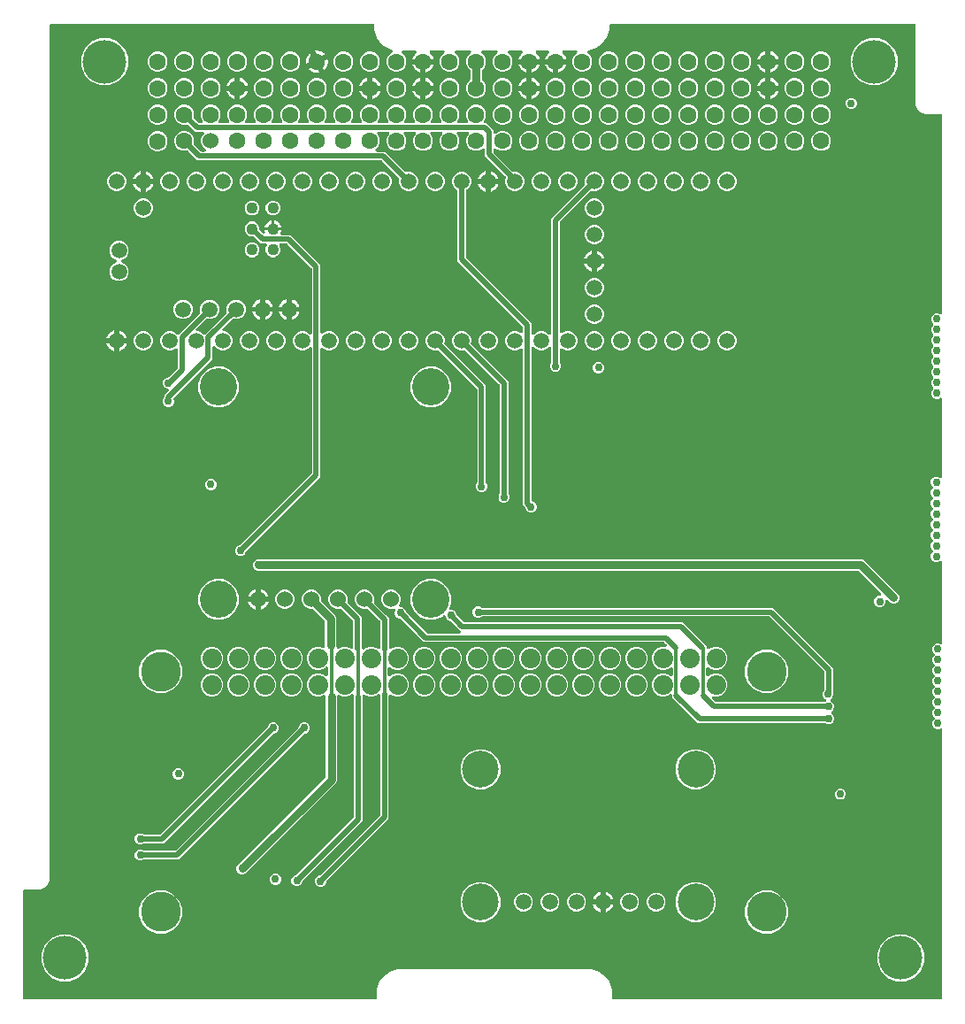
<source format=gbr>
G04 EAGLE Gerber RS-274X export*
G75*
%MOMM*%
%FSLAX34Y34*%
%LPD*%
%INCopper Layer 2*%
%IPPOS*%
%AMOC8*
5,1,8,0,0,1.08239X$1,22.5*%
G01*
%ADD10C,4.191000*%
%ADD11C,1.600200*%
%ADD12C,1.524000*%
%ADD13C,1.508000*%
%ADD14C,3.556000*%
%ADD15C,1.108000*%
%ADD16C,1.875000*%
%ADD17C,0.756400*%
%ADD18C,0.304800*%
%ADD19C,0.500000*%
%ADD20C,0.340000*%
%ADD21C,0.800000*%
%ADD22C,0.350000*%
%ADD23C,3.516000*%
%ADD24C,3.816000*%

G36*
X348387Y10799D02*
X348387Y10799D01*
X348413Y10797D01*
X348560Y10819D01*
X348707Y10836D01*
X348732Y10844D01*
X348758Y10848D01*
X348896Y10903D01*
X349035Y10953D01*
X349057Y10967D01*
X349082Y10977D01*
X349203Y11062D01*
X349328Y11142D01*
X349346Y11161D01*
X349368Y11176D01*
X349467Y11286D01*
X349570Y11393D01*
X349584Y11415D01*
X349601Y11435D01*
X349673Y11565D01*
X349749Y11692D01*
X349757Y11717D01*
X349770Y11740D01*
X349810Y11883D01*
X349855Y12024D01*
X349857Y12050D01*
X349865Y12075D01*
X349884Y12319D01*
X349884Y20873D01*
X352110Y27722D01*
X356342Y33548D01*
X362168Y37780D01*
X369017Y40006D01*
X555543Y40006D01*
X562392Y37780D01*
X568218Y33548D01*
X572450Y27722D01*
X574676Y20873D01*
X574676Y12319D01*
X574679Y12293D01*
X574677Y12267D01*
X574699Y12120D01*
X574716Y11973D01*
X574724Y11948D01*
X574728Y11922D01*
X574783Y11784D01*
X574833Y11645D01*
X574847Y11623D01*
X574857Y11598D01*
X574942Y11477D01*
X575022Y11352D01*
X575041Y11334D01*
X575056Y11312D01*
X575166Y11213D01*
X575273Y11110D01*
X575295Y11096D01*
X575315Y11079D01*
X575445Y11007D01*
X575572Y10931D01*
X575597Y10923D01*
X575620Y10910D01*
X575763Y10870D01*
X575904Y10825D01*
X575930Y10823D01*
X575955Y10815D01*
X576199Y10796D01*
X889381Y10796D01*
X889407Y10799D01*
X889433Y10797D01*
X889580Y10819D01*
X889727Y10836D01*
X889752Y10844D01*
X889778Y10848D01*
X889916Y10903D01*
X890055Y10953D01*
X890077Y10967D01*
X890102Y10977D01*
X890223Y11062D01*
X890348Y11142D01*
X890366Y11161D01*
X890388Y11176D01*
X890487Y11286D01*
X890590Y11393D01*
X890604Y11415D01*
X890621Y11435D01*
X890693Y11565D01*
X890769Y11692D01*
X890777Y11717D01*
X890790Y11740D01*
X890830Y11883D01*
X890875Y12024D01*
X890877Y12050D01*
X890885Y12075D01*
X890904Y12319D01*
X890904Y268697D01*
X890887Y268846D01*
X890875Y268997D01*
X890867Y269020D01*
X890864Y269044D01*
X890814Y269185D01*
X890768Y269328D01*
X890755Y269349D01*
X890747Y269372D01*
X890665Y269498D01*
X890588Y269627D01*
X890571Y269644D01*
X890558Y269664D01*
X890449Y269769D01*
X890345Y269877D01*
X890325Y269890D01*
X890307Y269907D01*
X890178Y269984D01*
X890052Y270065D01*
X890029Y270073D01*
X890008Y270086D01*
X889865Y270131D01*
X889723Y270182D01*
X889699Y270184D01*
X889676Y270192D01*
X889527Y270204D01*
X889377Y270221D01*
X889353Y270218D01*
X889329Y270220D01*
X889180Y270197D01*
X889031Y270180D01*
X889003Y270171D01*
X888984Y270168D01*
X888940Y270150D01*
X888798Y270105D01*
X887646Y269627D01*
X885534Y269627D01*
X883584Y270435D01*
X882091Y271928D01*
X881283Y273878D01*
X881283Y275990D01*
X882091Y277940D01*
X883088Y278937D01*
X883104Y278957D01*
X883124Y278974D01*
X883213Y279094D01*
X883305Y279210D01*
X883316Y279234D01*
X883331Y279255D01*
X883390Y279391D01*
X883454Y279525D01*
X883459Y279551D01*
X883469Y279575D01*
X883496Y279721D01*
X883527Y279866D01*
X883527Y279892D01*
X883531Y279918D01*
X883524Y280066D01*
X883521Y280214D01*
X883515Y280240D01*
X883513Y280266D01*
X883472Y280408D01*
X883436Y280552D01*
X883424Y280576D01*
X883417Y280601D01*
X883344Y280730D01*
X883276Y280862D01*
X883259Y280882D01*
X883247Y280905D01*
X883088Y281091D01*
X882091Y282088D01*
X881283Y284038D01*
X881283Y286150D01*
X882091Y288100D01*
X883088Y289097D01*
X883104Y289117D01*
X883124Y289134D01*
X883213Y289254D01*
X883305Y289370D01*
X883316Y289394D01*
X883331Y289415D01*
X883390Y289551D01*
X883454Y289685D01*
X883459Y289711D01*
X883469Y289735D01*
X883496Y289881D01*
X883527Y290026D01*
X883527Y290052D01*
X883531Y290078D01*
X883524Y290226D01*
X883521Y290374D01*
X883515Y290400D01*
X883513Y290426D01*
X883472Y290568D01*
X883436Y290712D01*
X883424Y290735D01*
X883417Y290761D01*
X883344Y290890D01*
X883276Y291022D01*
X883259Y291042D01*
X883247Y291065D01*
X883088Y291251D01*
X882091Y292248D01*
X881283Y294198D01*
X881283Y296310D01*
X882091Y298260D01*
X883088Y299257D01*
X883104Y299277D01*
X883124Y299294D01*
X883213Y299414D01*
X883305Y299530D01*
X883316Y299554D01*
X883331Y299575D01*
X883390Y299711D01*
X883454Y299845D01*
X883459Y299871D01*
X883469Y299895D01*
X883496Y300041D01*
X883527Y300186D01*
X883527Y300212D01*
X883531Y300238D01*
X883524Y300386D01*
X883521Y300534D01*
X883515Y300560D01*
X883513Y300586D01*
X883472Y300728D01*
X883436Y300872D01*
X883424Y300895D01*
X883417Y300921D01*
X883344Y301050D01*
X883276Y301182D01*
X883259Y301202D01*
X883247Y301225D01*
X883088Y301411D01*
X882091Y302408D01*
X881283Y304358D01*
X881283Y306470D01*
X882091Y308420D01*
X883088Y309417D01*
X883104Y309437D01*
X883124Y309454D01*
X883213Y309574D01*
X883305Y309690D01*
X883316Y309714D01*
X883331Y309735D01*
X883390Y309871D01*
X883454Y310005D01*
X883459Y310031D01*
X883469Y310055D01*
X883496Y310201D01*
X883527Y310346D01*
X883527Y310372D01*
X883531Y310398D01*
X883524Y310546D01*
X883521Y310694D01*
X883515Y310720D01*
X883513Y310746D01*
X883472Y310888D01*
X883436Y311032D01*
X883424Y311055D01*
X883417Y311081D01*
X883344Y311210D01*
X883276Y311342D01*
X883259Y311362D01*
X883247Y311385D01*
X883088Y311571D01*
X882091Y312568D01*
X881283Y314518D01*
X881283Y316630D01*
X882091Y318580D01*
X883088Y319577D01*
X883104Y319597D01*
X883124Y319614D01*
X883213Y319734D01*
X883305Y319850D01*
X883316Y319874D01*
X883331Y319895D01*
X883390Y320031D01*
X883454Y320165D01*
X883459Y320191D01*
X883469Y320215D01*
X883496Y320361D01*
X883527Y320506D01*
X883527Y320532D01*
X883531Y320558D01*
X883524Y320706D01*
X883521Y320854D01*
X883515Y320880D01*
X883513Y320906D01*
X883472Y321048D01*
X883436Y321192D01*
X883424Y321215D01*
X883417Y321241D01*
X883344Y321370D01*
X883276Y321502D01*
X883259Y321522D01*
X883247Y321545D01*
X883088Y321731D01*
X882091Y322728D01*
X881283Y324678D01*
X881283Y326790D01*
X882091Y328740D01*
X883088Y329737D01*
X883104Y329757D01*
X883124Y329774D01*
X883213Y329894D01*
X883305Y330010D01*
X883316Y330034D01*
X883331Y330055D01*
X883390Y330191D01*
X883454Y330325D01*
X883459Y330351D01*
X883469Y330375D01*
X883496Y330521D01*
X883527Y330666D01*
X883527Y330692D01*
X883531Y330718D01*
X883524Y330866D01*
X883521Y331014D01*
X883515Y331040D01*
X883513Y331066D01*
X883472Y331208D01*
X883436Y331352D01*
X883424Y331376D01*
X883417Y331401D01*
X883344Y331530D01*
X883276Y331662D01*
X883259Y331682D01*
X883247Y331705D01*
X883088Y331891D01*
X882091Y332888D01*
X881283Y334838D01*
X881283Y336950D01*
X882091Y338900D01*
X883088Y339897D01*
X883104Y339917D01*
X883124Y339934D01*
X883213Y340054D01*
X883305Y340170D01*
X883316Y340194D01*
X883331Y340215D01*
X883390Y340351D01*
X883454Y340485D01*
X883459Y340511D01*
X883469Y340535D01*
X883496Y340681D01*
X883527Y340826D01*
X883527Y340852D01*
X883531Y340878D01*
X883524Y341026D01*
X883521Y341174D01*
X883515Y341200D01*
X883513Y341226D01*
X883472Y341368D01*
X883436Y341512D01*
X883424Y341535D01*
X883417Y341561D01*
X883344Y341690D01*
X883276Y341822D01*
X883259Y341842D01*
X883247Y341865D01*
X883088Y342051D01*
X882091Y343048D01*
X881283Y344998D01*
X881283Y347110D01*
X882091Y349060D01*
X883584Y350553D01*
X885534Y351361D01*
X887646Y351361D01*
X888798Y350883D01*
X888943Y350842D01*
X889086Y350796D01*
X889110Y350794D01*
X889133Y350788D01*
X889284Y350780D01*
X889433Y350768D01*
X889457Y350772D01*
X889481Y350771D01*
X889629Y350798D01*
X889778Y350820D01*
X889800Y350829D01*
X889824Y350833D01*
X889962Y350893D01*
X890102Y350949D01*
X890122Y350963D01*
X890144Y350972D01*
X890264Y351062D01*
X890388Y351148D01*
X890404Y351166D01*
X890424Y351180D01*
X890521Y351295D01*
X890621Y351406D01*
X890633Y351427D01*
X890649Y351446D01*
X890717Y351580D01*
X890790Y351711D01*
X890796Y351735D01*
X890807Y351756D01*
X890844Y351902D01*
X890885Y352047D01*
X890887Y352076D01*
X890892Y352094D01*
X890892Y352142D01*
X890904Y352291D01*
X890904Y429166D01*
X890893Y429266D01*
X890891Y429366D01*
X890873Y429438D01*
X890864Y429512D01*
X890831Y429607D01*
X890806Y429704D01*
X890772Y429770D01*
X890747Y429840D01*
X890692Y429925D01*
X890646Y430014D01*
X890598Y430071D01*
X890558Y430133D01*
X890486Y430203D01*
X890421Y430279D01*
X890361Y430324D01*
X890307Y430375D01*
X890221Y430427D01*
X890140Y430487D01*
X890072Y430516D01*
X890008Y430554D01*
X889913Y430585D01*
X889820Y430625D01*
X889747Y430638D01*
X889676Y430660D01*
X889576Y430668D01*
X889477Y430686D01*
X889403Y430682D01*
X889329Y430688D01*
X889230Y430673D01*
X889129Y430668D01*
X889058Y430648D01*
X888984Y430637D01*
X888891Y430600D01*
X888794Y430572D01*
X888729Y430535D01*
X888660Y430508D01*
X888578Y430451D01*
X888490Y430402D01*
X888414Y430336D01*
X888374Y430309D01*
X888350Y430283D01*
X888304Y430243D01*
X888196Y430135D01*
X886246Y429327D01*
X884134Y429327D01*
X882184Y430135D01*
X880691Y431628D01*
X879883Y433578D01*
X879883Y435690D01*
X880691Y437640D01*
X881688Y438637D01*
X881704Y438657D01*
X881724Y438674D01*
X881813Y438794D01*
X881905Y438910D01*
X881916Y438934D01*
X881931Y438955D01*
X881990Y439091D01*
X882054Y439225D01*
X882059Y439251D01*
X882069Y439275D01*
X882096Y439421D01*
X882127Y439566D01*
X882127Y439592D01*
X882131Y439618D01*
X882124Y439766D01*
X882121Y439914D01*
X882115Y439940D01*
X882113Y439966D01*
X882072Y440108D01*
X882036Y440252D01*
X882024Y440275D01*
X882017Y440301D01*
X881944Y440430D01*
X881876Y440562D01*
X881859Y440582D01*
X881847Y440605D01*
X881688Y440791D01*
X880691Y441788D01*
X879883Y443738D01*
X879883Y445850D01*
X880691Y447800D01*
X881688Y448797D01*
X881704Y448817D01*
X881724Y448834D01*
X881813Y448954D01*
X881905Y449070D01*
X881916Y449094D01*
X881931Y449115D01*
X881990Y449251D01*
X882054Y449385D01*
X882059Y449411D01*
X882069Y449435D01*
X882096Y449581D01*
X882127Y449726D01*
X882127Y449752D01*
X882131Y449778D01*
X882124Y449926D01*
X882121Y450074D01*
X882115Y450100D01*
X882113Y450126D01*
X882072Y450268D01*
X882036Y450412D01*
X882024Y450436D01*
X882017Y450461D01*
X881944Y450590D01*
X881876Y450722D01*
X881859Y450742D01*
X881847Y450765D01*
X881688Y450951D01*
X880691Y451948D01*
X879883Y453898D01*
X879883Y456010D01*
X880691Y457960D01*
X881688Y458957D01*
X881704Y458977D01*
X881724Y458994D01*
X881813Y459114D01*
X881905Y459230D01*
X881916Y459254D01*
X881931Y459275D01*
X881990Y459411D01*
X882054Y459545D01*
X882059Y459571D01*
X882069Y459595D01*
X882096Y459741D01*
X882127Y459886D01*
X882127Y459912D01*
X882131Y459938D01*
X882124Y460086D01*
X882121Y460234D01*
X882115Y460260D01*
X882113Y460286D01*
X882072Y460428D01*
X882036Y460572D01*
X882024Y460595D01*
X882017Y460621D01*
X881944Y460750D01*
X881876Y460882D01*
X881859Y460902D01*
X881847Y460925D01*
X881688Y461111D01*
X880691Y462108D01*
X879883Y464058D01*
X879883Y466170D01*
X880691Y468120D01*
X881688Y469117D01*
X881704Y469137D01*
X881724Y469154D01*
X881813Y469274D01*
X881905Y469390D01*
X881916Y469414D01*
X881931Y469435D01*
X881990Y469571D01*
X882054Y469705D01*
X882059Y469731D01*
X882069Y469755D01*
X882096Y469901D01*
X882127Y470046D01*
X882127Y470072D01*
X882131Y470098D01*
X882124Y470246D01*
X882121Y470394D01*
X882115Y470420D01*
X882113Y470446D01*
X882072Y470588D01*
X882036Y470732D01*
X882024Y470755D01*
X882017Y470781D01*
X881944Y470910D01*
X881876Y471042D01*
X881859Y471062D01*
X881847Y471085D01*
X881688Y471271D01*
X880691Y472268D01*
X879883Y474218D01*
X879883Y476330D01*
X880691Y478280D01*
X881688Y479277D01*
X881704Y479297D01*
X881724Y479314D01*
X881813Y479434D01*
X881905Y479550D01*
X881916Y479574D01*
X881931Y479595D01*
X881990Y479731D01*
X882054Y479865D01*
X882059Y479891D01*
X882069Y479915D01*
X882096Y480061D01*
X882127Y480206D01*
X882127Y480232D01*
X882131Y480258D01*
X882124Y480406D01*
X882121Y480554D01*
X882115Y480580D01*
X882113Y480606D01*
X882072Y480748D01*
X882036Y480892D01*
X882024Y480915D01*
X882017Y480941D01*
X881944Y481070D01*
X881876Y481202D01*
X881859Y481222D01*
X881847Y481245D01*
X881688Y481431D01*
X880691Y482428D01*
X879883Y484378D01*
X879883Y486490D01*
X880691Y488440D01*
X881688Y489437D01*
X881704Y489457D01*
X881724Y489474D01*
X881813Y489594D01*
X881905Y489710D01*
X881916Y489734D01*
X881931Y489755D01*
X881990Y489891D01*
X882054Y490025D01*
X882059Y490051D01*
X882069Y490075D01*
X882096Y490221D01*
X882127Y490366D01*
X882127Y490392D01*
X882131Y490418D01*
X882124Y490566D01*
X882121Y490714D01*
X882115Y490740D01*
X882113Y490766D01*
X882072Y490908D01*
X882036Y491052D01*
X882024Y491075D01*
X882017Y491101D01*
X881944Y491230D01*
X881876Y491362D01*
X881859Y491382D01*
X881847Y491405D01*
X881688Y491591D01*
X880691Y492588D01*
X879883Y494538D01*
X879883Y496650D01*
X880691Y498600D01*
X881688Y499597D01*
X881704Y499617D01*
X881724Y499634D01*
X881813Y499754D01*
X881905Y499870D01*
X881916Y499894D01*
X881931Y499915D01*
X881990Y500051D01*
X882054Y500185D01*
X882059Y500211D01*
X882069Y500235D01*
X882096Y500381D01*
X882127Y500526D01*
X882127Y500552D01*
X882131Y500578D01*
X882124Y500726D01*
X882121Y500874D01*
X882115Y500900D01*
X882113Y500926D01*
X882072Y501068D01*
X882036Y501212D01*
X882024Y501235D01*
X882017Y501261D01*
X881944Y501390D01*
X881876Y501522D01*
X881859Y501542D01*
X881847Y501565D01*
X881688Y501751D01*
X880691Y502748D01*
X879883Y504698D01*
X879883Y506810D01*
X880691Y508760D01*
X882184Y510253D01*
X884134Y511061D01*
X886246Y511061D01*
X888196Y510253D01*
X888304Y510145D01*
X888383Y510082D01*
X888455Y510013D01*
X888519Y509975D01*
X888577Y509928D01*
X888668Y509885D01*
X888754Y509834D01*
X888825Y509811D01*
X888892Y509779D01*
X888990Y509758D01*
X889086Y509728D01*
X889160Y509722D01*
X889233Y509706D01*
X889333Y509708D01*
X889433Y509700D01*
X889507Y509711D01*
X889581Y509712D01*
X889679Y509736D01*
X889778Y509751D01*
X889847Y509779D01*
X889919Y509797D01*
X890008Y509843D01*
X890102Y509880D01*
X890163Y509923D01*
X890229Y509957D01*
X890305Y510022D01*
X890388Y510079D01*
X890438Y510134D01*
X890494Y510182D01*
X890554Y510263D01*
X890621Y510338D01*
X890657Y510403D01*
X890702Y510463D01*
X890741Y510555D01*
X890790Y510643D01*
X890810Y510714D01*
X890840Y510783D01*
X890857Y510882D01*
X890885Y510978D01*
X890893Y511078D01*
X890901Y511126D01*
X890899Y511161D01*
X890904Y511222D01*
X890904Y585066D01*
X890901Y585090D01*
X890903Y585113D01*
X890892Y585187D01*
X890891Y585267D01*
X890873Y585339D01*
X890864Y585412D01*
X890854Y585440D01*
X890852Y585458D01*
X890827Y585519D01*
X890806Y585605D01*
X890772Y585671D01*
X890747Y585740D01*
X890727Y585770D01*
X890723Y585782D01*
X890690Y585829D01*
X890646Y585915D01*
X890598Y585971D01*
X890558Y586033D01*
X890528Y586062D01*
X890524Y586068D01*
X890492Y586097D01*
X890485Y586103D01*
X890420Y586180D01*
X890360Y586224D01*
X890307Y586275D01*
X890268Y586299D01*
X890265Y586301D01*
X890245Y586312D01*
X890221Y586327D01*
X890139Y586387D01*
X890072Y586416D01*
X890008Y586454D01*
X889962Y586469D01*
X889960Y586470D01*
X889951Y586472D01*
X889912Y586485D01*
X889819Y586525D01*
X889747Y586538D01*
X889676Y586560D01*
X889625Y586564D01*
X889625Y586565D01*
X889575Y586569D01*
X889476Y586586D01*
X889403Y586582D01*
X889381Y586584D01*
X889380Y586584D01*
X889329Y586588D01*
X889229Y586573D01*
X889128Y586568D01*
X889057Y586548D01*
X889055Y586547D01*
X889030Y586544D01*
X889026Y586543D01*
X888984Y586537D01*
X888890Y586499D01*
X888793Y586471D01*
X888736Y586439D01*
X888702Y586427D01*
X888692Y586420D01*
X888660Y586408D01*
X888644Y586396D01*
X886546Y585527D01*
X884434Y585527D01*
X882484Y586335D01*
X880991Y587828D01*
X880183Y589778D01*
X880183Y591890D01*
X880991Y593840D01*
X881988Y594837D01*
X882004Y594857D01*
X882024Y594874D01*
X882113Y594994D01*
X882205Y595110D01*
X882216Y595134D01*
X882231Y595155D01*
X882290Y595291D01*
X882354Y595425D01*
X882359Y595451D01*
X882369Y595475D01*
X882396Y595621D01*
X882427Y595766D01*
X882427Y595792D01*
X882431Y595818D01*
X882424Y595966D01*
X882421Y596114D01*
X882415Y596140D01*
X882413Y596166D01*
X882372Y596308D01*
X882336Y596452D01*
X882324Y596475D01*
X882317Y596501D01*
X882244Y596630D01*
X882176Y596762D01*
X882159Y596782D01*
X882147Y596805D01*
X881988Y596991D01*
X880991Y597988D01*
X880183Y599938D01*
X880183Y602050D01*
X880991Y604000D01*
X881988Y604997D01*
X882004Y605017D01*
X882024Y605034D01*
X882113Y605154D01*
X882205Y605270D01*
X882216Y605294D01*
X882231Y605315D01*
X882290Y605451D01*
X882354Y605585D01*
X882359Y605611D01*
X882369Y605635D01*
X882396Y605781D01*
X882427Y605926D01*
X882427Y605952D01*
X882431Y605978D01*
X882424Y606126D01*
X882421Y606274D01*
X882415Y606300D01*
X882413Y606326D01*
X882372Y606468D01*
X882336Y606612D01*
X882324Y606636D01*
X882317Y606661D01*
X882244Y606790D01*
X882176Y606922D01*
X882159Y606942D01*
X882147Y606965D01*
X881988Y607151D01*
X880991Y608148D01*
X880183Y610098D01*
X880183Y612210D01*
X880991Y614160D01*
X881988Y615157D01*
X882004Y615177D01*
X882024Y615194D01*
X882113Y615314D01*
X882205Y615430D01*
X882216Y615454D01*
X882231Y615475D01*
X882290Y615611D01*
X882354Y615745D01*
X882359Y615771D01*
X882369Y615795D01*
X882396Y615941D01*
X882427Y616086D01*
X882427Y616112D01*
X882431Y616138D01*
X882424Y616286D01*
X882421Y616434D01*
X882415Y616460D01*
X882413Y616486D01*
X882372Y616628D01*
X882336Y616772D01*
X882324Y616795D01*
X882317Y616821D01*
X882244Y616950D01*
X882176Y617082D01*
X882159Y617102D01*
X882147Y617125D01*
X881988Y617311D01*
X880991Y618308D01*
X880183Y620258D01*
X880183Y622370D01*
X880991Y624320D01*
X881988Y625317D01*
X882004Y625337D01*
X882024Y625354D01*
X882113Y625474D01*
X882205Y625590D01*
X882216Y625614D01*
X882231Y625635D01*
X882290Y625771D01*
X882354Y625905D01*
X882359Y625931D01*
X882369Y625955D01*
X882396Y626101D01*
X882427Y626246D01*
X882427Y626272D01*
X882431Y626298D01*
X882424Y626446D01*
X882421Y626594D01*
X882415Y626620D01*
X882413Y626646D01*
X882372Y626788D01*
X882336Y626932D01*
X882324Y626955D01*
X882317Y626981D01*
X882244Y627110D01*
X882176Y627242D01*
X882159Y627262D01*
X882147Y627285D01*
X881988Y627471D01*
X880991Y628468D01*
X880183Y630418D01*
X880183Y632530D01*
X880991Y634480D01*
X881988Y635477D01*
X882004Y635497D01*
X882024Y635514D01*
X882113Y635634D01*
X882205Y635750D01*
X882216Y635774D01*
X882231Y635795D01*
X882290Y635930D01*
X882354Y636065D01*
X882359Y636091D01*
X882369Y636115D01*
X882396Y636261D01*
X882427Y636406D01*
X882427Y636432D01*
X882431Y636458D01*
X882424Y636606D01*
X882421Y636754D01*
X882415Y636780D01*
X882413Y636806D01*
X882372Y636948D01*
X882336Y637092D01*
X882324Y637115D01*
X882317Y637141D01*
X882244Y637270D01*
X882176Y637402D01*
X882159Y637422D01*
X882147Y637445D01*
X881988Y637631D01*
X880991Y638628D01*
X880183Y640578D01*
X880183Y642690D01*
X880991Y644640D01*
X881988Y645637D01*
X882004Y645657D01*
X882024Y645674D01*
X882113Y645794D01*
X882205Y645910D01*
X882216Y645934D01*
X882231Y645955D01*
X882290Y646091D01*
X882354Y646225D01*
X882359Y646251D01*
X882369Y646275D01*
X882396Y646421D01*
X882427Y646566D01*
X882427Y646592D01*
X882431Y646618D01*
X882424Y646766D01*
X882421Y646914D01*
X882415Y646940D01*
X882413Y646966D01*
X882372Y647108D01*
X882336Y647252D01*
X882324Y647275D01*
X882317Y647301D01*
X882244Y647430D01*
X882176Y647562D01*
X882159Y647582D01*
X882147Y647605D01*
X881988Y647791D01*
X880991Y648788D01*
X880183Y650738D01*
X880183Y652850D01*
X880991Y654800D01*
X881988Y655797D01*
X882004Y655817D01*
X882024Y655834D01*
X882113Y655954D01*
X882205Y656070D01*
X882216Y656094D01*
X882231Y656115D01*
X882290Y656251D01*
X882354Y656385D01*
X882359Y656411D01*
X882369Y656435D01*
X882396Y656581D01*
X882427Y656726D01*
X882427Y656752D01*
X882431Y656778D01*
X882424Y656926D01*
X882421Y657074D01*
X882415Y657100D01*
X882413Y657126D01*
X882372Y657268D01*
X882336Y657412D01*
X882324Y657435D01*
X882317Y657461D01*
X882244Y657590D01*
X882176Y657722D01*
X882159Y657742D01*
X882147Y657765D01*
X881988Y657951D01*
X880991Y658948D01*
X880183Y660898D01*
X880183Y663010D01*
X880991Y664960D01*
X882484Y666453D01*
X884434Y667261D01*
X886546Y667261D01*
X888688Y666373D01*
X888754Y666334D01*
X888824Y666311D01*
X888891Y666280D01*
X888990Y666258D01*
X889086Y666228D01*
X889159Y666222D01*
X889232Y666206D01*
X889333Y666208D01*
X889433Y666200D01*
X889506Y666211D01*
X889580Y666212D01*
X889678Y666236D01*
X889778Y666251D01*
X889846Y666279D01*
X889918Y666297D01*
X890008Y666343D01*
X890102Y666380D01*
X890162Y666422D01*
X890228Y666456D01*
X890305Y666521D01*
X890388Y666579D01*
X890437Y666634D01*
X890494Y666682D01*
X890554Y666763D01*
X890621Y666838D01*
X890657Y666902D01*
X890701Y666962D01*
X890741Y667054D01*
X890790Y667143D01*
X890810Y667214D01*
X890839Y667282D01*
X890857Y667381D01*
X890885Y667478D01*
X890893Y667578D01*
X890901Y667625D01*
X890899Y667661D01*
X890904Y667722D01*
X890904Y856361D01*
X890901Y856387D01*
X890903Y856413D01*
X890881Y856560D01*
X890864Y856707D01*
X890856Y856732D01*
X890852Y856758D01*
X890797Y856896D01*
X890747Y857035D01*
X890733Y857057D01*
X890723Y857082D01*
X890638Y857203D01*
X890558Y857328D01*
X890539Y857346D01*
X890524Y857368D01*
X890414Y857467D01*
X890307Y857570D01*
X890285Y857584D01*
X890265Y857601D01*
X890135Y857673D01*
X890008Y857749D01*
X889983Y857757D01*
X889960Y857770D01*
X889817Y857810D01*
X889676Y857855D01*
X889650Y857857D01*
X889625Y857865D01*
X889381Y857884D01*
X874153Y857884D01*
X870185Y859528D01*
X867148Y862565D01*
X865504Y866533D01*
X865504Y942721D01*
X865501Y942747D01*
X865503Y942773D01*
X865481Y942920D01*
X865464Y943067D01*
X865456Y943092D01*
X865452Y943118D01*
X865397Y943256D01*
X865347Y943395D01*
X865333Y943417D01*
X865323Y943442D01*
X865238Y943563D01*
X865158Y943688D01*
X865139Y943706D01*
X865124Y943728D01*
X865014Y943827D01*
X864907Y943930D01*
X864885Y943944D01*
X864865Y943961D01*
X864735Y944033D01*
X864608Y944109D01*
X864583Y944117D01*
X864560Y944130D01*
X864417Y944170D01*
X864276Y944215D01*
X864250Y944217D01*
X864225Y944225D01*
X863981Y944244D01*
X574040Y944244D01*
X573998Y944239D01*
X573921Y944240D01*
X573861Y944235D01*
X573805Y944224D01*
X573748Y944222D01*
X573537Y944172D01*
X573519Y944168D01*
X573515Y944166D01*
X573510Y944165D01*
X573396Y944128D01*
X573290Y944080D01*
X573181Y944039D01*
X573117Y944000D01*
X573079Y943983D01*
X573044Y943956D01*
X572972Y943912D01*
X572876Y943842D01*
X572789Y943763D01*
X572697Y943690D01*
X572649Y943634D01*
X572619Y943606D01*
X572594Y943569D01*
X572538Y943505D01*
X572468Y943408D01*
X572411Y943307D01*
X572346Y943209D01*
X572317Y943141D01*
X572297Y943105D01*
X572284Y943062D01*
X572252Y942984D01*
X572215Y942870D01*
X572204Y942814D01*
X572184Y942761D01*
X572156Y942585D01*
X572155Y942584D01*
X572155Y942582D01*
X572150Y942547D01*
X572146Y942529D01*
X572146Y942525D01*
X572145Y942519D01*
X572140Y942460D01*
X572142Y942418D01*
X572136Y942340D01*
X572136Y938619D01*
X569836Y931540D01*
X565461Y925519D01*
X559440Y921144D01*
X552324Y918832D01*
X552254Y918831D01*
X552182Y918813D01*
X552108Y918804D01*
X552014Y918771D01*
X551916Y918746D01*
X551850Y918712D01*
X551780Y918687D01*
X551696Y918632D01*
X551607Y918586D01*
X551550Y918538D01*
X551487Y918498D01*
X551418Y918426D01*
X551341Y918361D01*
X551297Y918301D01*
X551245Y918247D01*
X551194Y918161D01*
X551134Y918080D01*
X551105Y918012D01*
X551066Y917948D01*
X551036Y917852D01*
X550996Y917760D01*
X550983Y917687D01*
X550960Y917616D01*
X550952Y917516D01*
X550934Y917417D01*
X550938Y917343D01*
X550932Y917269D01*
X550947Y917169D01*
X550952Y917069D01*
X550973Y916998D01*
X550984Y916924D01*
X551021Y916831D01*
X551049Y916734D01*
X551085Y916669D01*
X551113Y916600D01*
X551170Y916518D01*
X551219Y916430D01*
X551284Y916354D01*
X551312Y916314D01*
X551338Y916290D01*
X551378Y916244D01*
X554176Y913446D01*
X555626Y909945D01*
X555626Y906155D01*
X554176Y902654D01*
X551496Y899974D01*
X547995Y898524D01*
X544205Y898524D01*
X540704Y899974D01*
X538024Y902654D01*
X536574Y906155D01*
X536574Y909945D01*
X538024Y913446D01*
X540822Y916244D01*
X540885Y916322D01*
X540955Y916395D01*
X540993Y916459D01*
X541039Y916517D01*
X541082Y916608D01*
X541134Y916694D01*
X541156Y916765D01*
X541188Y916832D01*
X541209Y916930D01*
X541240Y917026D01*
X541246Y917100D01*
X541261Y917173D01*
X541260Y917273D01*
X541268Y917373D01*
X541257Y917447D01*
X541255Y917521D01*
X541231Y917618D01*
X541216Y917718D01*
X541189Y917787D01*
X541170Y917859D01*
X541124Y917948D01*
X541087Y918042D01*
X541045Y918103D01*
X541011Y918169D01*
X540946Y918245D01*
X540888Y918328D01*
X540833Y918378D01*
X540785Y918434D01*
X540704Y918494D01*
X540630Y918561D01*
X540565Y918597D01*
X540505Y918642D01*
X540412Y918681D01*
X540325Y918730D01*
X540253Y918750D01*
X540185Y918780D01*
X540086Y918797D01*
X539989Y918825D01*
X539889Y918833D01*
X539842Y918841D01*
X539806Y918839D01*
X539745Y918844D01*
X528466Y918844D01*
X528420Y918839D01*
X528375Y918842D01*
X528248Y918819D01*
X528120Y918804D01*
X528077Y918789D01*
X528032Y918781D01*
X527913Y918730D01*
X527791Y918687D01*
X527753Y918662D01*
X527711Y918644D01*
X527607Y918568D01*
X527499Y918498D01*
X527467Y918465D01*
X527430Y918438D01*
X527346Y918340D01*
X527256Y918247D01*
X527233Y918208D01*
X527203Y918173D01*
X527144Y918059D01*
X527078Y917948D01*
X527064Y917905D01*
X527043Y917864D01*
X527011Y917739D01*
X526971Y917616D01*
X526968Y917571D01*
X526956Y917527D01*
X526954Y917397D01*
X526943Y917269D01*
X526950Y917224D01*
X526949Y917178D01*
X526976Y917052D01*
X526995Y916924D01*
X527012Y916882D01*
X527021Y916837D01*
X527076Y916720D01*
X527124Y916600D01*
X527150Y916563D01*
X527169Y916521D01*
X527249Y916420D01*
X527323Y916314D01*
X527357Y916284D01*
X527385Y916248D01*
X527565Y916093D01*
X528741Y914918D01*
X529716Y913575D01*
X530469Y912097D01*
X530918Y910716D01*
X521843Y910716D01*
X521817Y910713D01*
X521791Y910715D01*
X521644Y910693D01*
X521497Y910676D01*
X521472Y910668D01*
X521446Y910664D01*
X521309Y910609D01*
X521169Y910559D01*
X521147Y910545D01*
X521122Y910535D01*
X521001Y910450D01*
X520876Y910370D01*
X520858Y910351D01*
X520836Y910336D01*
X520737Y910226D01*
X520705Y910193D01*
X520700Y910200D01*
X520590Y910299D01*
X520483Y910402D01*
X520460Y910416D01*
X520441Y910433D01*
X520311Y910505D01*
X520184Y910581D01*
X520159Y910589D01*
X520136Y910602D01*
X519993Y910642D01*
X519852Y910687D01*
X519826Y910689D01*
X519801Y910697D01*
X519557Y910716D01*
X510482Y910716D01*
X510931Y912097D01*
X511684Y913575D01*
X512659Y914918D01*
X513839Y916097D01*
X513863Y916119D01*
X513901Y916144D01*
X513991Y916237D01*
X514086Y916324D01*
X514112Y916362D01*
X514144Y916395D01*
X514210Y916506D01*
X514283Y916612D01*
X514299Y916655D01*
X514322Y916694D01*
X514362Y916817D01*
X514408Y916937D01*
X514415Y916982D01*
X514429Y917026D01*
X514439Y917155D01*
X514457Y917282D01*
X514453Y917328D01*
X514457Y917373D01*
X514437Y917501D01*
X514426Y917629D01*
X514412Y917673D01*
X514405Y917718D01*
X514357Y917838D01*
X514317Y917960D01*
X514293Y917999D01*
X514276Y918042D01*
X514203Y918148D01*
X514135Y918258D01*
X514103Y918291D01*
X514077Y918328D01*
X513981Y918414D01*
X513891Y918506D01*
X513852Y918531D01*
X513818Y918561D01*
X513705Y918624D01*
X513596Y918693D01*
X513553Y918708D01*
X513513Y918730D01*
X513389Y918765D01*
X513267Y918807D01*
X513222Y918812D01*
X513178Y918825D01*
X512934Y918844D01*
X503066Y918844D01*
X503020Y918839D01*
X502975Y918842D01*
X502848Y918819D01*
X502720Y918804D01*
X502677Y918789D01*
X502632Y918781D01*
X502513Y918730D01*
X502391Y918687D01*
X502353Y918662D01*
X502311Y918644D01*
X502207Y918568D01*
X502099Y918498D01*
X502067Y918465D01*
X502030Y918438D01*
X501946Y918340D01*
X501856Y918247D01*
X501833Y918208D01*
X501803Y918173D01*
X501744Y918059D01*
X501678Y917948D01*
X501664Y917905D01*
X501643Y917864D01*
X501611Y917739D01*
X501571Y917616D01*
X501568Y917571D01*
X501556Y917527D01*
X501554Y917397D01*
X501543Y917269D01*
X501550Y917224D01*
X501549Y917178D01*
X501576Y917052D01*
X501595Y916924D01*
X501612Y916882D01*
X501621Y916837D01*
X501676Y916720D01*
X501724Y916600D01*
X501750Y916563D01*
X501769Y916521D01*
X501849Y916420D01*
X501923Y916314D01*
X501957Y916284D01*
X501985Y916248D01*
X502165Y916093D01*
X503341Y914918D01*
X504316Y913575D01*
X505069Y912097D01*
X505518Y910716D01*
X496443Y910716D01*
X496417Y910713D01*
X496391Y910715D01*
X496244Y910693D01*
X496097Y910676D01*
X496072Y910668D01*
X496046Y910664D01*
X495909Y910609D01*
X495769Y910559D01*
X495747Y910545D01*
X495722Y910535D01*
X495601Y910450D01*
X495476Y910370D01*
X495458Y910351D01*
X495436Y910336D01*
X495337Y910226D01*
X495305Y910193D01*
X495300Y910200D01*
X495190Y910299D01*
X495083Y910402D01*
X495060Y910416D01*
X495041Y910433D01*
X494911Y910505D01*
X494784Y910581D01*
X494759Y910589D01*
X494736Y910602D01*
X494593Y910642D01*
X494452Y910687D01*
X494426Y910689D01*
X494401Y910697D01*
X494157Y910716D01*
X485082Y910716D01*
X485531Y912097D01*
X486284Y913575D01*
X487259Y914918D01*
X488439Y916097D01*
X488463Y916119D01*
X488501Y916144D01*
X488591Y916237D01*
X488686Y916324D01*
X488712Y916362D01*
X488744Y916395D01*
X488810Y916506D01*
X488883Y916612D01*
X488899Y916655D01*
X488922Y916694D01*
X488962Y916817D01*
X489008Y916937D01*
X489015Y916982D01*
X489029Y917026D01*
X489039Y917155D01*
X489057Y917282D01*
X489053Y917328D01*
X489057Y917373D01*
X489037Y917501D01*
X489026Y917629D01*
X489012Y917673D01*
X489005Y917718D01*
X488957Y917838D01*
X488917Y917960D01*
X488893Y917999D01*
X488876Y918042D01*
X488803Y918148D01*
X488735Y918258D01*
X488703Y918291D01*
X488677Y918328D01*
X488581Y918414D01*
X488491Y918506D01*
X488452Y918531D01*
X488418Y918561D01*
X488305Y918624D01*
X488196Y918693D01*
X488153Y918708D01*
X488113Y918730D01*
X487989Y918765D01*
X487867Y918807D01*
X487822Y918812D01*
X487778Y918825D01*
X487534Y918844D01*
X476255Y918844D01*
X476155Y918833D01*
X476054Y918831D01*
X475982Y918813D01*
X475908Y918804D01*
X475814Y918771D01*
X475716Y918746D01*
X475650Y918712D01*
X475580Y918687D01*
X475496Y918632D01*
X475407Y918586D01*
X475350Y918538D01*
X475287Y918498D01*
X475218Y918426D01*
X475141Y918361D01*
X475097Y918301D01*
X475045Y918247D01*
X474994Y918161D01*
X474934Y918080D01*
X474905Y918012D01*
X474866Y917948D01*
X474836Y917852D01*
X474796Y917760D01*
X474783Y917687D01*
X474760Y917616D01*
X474752Y917516D01*
X474734Y917417D01*
X474738Y917343D01*
X474732Y917269D01*
X474747Y917169D01*
X474752Y917069D01*
X474773Y916998D01*
X474784Y916924D01*
X474821Y916831D01*
X474849Y916734D01*
X474885Y916669D01*
X474913Y916600D01*
X474970Y916518D01*
X475019Y916430D01*
X475084Y916354D01*
X475112Y916314D01*
X475138Y916290D01*
X475178Y916244D01*
X477976Y913446D01*
X479426Y909945D01*
X479426Y906155D01*
X477976Y902654D01*
X475296Y899974D01*
X471795Y898524D01*
X468005Y898524D01*
X464504Y899974D01*
X461824Y902654D01*
X460374Y906155D01*
X460374Y909945D01*
X461824Y913446D01*
X464622Y916244D01*
X464685Y916322D01*
X464755Y916395D01*
X464793Y916459D01*
X464839Y916517D01*
X464882Y916608D01*
X464934Y916694D01*
X464956Y916765D01*
X464988Y916832D01*
X465009Y916930D01*
X465040Y917026D01*
X465046Y917100D01*
X465061Y917173D01*
X465060Y917273D01*
X465068Y917373D01*
X465057Y917447D01*
X465055Y917521D01*
X465031Y917618D01*
X465016Y917718D01*
X464989Y917787D01*
X464970Y917859D01*
X464924Y917948D01*
X464887Y918042D01*
X464845Y918103D01*
X464811Y918169D01*
X464746Y918245D01*
X464688Y918328D01*
X464633Y918378D01*
X464585Y918434D01*
X464504Y918494D01*
X464430Y918561D01*
X464365Y918597D01*
X464305Y918642D01*
X464212Y918681D01*
X464125Y918730D01*
X464053Y918750D01*
X463985Y918780D01*
X463886Y918797D01*
X463789Y918825D01*
X463689Y918833D01*
X463642Y918841D01*
X463606Y918839D01*
X463545Y918844D01*
X450855Y918844D01*
X450755Y918833D01*
X450654Y918831D01*
X450582Y918813D01*
X450508Y918804D01*
X450414Y918771D01*
X450316Y918746D01*
X450250Y918712D01*
X450180Y918687D01*
X450096Y918632D01*
X450007Y918586D01*
X449950Y918538D01*
X449887Y918498D01*
X449818Y918426D01*
X449741Y918361D01*
X449697Y918301D01*
X449645Y918247D01*
X449594Y918161D01*
X449534Y918080D01*
X449505Y918012D01*
X449466Y917948D01*
X449436Y917852D01*
X449396Y917760D01*
X449383Y917687D01*
X449360Y917616D01*
X449352Y917516D01*
X449334Y917417D01*
X449338Y917343D01*
X449332Y917269D01*
X449347Y917169D01*
X449352Y917069D01*
X449373Y916998D01*
X449384Y916924D01*
X449421Y916831D01*
X449449Y916734D01*
X449485Y916669D01*
X449513Y916600D01*
X449570Y916518D01*
X449619Y916430D01*
X449684Y916354D01*
X449712Y916314D01*
X449738Y916290D01*
X449778Y916244D01*
X452576Y913446D01*
X454026Y909945D01*
X454026Y906155D01*
X452576Y902654D01*
X450471Y900549D01*
X450392Y900450D01*
X450308Y900357D01*
X450284Y900314D01*
X450254Y900276D01*
X450200Y900162D01*
X450139Y900052D01*
X450126Y900005D01*
X450105Y899961D01*
X450079Y899838D01*
X450044Y899716D01*
X450039Y899655D01*
X450032Y899621D01*
X450033Y899573D01*
X450025Y899472D01*
X450025Y891228D01*
X450027Y891204D01*
X450026Y891182D01*
X450040Y891086D01*
X450046Y890976D01*
X450059Y890929D01*
X450065Y890881D01*
X450075Y890852D01*
X450077Y890837D01*
X450107Y890762D01*
X450142Y890641D01*
X450166Y890599D01*
X450182Y890553D01*
X450203Y890521D01*
X450206Y890513D01*
X450231Y890478D01*
X450251Y890447D01*
X450312Y890337D01*
X450352Y890291D01*
X450371Y890261D01*
X450404Y890229D01*
X450405Y890227D01*
X450407Y890225D01*
X450471Y890151D01*
X452576Y888046D01*
X454026Y884545D01*
X454026Y880755D01*
X452576Y877254D01*
X449896Y874574D01*
X446395Y873124D01*
X442605Y873124D01*
X439104Y874574D01*
X436424Y877254D01*
X434974Y880755D01*
X434974Y884545D01*
X436424Y888046D01*
X438529Y890151D01*
X438608Y890250D01*
X438648Y890294D01*
X438661Y890308D01*
X438663Y890311D01*
X438692Y890343D01*
X438716Y890386D01*
X438746Y890424D01*
X438800Y890538D01*
X438812Y890560D01*
X438840Y890607D01*
X438843Y890616D01*
X438861Y890648D01*
X438874Y890695D01*
X438895Y890739D01*
X438920Y890857D01*
X438946Y890939D01*
X438948Y890956D01*
X438956Y890984D01*
X438961Y891045D01*
X438968Y891079D01*
X438967Y891127D01*
X438975Y891228D01*
X438975Y899472D01*
X438961Y899598D01*
X438954Y899724D01*
X438941Y899771D01*
X438935Y899819D01*
X438893Y899937D01*
X438858Y900059D01*
X438834Y900101D01*
X438818Y900147D01*
X438749Y900253D01*
X438688Y900363D01*
X438648Y900409D01*
X438629Y900439D01*
X438594Y900473D01*
X438529Y900549D01*
X436424Y902654D01*
X434974Y906155D01*
X434974Y909945D01*
X436424Y913446D01*
X439222Y916244D01*
X439285Y916322D01*
X439355Y916395D01*
X439393Y916459D01*
X439439Y916517D01*
X439482Y916608D01*
X439534Y916694D01*
X439556Y916765D01*
X439588Y916832D01*
X439609Y916930D01*
X439640Y917026D01*
X439646Y917100D01*
X439661Y917173D01*
X439660Y917273D01*
X439668Y917373D01*
X439657Y917447D01*
X439655Y917521D01*
X439631Y917618D01*
X439616Y917718D01*
X439589Y917787D01*
X439570Y917859D01*
X439524Y917948D01*
X439487Y918042D01*
X439445Y918103D01*
X439411Y918169D01*
X439346Y918245D01*
X439288Y918328D01*
X439233Y918378D01*
X439185Y918434D01*
X439104Y918494D01*
X439030Y918561D01*
X438965Y918597D01*
X438905Y918642D01*
X438812Y918681D01*
X438725Y918730D01*
X438653Y918750D01*
X438585Y918780D01*
X438486Y918797D01*
X438389Y918825D01*
X438289Y918833D01*
X438242Y918841D01*
X438206Y918839D01*
X438145Y918844D01*
X425455Y918844D01*
X425355Y918833D01*
X425254Y918831D01*
X425182Y918813D01*
X425108Y918804D01*
X425014Y918771D01*
X424916Y918746D01*
X424850Y918712D01*
X424780Y918687D01*
X424696Y918632D01*
X424607Y918586D01*
X424550Y918538D01*
X424487Y918498D01*
X424418Y918426D01*
X424341Y918361D01*
X424297Y918301D01*
X424245Y918247D01*
X424194Y918161D01*
X424134Y918080D01*
X424105Y918012D01*
X424066Y917948D01*
X424036Y917852D01*
X423996Y917760D01*
X423983Y917687D01*
X423960Y917616D01*
X423952Y917516D01*
X423934Y917417D01*
X423938Y917343D01*
X423932Y917269D01*
X423947Y917169D01*
X423952Y917069D01*
X423973Y916998D01*
X423984Y916924D01*
X424021Y916831D01*
X424049Y916734D01*
X424085Y916669D01*
X424113Y916600D01*
X424170Y916518D01*
X424219Y916430D01*
X424284Y916354D01*
X424312Y916314D01*
X424338Y916290D01*
X424378Y916244D01*
X427176Y913446D01*
X428626Y909945D01*
X428626Y906155D01*
X427176Y902654D01*
X424496Y899974D01*
X420995Y898524D01*
X417205Y898524D01*
X413704Y899974D01*
X411024Y902654D01*
X409574Y906155D01*
X409574Y909945D01*
X411024Y913446D01*
X413822Y916244D01*
X413885Y916322D01*
X413955Y916395D01*
X413993Y916459D01*
X414039Y916517D01*
X414082Y916608D01*
X414134Y916694D01*
X414156Y916765D01*
X414188Y916832D01*
X414209Y916930D01*
X414240Y917026D01*
X414246Y917100D01*
X414261Y917173D01*
X414260Y917273D01*
X414268Y917373D01*
X414257Y917447D01*
X414255Y917521D01*
X414231Y917618D01*
X414216Y917718D01*
X414189Y917787D01*
X414170Y917859D01*
X414124Y917948D01*
X414087Y918042D01*
X414045Y918103D01*
X414011Y918169D01*
X413946Y918245D01*
X413888Y918328D01*
X413833Y918378D01*
X413785Y918434D01*
X413704Y918494D01*
X413630Y918561D01*
X413565Y918597D01*
X413505Y918642D01*
X413412Y918681D01*
X413325Y918730D01*
X413253Y918750D01*
X413185Y918780D01*
X413086Y918797D01*
X412989Y918825D01*
X412889Y918833D01*
X412842Y918841D01*
X412806Y918839D01*
X412745Y918844D01*
X401466Y918844D01*
X401420Y918839D01*
X401375Y918842D01*
X401247Y918819D01*
X401119Y918804D01*
X401076Y918789D01*
X401031Y918781D01*
X400913Y918730D01*
X400791Y918687D01*
X400753Y918662D01*
X400711Y918644D01*
X400607Y918568D01*
X400499Y918498D01*
X400467Y918465D01*
X400430Y918438D01*
X400346Y918340D01*
X400256Y918247D01*
X400233Y918208D01*
X400203Y918173D01*
X400144Y918059D01*
X400078Y917948D01*
X400064Y917905D01*
X400043Y917864D01*
X400011Y917739D01*
X399971Y917616D01*
X399968Y917571D01*
X399956Y917526D01*
X399954Y917397D01*
X399943Y917269D01*
X399950Y917224D01*
X399949Y917178D01*
X399976Y917052D01*
X399995Y916924D01*
X400012Y916882D01*
X400021Y916837D01*
X400076Y916720D01*
X400124Y916600D01*
X400150Y916563D01*
X400169Y916521D01*
X400249Y916420D01*
X400323Y916314D01*
X400357Y916284D01*
X400385Y916248D01*
X400565Y916093D01*
X401741Y914918D01*
X402716Y913575D01*
X403469Y912097D01*
X403918Y910716D01*
X394843Y910716D01*
X394817Y910713D01*
X394791Y910715D01*
X394644Y910693D01*
X394497Y910676D01*
X394472Y910668D01*
X394446Y910664D01*
X394309Y910609D01*
X394169Y910559D01*
X394147Y910545D01*
X394122Y910535D01*
X394001Y910450D01*
X393876Y910370D01*
X393858Y910351D01*
X393836Y910336D01*
X393737Y910226D01*
X393705Y910193D01*
X393700Y910200D01*
X393590Y910299D01*
X393483Y910402D01*
X393460Y910416D01*
X393441Y910433D01*
X393311Y910505D01*
X393184Y910581D01*
X393159Y910589D01*
X393136Y910602D01*
X392993Y910642D01*
X392852Y910687D01*
X392826Y910689D01*
X392801Y910697D01*
X392557Y910716D01*
X383482Y910716D01*
X383931Y912097D01*
X384684Y913575D01*
X385659Y914918D01*
X386840Y916098D01*
X386863Y916119D01*
X386901Y916144D01*
X386991Y916237D01*
X387086Y916324D01*
X387112Y916362D01*
X387144Y916395D01*
X387210Y916506D01*
X387282Y916612D01*
X387299Y916655D01*
X387322Y916694D01*
X387362Y916817D01*
X387408Y916937D01*
X387415Y916982D01*
X387429Y917026D01*
X387439Y917154D01*
X387457Y917282D01*
X387453Y917328D01*
X387457Y917373D01*
X387438Y917501D01*
X387426Y917629D01*
X387412Y917673D01*
X387405Y917718D01*
X387357Y917838D01*
X387317Y917960D01*
X387293Y917999D01*
X387276Y918042D01*
X387203Y918148D01*
X387135Y918258D01*
X387103Y918290D01*
X387077Y918328D01*
X386982Y918414D01*
X386891Y918506D01*
X386852Y918531D01*
X386819Y918561D01*
X386706Y918624D01*
X386597Y918693D01*
X386553Y918708D01*
X386513Y918730D01*
X386390Y918765D01*
X386268Y918807D01*
X386222Y918812D01*
X386178Y918825D01*
X385934Y918844D01*
X374655Y918844D01*
X374555Y918833D01*
X374454Y918831D01*
X374382Y918813D01*
X374308Y918804D01*
X374214Y918771D01*
X374116Y918746D01*
X374050Y918712D01*
X373980Y918687D01*
X373896Y918632D01*
X373807Y918586D01*
X373750Y918538D01*
X373687Y918498D01*
X373618Y918426D01*
X373541Y918361D01*
X373497Y918301D01*
X373445Y918247D01*
X373394Y918161D01*
X373334Y918080D01*
X373305Y918012D01*
X373266Y917948D01*
X373236Y917852D01*
X373196Y917760D01*
X373183Y917687D01*
X373160Y917616D01*
X373152Y917516D01*
X373134Y917417D01*
X373138Y917343D01*
X373132Y917269D01*
X373147Y917169D01*
X373152Y917069D01*
X373173Y916998D01*
X373184Y916924D01*
X373221Y916831D01*
X373249Y916734D01*
X373285Y916669D01*
X373313Y916600D01*
X373370Y916518D01*
X373419Y916430D01*
X373484Y916354D01*
X373512Y916314D01*
X373538Y916290D01*
X373578Y916244D01*
X376376Y913446D01*
X377826Y909945D01*
X377826Y906155D01*
X376376Y902654D01*
X373696Y899974D01*
X370195Y898524D01*
X366405Y898524D01*
X362904Y899974D01*
X360224Y902654D01*
X358774Y906155D01*
X358774Y909945D01*
X360224Y913446D01*
X362904Y916126D01*
X363621Y916423D01*
X363744Y916491D01*
X363870Y916553D01*
X363896Y916575D01*
X363926Y916592D01*
X364030Y916686D01*
X364138Y916776D01*
X364159Y916803D01*
X364184Y916826D01*
X364264Y916942D01*
X364349Y917053D01*
X364363Y917085D01*
X364382Y917113D01*
X364434Y917243D01*
X364491Y917371D01*
X364497Y917405D01*
X364510Y917437D01*
X364530Y917576D01*
X364557Y917714D01*
X364556Y917748D01*
X364561Y917782D01*
X364549Y917922D01*
X364544Y918062D01*
X364535Y918095D01*
X364532Y918129D01*
X364489Y918263D01*
X364452Y918398D01*
X364435Y918428D01*
X364425Y918461D01*
X364352Y918581D01*
X364285Y918704D01*
X364263Y918730D01*
X364245Y918759D01*
X364147Y918860D01*
X364054Y918965D01*
X364026Y918985D01*
X364002Y919009D01*
X363884Y919085D01*
X363769Y919166D01*
X363738Y919179D01*
X363709Y919198D01*
X363577Y919245D01*
X363447Y919297D01*
X363405Y919305D01*
X363381Y919314D01*
X363331Y919320D01*
X363206Y919344D01*
X362700Y919400D01*
X354930Y923679D01*
X349389Y930605D01*
X346921Y939124D01*
X347280Y942363D01*
X347280Y942454D01*
X347290Y942545D01*
X347279Y942628D01*
X347279Y942711D01*
X347258Y942800D01*
X347247Y942891D01*
X347218Y942969D01*
X347198Y943050D01*
X347158Y943132D01*
X347126Y943218D01*
X347065Y943318D01*
X347043Y943362D01*
X347024Y943385D01*
X346999Y943426D01*
X346942Y943505D01*
X346863Y943591D01*
X346790Y943683D01*
X346734Y943731D01*
X346706Y943762D01*
X346669Y943787D01*
X346605Y943842D01*
X346508Y943912D01*
X346407Y943969D01*
X346309Y944034D01*
X346241Y944063D01*
X346205Y944083D01*
X346162Y944096D01*
X346084Y944128D01*
X345970Y944165D01*
X345914Y944176D01*
X345861Y944196D01*
X345685Y944224D01*
X345684Y944225D01*
X345682Y944225D01*
X345647Y944230D01*
X345629Y944234D01*
X345625Y944234D01*
X345619Y944235D01*
X345560Y944240D01*
X345517Y944238D01*
X345440Y944244D01*
X37719Y944244D01*
X37693Y944241D01*
X37667Y944243D01*
X37520Y944221D01*
X37373Y944204D01*
X37348Y944196D01*
X37322Y944192D01*
X37184Y944137D01*
X37045Y944087D01*
X37023Y944073D01*
X36998Y944063D01*
X36877Y943978D01*
X36752Y943898D01*
X36734Y943879D01*
X36712Y943864D01*
X36613Y943754D01*
X36510Y943647D01*
X36496Y943625D01*
X36479Y943605D01*
X36407Y943475D01*
X36331Y943348D01*
X36323Y943323D01*
X36310Y943300D01*
X36270Y943157D01*
X36225Y943016D01*
X36223Y942990D01*
X36215Y942965D01*
X36196Y942721D01*
X36196Y124853D01*
X34552Y120885D01*
X31515Y117848D01*
X27547Y116204D01*
X12319Y116204D01*
X12293Y116201D01*
X12267Y116203D01*
X12120Y116181D01*
X11973Y116164D01*
X11948Y116156D01*
X11922Y116152D01*
X11784Y116097D01*
X11645Y116047D01*
X11623Y116033D01*
X11598Y116023D01*
X11477Y115938D01*
X11352Y115858D01*
X11334Y115839D01*
X11312Y115824D01*
X11213Y115714D01*
X11110Y115607D01*
X11096Y115585D01*
X11079Y115565D01*
X11007Y115435D01*
X10931Y115308D01*
X10923Y115283D01*
X10910Y115260D01*
X10870Y115117D01*
X10825Y114976D01*
X10823Y114950D01*
X10815Y114925D01*
X10796Y114681D01*
X10796Y12319D01*
X10799Y12293D01*
X10797Y12267D01*
X10819Y12120D01*
X10836Y11973D01*
X10844Y11948D01*
X10848Y11922D01*
X10903Y11784D01*
X10953Y11645D01*
X10967Y11623D01*
X10977Y11598D01*
X11062Y11477D01*
X11142Y11352D01*
X11161Y11334D01*
X11176Y11312D01*
X11286Y11213D01*
X11393Y11110D01*
X11415Y11096D01*
X11435Y11079D01*
X11565Y11007D01*
X11692Y10931D01*
X11717Y10923D01*
X11740Y10910D01*
X11883Y10870D01*
X12024Y10825D01*
X12050Y10823D01*
X12075Y10815D01*
X12319Y10796D01*
X348361Y10796D01*
X348387Y10799D01*
G37*
%LPC*%
G36*
X781044Y274193D02*
X781044Y274193D01*
X779094Y275001D01*
X779066Y275029D01*
X778967Y275108D01*
X778873Y275192D01*
X778831Y275216D01*
X778793Y275246D01*
X778679Y275300D01*
X778568Y275361D01*
X778522Y275374D01*
X778478Y275395D01*
X778355Y275421D01*
X778233Y275456D01*
X778172Y275461D01*
X778137Y275468D01*
X778089Y275467D01*
X777989Y275475D01*
X656833Y275475D01*
X632024Y300284D01*
X632024Y301432D01*
X632013Y301532D01*
X632011Y301633D01*
X631993Y301705D01*
X631984Y301779D01*
X631951Y301873D01*
X631926Y301971D01*
X631892Y302037D01*
X631867Y302107D01*
X631812Y302191D01*
X631766Y302281D01*
X631718Y302337D01*
X631678Y302399D01*
X631605Y302469D01*
X631540Y302546D01*
X631481Y302590D01*
X631427Y302642D01*
X631341Y302693D01*
X631260Y302753D01*
X631192Y302782D01*
X631128Y302820D01*
X631032Y302851D01*
X630940Y302891D01*
X630867Y302904D01*
X630796Y302927D01*
X630696Y302935D01*
X630597Y302953D01*
X630523Y302949D01*
X630449Y302955D01*
X630349Y302940D01*
X630249Y302935D01*
X630178Y302914D01*
X630104Y302903D01*
X630011Y302866D01*
X629914Y302838D01*
X629849Y302802D01*
X629780Y302774D01*
X629698Y302717D01*
X629656Y302694D01*
X625568Y301000D01*
X621232Y301000D01*
X617226Y302660D01*
X614160Y305726D01*
X612500Y309732D01*
X612500Y314068D01*
X614160Y318074D01*
X617226Y321140D01*
X621232Y322800D01*
X625568Y322800D01*
X629574Y321140D01*
X630174Y320541D01*
X630253Y320478D01*
X630325Y320408D01*
X630389Y320370D01*
X630447Y320324D01*
X630538Y320281D01*
X630624Y320230D01*
X630695Y320207D01*
X630762Y320175D01*
X630860Y320154D01*
X630956Y320123D01*
X631030Y320117D01*
X631103Y320102D01*
X631203Y320103D01*
X631303Y320095D01*
X631377Y320106D01*
X631451Y320108D01*
X631548Y320132D01*
X631648Y320147D01*
X631717Y320175D01*
X631789Y320193D01*
X631878Y320239D01*
X631972Y320276D01*
X632033Y320318D01*
X632099Y320352D01*
X632176Y320417D01*
X632258Y320475D01*
X632308Y320530D01*
X632364Y320578D01*
X632424Y320659D01*
X632491Y320733D01*
X632527Y320799D01*
X632572Y320858D01*
X632611Y320951D01*
X632660Y321039D01*
X632680Y321110D01*
X632710Y321178D01*
X632727Y321277D01*
X632755Y321374D01*
X632763Y321474D01*
X632771Y321521D01*
X632769Y321557D01*
X632774Y321618D01*
X632774Y327582D01*
X632763Y327682D01*
X632761Y327782D01*
X632743Y327855D01*
X632734Y327929D01*
X632701Y328023D01*
X632676Y328120D01*
X632642Y328187D01*
X632617Y328257D01*
X632562Y328341D01*
X632516Y328430D01*
X632468Y328487D01*
X632428Y328549D01*
X632356Y328619D01*
X632291Y328696D01*
X632231Y328740D01*
X632177Y328792D01*
X632091Y328843D01*
X632010Y328903D01*
X631942Y328932D01*
X631878Y328970D01*
X631783Y329001D01*
X631690Y329041D01*
X631617Y329054D01*
X631546Y329077D01*
X631446Y329085D01*
X631347Y329103D01*
X631273Y329099D01*
X631199Y329105D01*
X631099Y329090D01*
X630999Y329085D01*
X630928Y329064D01*
X630854Y329053D01*
X630761Y329016D01*
X630664Y328988D01*
X630599Y328952D01*
X630530Y328924D01*
X630448Y328867D01*
X630360Y328818D01*
X630284Y328753D01*
X630244Y328725D01*
X630220Y328699D01*
X630174Y328659D01*
X629574Y328060D01*
X625568Y326400D01*
X621232Y326400D01*
X617226Y328060D01*
X614160Y331126D01*
X612500Y335132D01*
X612500Y339468D01*
X614160Y343474D01*
X617226Y346540D01*
X621232Y348200D01*
X625531Y348200D01*
X625631Y348211D01*
X625731Y348213D01*
X625803Y348231D01*
X625877Y348240D01*
X625972Y348273D01*
X626069Y348298D01*
X626135Y348332D01*
X626205Y348357D01*
X626290Y348412D01*
X626379Y348458D01*
X626436Y348506D01*
X626498Y348546D01*
X626568Y348618D01*
X626644Y348683D01*
X626689Y348743D01*
X626740Y348797D01*
X626792Y348883D01*
X626852Y348964D01*
X626881Y349032D01*
X626919Y349096D01*
X626950Y349192D01*
X626990Y349284D01*
X627003Y349357D01*
X627025Y349428D01*
X627033Y349528D01*
X627051Y349627D01*
X627047Y349701D01*
X627053Y349775D01*
X627038Y349875D01*
X627033Y349975D01*
X627013Y350046D01*
X627002Y350120D01*
X626965Y350213D01*
X626937Y350310D01*
X626900Y350375D01*
X626873Y350444D01*
X626816Y350526D01*
X626767Y350614D01*
X626701Y350690D01*
X626674Y350730D01*
X626648Y350754D01*
X626608Y350800D01*
X624879Y352529D01*
X624780Y352608D01*
X624686Y352692D01*
X624644Y352716D01*
X624606Y352746D01*
X624492Y352800D01*
X624381Y352861D01*
X624335Y352874D01*
X624291Y352895D01*
X624168Y352921D01*
X624046Y352956D01*
X623985Y352961D01*
X623950Y352968D01*
X623902Y352967D01*
X623802Y352975D01*
X394333Y352975D01*
X372161Y375147D01*
X372062Y375226D01*
X371968Y375310D01*
X371926Y375334D01*
X371888Y375364D01*
X371774Y375418D01*
X371663Y375479D01*
X371617Y375492D01*
X371573Y375513D01*
X371450Y375539D01*
X371328Y375574D01*
X371267Y375579D01*
X371232Y375586D01*
X371184Y375585D01*
X371084Y375593D01*
X371044Y375593D01*
X369094Y376401D01*
X367601Y377894D01*
X366793Y379844D01*
X366793Y381956D01*
X367074Y382633D01*
X367102Y382730D01*
X367138Y382823D01*
X367149Y382897D01*
X367170Y382968D01*
X367175Y383069D01*
X367189Y383168D01*
X367183Y383242D01*
X367187Y383317D01*
X367169Y383415D01*
X367160Y383515D01*
X367137Y383586D01*
X367124Y383659D01*
X367084Y383752D01*
X367053Y383847D01*
X367015Y383911D01*
X366985Y383979D01*
X366925Y384060D01*
X366873Y384146D01*
X366822Y384199D01*
X366777Y384259D01*
X366701Y384324D01*
X366631Y384396D01*
X366568Y384436D01*
X366511Y384484D01*
X366422Y384530D01*
X366337Y384584D01*
X366267Y384609D01*
X366201Y384643D01*
X366104Y384667D01*
X366009Y384701D01*
X365935Y384709D01*
X365863Y384727D01*
X365762Y384728D01*
X365663Y384739D01*
X365589Y384731D01*
X365514Y384732D01*
X365416Y384710D01*
X365316Y384699D01*
X365221Y384668D01*
X365174Y384658D01*
X365142Y384642D01*
X365084Y384624D01*
X364919Y384555D01*
X361281Y384555D01*
X357920Y385948D01*
X355348Y388520D01*
X353955Y391881D01*
X353955Y395519D01*
X355348Y398880D01*
X357920Y401452D01*
X361281Y402845D01*
X364919Y402845D01*
X368280Y401452D01*
X370852Y398880D01*
X372245Y395519D01*
X372245Y391881D01*
X370767Y388313D01*
X370725Y388168D01*
X370680Y388025D01*
X370678Y388001D01*
X370671Y387978D01*
X370664Y387827D01*
X370652Y387678D01*
X370655Y387654D01*
X370654Y387630D01*
X370681Y387482D01*
X370703Y387333D01*
X370712Y387311D01*
X370717Y387287D01*
X370777Y387149D01*
X370832Y387009D01*
X370846Y386989D01*
X370856Y386967D01*
X370945Y386846D01*
X371031Y386723D01*
X371049Y386707D01*
X371063Y386687D01*
X371178Y386590D01*
X371290Y386490D01*
X371311Y386478D01*
X371329Y386462D01*
X371463Y386394D01*
X371595Y386321D01*
X371618Y386315D01*
X371640Y386304D01*
X371785Y386267D01*
X371930Y386226D01*
X371959Y386224D01*
X371978Y386219D01*
X372025Y386219D01*
X372174Y386207D01*
X373156Y386207D01*
X375106Y385399D01*
X376599Y383906D01*
X377407Y381956D01*
X377407Y381916D01*
X377421Y381790D01*
X377428Y381664D01*
X377441Y381618D01*
X377447Y381570D01*
X377489Y381451D01*
X377524Y381329D01*
X377548Y381287D01*
X377564Y381242D01*
X377633Y381135D01*
X377694Y381025D01*
X377734Y380979D01*
X377753Y380949D01*
X377788Y380915D01*
X377853Y380839D01*
X397221Y361471D01*
X397320Y361392D01*
X397414Y361308D01*
X397456Y361284D01*
X397494Y361254D01*
X397608Y361200D01*
X397719Y361139D01*
X397765Y361126D01*
X397809Y361105D01*
X397932Y361079D01*
X398054Y361044D01*
X398115Y361039D01*
X398150Y361032D01*
X398198Y361033D01*
X398298Y361025D01*
X428606Y361025D01*
X428706Y361036D01*
X428806Y361038D01*
X428878Y361056D01*
X428952Y361065D01*
X429047Y361098D01*
X429144Y361123D01*
X429210Y361157D01*
X429280Y361182D01*
X429365Y361237D01*
X429454Y361283D01*
X429511Y361331D01*
X429573Y361371D01*
X429643Y361443D01*
X429719Y361508D01*
X429764Y361568D01*
X429815Y361622D01*
X429867Y361708D01*
X429927Y361789D01*
X429956Y361857D01*
X429994Y361921D01*
X430025Y362017D01*
X430065Y362109D01*
X430078Y362182D01*
X430100Y362253D01*
X430108Y362353D01*
X430126Y362452D01*
X430122Y362526D01*
X430128Y362600D01*
X430113Y362700D01*
X430108Y362800D01*
X430088Y362871D01*
X430077Y362945D01*
X430040Y363038D01*
X430012Y363135D01*
X429975Y363200D01*
X429948Y363269D01*
X429891Y363351D01*
X429842Y363439D01*
X429776Y363515D01*
X429749Y363555D01*
X429723Y363579D01*
X429683Y363625D01*
X426529Y366779D01*
X420761Y372547D01*
X420662Y372626D01*
X420568Y372710D01*
X420526Y372734D01*
X420488Y372764D01*
X420374Y372818D01*
X420263Y372879D01*
X420217Y372892D01*
X420173Y372913D01*
X420050Y372939D01*
X419928Y372974D01*
X419867Y372979D01*
X419832Y372986D01*
X419784Y372985D01*
X419684Y372993D01*
X419644Y372993D01*
X417694Y373801D01*
X416201Y375294D01*
X415285Y377506D01*
X415212Y377637D01*
X415143Y377771D01*
X415128Y377789D01*
X415116Y377810D01*
X415015Y377921D01*
X414917Y378036D01*
X414898Y378050D01*
X414882Y378068D01*
X414758Y378154D01*
X414637Y378243D01*
X414615Y378253D01*
X414595Y378266D01*
X414455Y378322D01*
X414317Y378381D01*
X414293Y378385D01*
X414271Y378394D01*
X414122Y378416D01*
X413974Y378443D01*
X413950Y378442D01*
X413926Y378445D01*
X413776Y378433D01*
X413626Y378425D01*
X413603Y378418D01*
X413579Y378416D01*
X413435Y378370D01*
X413291Y378328D01*
X413270Y378317D01*
X413247Y378309D01*
X413118Y378231D01*
X412987Y378158D01*
X412965Y378139D01*
X412948Y378129D01*
X412914Y378096D01*
X412801Y378000D01*
X412135Y377334D01*
X405040Y374395D01*
X397360Y374395D01*
X390265Y377334D01*
X384834Y382765D01*
X381895Y389860D01*
X381895Y397540D01*
X384834Y404635D01*
X390265Y410066D01*
X397360Y413005D01*
X405040Y413005D01*
X412135Y410066D01*
X417566Y404635D01*
X420505Y397540D01*
X420505Y389860D01*
X418787Y385713D01*
X418745Y385567D01*
X418700Y385425D01*
X418698Y385401D01*
X418691Y385378D01*
X418684Y385227D01*
X418672Y385078D01*
X418675Y385054D01*
X418674Y385030D01*
X418701Y384882D01*
X418724Y384733D01*
X418733Y384711D01*
X418737Y384687D01*
X418797Y384549D01*
X418852Y384409D01*
X418866Y384389D01*
X418876Y384367D01*
X418965Y384247D01*
X419051Y384123D01*
X419069Y384107D01*
X419084Y384087D01*
X419198Y383990D01*
X419310Y383890D01*
X419331Y383878D01*
X419350Y383862D01*
X419483Y383794D01*
X419615Y383721D01*
X419638Y383715D01*
X419660Y383704D01*
X419805Y383667D01*
X419950Y383626D01*
X419980Y383624D01*
X419998Y383619D01*
X420045Y383619D01*
X420194Y383607D01*
X421756Y383607D01*
X423706Y382799D01*
X425199Y381306D01*
X426007Y379356D01*
X426007Y379316D01*
X426021Y379190D01*
X426028Y379064D01*
X426041Y379018D01*
X426047Y378970D01*
X426089Y378851D01*
X426124Y378729D01*
X426148Y378687D01*
X426164Y378642D01*
X426233Y378535D01*
X426294Y378425D01*
X426334Y378379D01*
X426353Y378349D01*
X426388Y378315D01*
X426453Y378239D01*
X432221Y372471D01*
X432320Y372392D01*
X432414Y372308D01*
X432456Y372284D01*
X432494Y372254D01*
X432608Y372200D01*
X432719Y372139D01*
X432765Y372126D01*
X432809Y372105D01*
X432932Y372079D01*
X433054Y372044D01*
X433115Y372039D01*
X433150Y372032D01*
X433198Y372033D01*
X433298Y372025D01*
X642667Y372025D01*
X665425Y349267D01*
X665425Y347617D01*
X665436Y347517D01*
X665438Y347416D01*
X665456Y347344D01*
X665465Y347270D01*
X665499Y347176D01*
X665523Y347078D01*
X665557Y347012D01*
X665582Y346942D01*
X665637Y346858D01*
X665683Y346769D01*
X665731Y346712D01*
X665771Y346650D01*
X665843Y346580D01*
X665909Y346503D01*
X665968Y346459D01*
X666022Y346407D01*
X666108Y346356D01*
X666189Y346296D01*
X666257Y346267D01*
X666321Y346229D01*
X666417Y346198D01*
X666509Y346158D01*
X666582Y346145D01*
X666653Y346122D01*
X666753Y346114D01*
X666852Y346096D01*
X666926Y346100D01*
X667000Y346094D01*
X667099Y346109D01*
X667200Y346114D01*
X667271Y346135D01*
X667345Y346146D01*
X667438Y346183D01*
X667535Y346211D01*
X667600Y346247D01*
X667669Y346275D01*
X667751Y346332D01*
X667839Y346381D01*
X667915Y346446D01*
X667955Y346474D01*
X667979Y346500D01*
X668025Y346540D01*
X668026Y346540D01*
X672032Y348200D01*
X676368Y348200D01*
X680374Y346540D01*
X683440Y343474D01*
X685100Y339468D01*
X685100Y335132D01*
X683440Y331126D01*
X680374Y328060D01*
X676368Y326400D01*
X672032Y326400D01*
X668026Y328060D01*
X667426Y328659D01*
X667347Y328722D01*
X667275Y328792D01*
X667211Y328830D01*
X667153Y328876D01*
X667062Y328919D01*
X666976Y328970D01*
X666905Y328993D01*
X666838Y329025D01*
X666740Y329046D01*
X666644Y329077D01*
X666570Y329083D01*
X666497Y329098D01*
X666397Y329097D01*
X666297Y329105D01*
X666223Y329094D01*
X666149Y329092D01*
X666052Y329068D01*
X665952Y329053D01*
X665883Y329025D01*
X665811Y329007D01*
X665722Y328961D01*
X665628Y328924D01*
X665567Y328882D01*
X665501Y328848D01*
X665424Y328783D01*
X665342Y328725D01*
X665292Y328670D01*
X665236Y328622D01*
X665176Y328541D01*
X665109Y328467D01*
X665073Y328401D01*
X665028Y328342D01*
X664989Y328249D01*
X664940Y328161D01*
X664920Y328090D01*
X664890Y328022D01*
X664873Y327923D01*
X664845Y327826D01*
X664837Y327726D01*
X664829Y327679D01*
X664831Y327643D01*
X664826Y327582D01*
X664826Y321618D01*
X664837Y321518D01*
X664839Y321418D01*
X664857Y321345D01*
X664866Y321271D01*
X664899Y321177D01*
X664924Y321080D01*
X664958Y321013D01*
X664983Y320943D01*
X665038Y320859D01*
X665084Y320770D01*
X665132Y320713D01*
X665172Y320651D01*
X665244Y320581D01*
X665309Y320504D01*
X665369Y320460D01*
X665423Y320408D01*
X665509Y320357D01*
X665590Y320297D01*
X665658Y320268D01*
X665722Y320230D01*
X665817Y320199D01*
X665910Y320159D01*
X665983Y320146D01*
X666054Y320123D01*
X666154Y320115D01*
X666253Y320097D01*
X666327Y320101D01*
X666401Y320095D01*
X666501Y320110D01*
X666601Y320115D01*
X666672Y320136D01*
X666746Y320147D01*
X666839Y320184D01*
X666936Y320212D01*
X667001Y320248D01*
X667070Y320276D01*
X667152Y320333D01*
X667240Y320382D01*
X667316Y320447D01*
X667356Y320475D01*
X667380Y320501D01*
X667426Y320541D01*
X668026Y321140D01*
X672032Y322800D01*
X676368Y322800D01*
X680374Y321140D01*
X683440Y318074D01*
X685100Y314068D01*
X685100Y309732D01*
X683440Y305726D01*
X680374Y302660D01*
X676368Y301000D01*
X671869Y301000D01*
X671769Y300989D01*
X671669Y300987D01*
X671597Y300969D01*
X671523Y300960D01*
X671428Y300927D01*
X671331Y300902D01*
X671265Y300868D01*
X671195Y300843D01*
X671110Y300788D01*
X671021Y300742D01*
X670964Y300694D01*
X670902Y300654D01*
X670832Y300582D01*
X670756Y300517D01*
X670711Y300457D01*
X670660Y300403D01*
X670608Y300317D01*
X670548Y300236D01*
X670519Y300168D01*
X670481Y300104D01*
X670450Y300008D01*
X670410Y299916D01*
X670397Y299843D01*
X670375Y299772D01*
X670367Y299672D01*
X670349Y299573D01*
X670353Y299499D01*
X670347Y299425D01*
X670362Y299325D01*
X670367Y299225D01*
X670387Y299154D01*
X670398Y299080D01*
X670435Y298987D01*
X670463Y298890D01*
X670500Y298825D01*
X670527Y298756D01*
X670584Y298674D01*
X670633Y298586D01*
X670699Y298510D01*
X670726Y298470D01*
X670752Y298446D01*
X670792Y298400D01*
X673521Y295671D01*
X673620Y295592D01*
X673714Y295508D01*
X673756Y295484D01*
X673794Y295454D01*
X673908Y295400D01*
X674019Y295339D01*
X674065Y295326D01*
X674109Y295305D01*
X674232Y295279D01*
X674354Y295244D01*
X674415Y295239D01*
X674450Y295232D01*
X674498Y295233D01*
X674598Y295225D01*
X777789Y295225D01*
X777915Y295239D01*
X778041Y295246D01*
X778087Y295259D01*
X778135Y295265D01*
X778254Y295307D01*
X778376Y295342D01*
X778418Y295366D01*
X778463Y295382D01*
X778569Y295451D01*
X778680Y295512D01*
X778726Y295552D01*
X778756Y295571D01*
X778790Y295606D01*
X778866Y295671D01*
X778956Y295761D01*
X779004Y295788D01*
X779079Y295855D01*
X779160Y295915D01*
X779208Y295972D01*
X779263Y296022D01*
X779320Y296105D01*
X779385Y296181D01*
X779418Y296247D01*
X779461Y296308D01*
X779498Y296402D01*
X779543Y296491D01*
X779561Y296564D01*
X779589Y296633D01*
X779603Y296732D01*
X779628Y296830D01*
X779629Y296904D01*
X779639Y296977D01*
X779631Y297078D01*
X779633Y297178D01*
X779617Y297251D01*
X779611Y297325D01*
X779580Y297420D01*
X779558Y297519D01*
X779526Y297586D01*
X779504Y297656D01*
X779452Y297743D01*
X779409Y297833D01*
X779362Y297891D01*
X779324Y297955D01*
X779254Y298027D01*
X779191Y298106D01*
X779133Y298152D01*
X779081Y298205D01*
X778996Y298259D01*
X778918Y298322D01*
X778828Y298367D01*
X778788Y298393D01*
X778754Y298405D01*
X778700Y298433D01*
X778294Y298601D01*
X776801Y300094D01*
X775993Y302044D01*
X775993Y304156D01*
X776801Y306106D01*
X777629Y306934D01*
X777708Y307033D01*
X777792Y307127D01*
X777816Y307169D01*
X777846Y307207D01*
X777900Y307321D01*
X777961Y307432D01*
X777974Y307478D01*
X777995Y307522D01*
X778021Y307645D01*
X778056Y307767D01*
X778061Y307828D01*
X778068Y307863D01*
X778067Y307911D01*
X778075Y308011D01*
X778075Y323802D01*
X778061Y323928D01*
X778054Y324054D01*
X778041Y324100D01*
X778035Y324148D01*
X777993Y324267D01*
X777958Y324389D01*
X777934Y324431D01*
X777918Y324476D01*
X777849Y324583D01*
X777788Y324693D01*
X777748Y324739D01*
X777729Y324769D01*
X777694Y324803D01*
X777629Y324879D01*
X725479Y377029D01*
X725380Y377108D01*
X725286Y377192D01*
X725244Y377216D01*
X725206Y377246D01*
X725092Y377300D01*
X724981Y377361D01*
X724935Y377374D01*
X724891Y377395D01*
X724768Y377421D01*
X724646Y377456D01*
X724585Y377461D01*
X724550Y377468D01*
X724502Y377467D01*
X724402Y377475D01*
X450611Y377475D01*
X450485Y377461D01*
X450359Y377454D01*
X450313Y377441D01*
X450265Y377435D01*
X450146Y377393D01*
X450024Y377358D01*
X449982Y377334D01*
X449937Y377318D01*
X449831Y377249D01*
X449720Y377188D01*
X449674Y377148D01*
X449644Y377129D01*
X449610Y377094D01*
X449534Y377029D01*
X449506Y377001D01*
X447556Y376193D01*
X445444Y376193D01*
X443494Y377001D01*
X442001Y378494D01*
X441193Y380444D01*
X441193Y382556D01*
X442001Y384506D01*
X443494Y385999D01*
X445444Y386807D01*
X447556Y386807D01*
X449506Y385999D01*
X449534Y385971D01*
X449633Y385892D01*
X449727Y385808D01*
X449769Y385784D01*
X449807Y385754D01*
X449921Y385700D01*
X450032Y385639D01*
X450078Y385626D01*
X450122Y385605D01*
X450245Y385579D01*
X450367Y385544D01*
X450428Y385539D01*
X450463Y385532D01*
X450511Y385533D01*
X450611Y385525D01*
X728367Y385525D01*
X731171Y382721D01*
X783321Y330571D01*
X786125Y327767D01*
X786125Y305622D01*
X786125Y305620D01*
X786125Y305618D01*
X786146Y305442D01*
X786165Y305276D01*
X786165Y305274D01*
X786166Y305272D01*
X786241Y305039D01*
X786607Y304156D01*
X786607Y302044D01*
X785799Y300094D01*
X784244Y298539D01*
X784196Y298512D01*
X784121Y298445D01*
X784040Y298385D01*
X783992Y298328D01*
X783937Y298278D01*
X783880Y298195D01*
X783815Y298119D01*
X783782Y298053D01*
X783739Y297992D01*
X783702Y297898D01*
X783657Y297809D01*
X783639Y297736D01*
X783611Y297667D01*
X783597Y297568D01*
X783572Y297470D01*
X783571Y297396D01*
X783561Y297323D01*
X783569Y297222D01*
X783567Y297122D01*
X783583Y297049D01*
X783589Y296975D01*
X783620Y296880D01*
X783642Y296781D01*
X783674Y296714D01*
X783696Y296644D01*
X783748Y296557D01*
X783791Y296467D01*
X783838Y296409D01*
X783876Y296345D01*
X783946Y296273D01*
X784009Y296194D01*
X784067Y296148D01*
X784119Y296095D01*
X784204Y296041D01*
X784282Y295978D01*
X784372Y295933D01*
X784412Y295907D01*
X784446Y295895D01*
X784500Y295867D01*
X784906Y295699D01*
X786399Y294206D01*
X787207Y292256D01*
X787207Y290144D01*
X786399Y288194D01*
X784808Y286603D01*
X784763Y286562D01*
X784682Y286502D01*
X784634Y286445D01*
X784579Y286396D01*
X784522Y286313D01*
X784457Y286236D01*
X784423Y286170D01*
X784381Y286109D01*
X784344Y286015D01*
X784298Y285926D01*
X784280Y285854D01*
X784253Y285785D01*
X784238Y285685D01*
X784214Y285587D01*
X784213Y285513D01*
X784202Y285440D01*
X784210Y285340D01*
X784209Y285239D01*
X784225Y285167D01*
X784231Y285093D01*
X784262Y284997D01*
X784283Y284899D01*
X784315Y284831D01*
X784338Y284761D01*
X784390Y284675D01*
X784433Y284584D01*
X784479Y284526D01*
X784517Y284462D01*
X784587Y284390D01*
X784650Y284311D01*
X784709Y284265D01*
X784760Y284212D01*
X784845Y284158D01*
X784924Y284096D01*
X785013Y284050D01*
X785053Y284024D01*
X785087Y284012D01*
X785099Y284006D01*
X786599Y282506D01*
X787407Y280556D01*
X787407Y278444D01*
X786599Y276494D01*
X785106Y275001D01*
X783156Y274193D01*
X781044Y274193D01*
G37*
%LPD*%
%LPC*%
G36*
X377997Y784435D02*
X377997Y784435D01*
X374665Y785815D01*
X372115Y788365D01*
X370735Y791697D01*
X370735Y795303D01*
X370806Y795473D01*
X370827Y795546D01*
X370857Y795616D01*
X370874Y795713D01*
X370901Y795808D01*
X370905Y795884D01*
X370918Y795959D01*
X370913Y796058D01*
X370918Y796156D01*
X370904Y796231D01*
X370901Y796308D01*
X370873Y796402D01*
X370856Y796499D01*
X370825Y796569D01*
X370804Y796642D01*
X370756Y796728D01*
X370717Y796818D01*
X370671Y796880D01*
X370634Y796947D01*
X370537Y797060D01*
X370509Y797098D01*
X370494Y797111D01*
X370475Y797133D01*
X354279Y813329D01*
X354180Y813408D01*
X354086Y813492D01*
X354044Y813516D01*
X354006Y813546D01*
X353892Y813600D01*
X353781Y813661D01*
X353735Y813674D01*
X353691Y813695D01*
X353568Y813721D01*
X353446Y813756D01*
X353385Y813761D01*
X353350Y813768D01*
X353302Y813767D01*
X353202Y813775D01*
X177864Y813775D01*
X169086Y822554D01*
X169026Y822601D01*
X168973Y822656D01*
X168890Y822709D01*
X168813Y822770D01*
X168744Y822803D01*
X168679Y822844D01*
X168586Y822877D01*
X168498Y822919D01*
X168423Y822935D01*
X168351Y822961D01*
X168253Y822972D01*
X168157Y822992D01*
X168081Y822991D01*
X168004Y823000D01*
X167907Y822988D01*
X167808Y822986D01*
X167734Y822968D01*
X167658Y822959D01*
X167516Y822913D01*
X167470Y822901D01*
X167453Y822893D01*
X167426Y822884D01*
X166995Y822705D01*
X163205Y822705D01*
X159704Y824155D01*
X157024Y826835D01*
X155574Y830336D01*
X155574Y834126D01*
X157024Y837627D01*
X159704Y840307D01*
X163205Y841757D01*
X166995Y841757D01*
X170496Y840307D01*
X173176Y837627D01*
X174626Y834126D01*
X174626Y830336D01*
X174447Y829905D01*
X174426Y829832D01*
X174396Y829762D01*
X174379Y829665D01*
X174352Y829570D01*
X174348Y829494D01*
X174334Y829419D01*
X174339Y829320D01*
X174335Y829222D01*
X174348Y829147D01*
X174352Y829071D01*
X174380Y828976D01*
X174397Y828879D01*
X174428Y828809D01*
X174449Y828736D01*
X174497Y828650D01*
X174536Y828560D01*
X174582Y828498D01*
X174619Y828432D01*
X174716Y828318D01*
X174744Y828280D01*
X174759Y828268D01*
X174777Y828245D01*
X180752Y822271D01*
X180851Y822192D01*
X180945Y822108D01*
X180987Y822084D01*
X181025Y822054D01*
X181139Y822000D01*
X181250Y821939D01*
X181296Y821926D01*
X181340Y821905D01*
X181463Y821879D01*
X181585Y821844D01*
X181646Y821839D01*
X181681Y821832D01*
X181729Y821833D01*
X181829Y821825D01*
X184296Y821825D01*
X184396Y821836D01*
X184496Y821838D01*
X184569Y821856D01*
X184642Y821865D01*
X184737Y821898D01*
X184834Y821923D01*
X184901Y821957D01*
X184971Y821982D01*
X185055Y822037D01*
X185144Y822083D01*
X185201Y822131D01*
X185263Y822171D01*
X185333Y822243D01*
X185410Y822308D01*
X185454Y822368D01*
X185506Y822422D01*
X185557Y822508D01*
X185617Y822589D01*
X185646Y822657D01*
X185684Y822721D01*
X185715Y822817D01*
X185755Y822909D01*
X185768Y822982D01*
X185791Y823053D01*
X185799Y823153D01*
X185816Y823252D01*
X185813Y823326D01*
X185819Y823400D01*
X185804Y823500D01*
X185799Y823600D01*
X185778Y823671D01*
X185767Y823745D01*
X185730Y823838D01*
X185702Y823935D01*
X185666Y824000D01*
X185638Y824069D01*
X185581Y824151D01*
X185532Y824239D01*
X185467Y824315D01*
X185439Y824355D01*
X185413Y824379D01*
X185373Y824425D01*
X182747Y827051D01*
X181355Y830412D01*
X181355Y834050D01*
X182747Y837411D01*
X183711Y838375D01*
X183774Y838454D01*
X183844Y838526D01*
X183882Y838590D01*
X183928Y838648D01*
X183971Y838739D01*
X184022Y838825D01*
X184045Y838896D01*
X184077Y838963D01*
X184098Y839061D01*
X184129Y839157D01*
X184135Y839231D01*
X184150Y839304D01*
X184149Y839404D01*
X184157Y839504D01*
X184146Y839578D01*
X184144Y839652D01*
X184120Y839749D01*
X184105Y839849D01*
X184077Y839918D01*
X184059Y839990D01*
X184013Y840079D01*
X183976Y840173D01*
X183934Y840234D01*
X183900Y840300D01*
X183835Y840376D01*
X183777Y840459D01*
X183722Y840509D01*
X183674Y840565D01*
X183593Y840625D01*
X183518Y840692D01*
X183453Y840728D01*
X183394Y840773D01*
X183301Y840812D01*
X183213Y840861D01*
X183142Y840881D01*
X183074Y840911D01*
X182975Y840928D01*
X182878Y840956D01*
X182778Y840964D01*
X182731Y840972D01*
X182695Y840970D01*
X182634Y840975D01*
X175683Y840975D01*
X169086Y847573D01*
X169026Y847620D01*
X168973Y847675D01*
X168890Y847728D01*
X168813Y847789D01*
X168744Y847822D01*
X168679Y847863D01*
X168586Y847896D01*
X168498Y847938D01*
X168423Y847954D01*
X168351Y847980D01*
X168253Y847991D01*
X168157Y848011D01*
X168081Y848010D01*
X168004Y848019D01*
X167907Y848007D01*
X167808Y848005D01*
X167734Y847987D01*
X167658Y847978D01*
X167516Y847932D01*
X167470Y847920D01*
X167453Y847912D01*
X167426Y847903D01*
X166995Y847724D01*
X163205Y847724D01*
X159704Y849174D01*
X157024Y851854D01*
X155574Y855355D01*
X155574Y859145D01*
X157024Y862646D01*
X159704Y865326D01*
X163205Y866776D01*
X166995Y866776D01*
X170496Y865326D01*
X173176Y862646D01*
X174626Y859145D01*
X174626Y855355D01*
X174447Y854924D01*
X174426Y854851D01*
X174396Y854781D01*
X174379Y854684D01*
X174352Y854589D01*
X174348Y854513D01*
X174334Y854438D01*
X174339Y854339D01*
X174335Y854241D01*
X174348Y854166D01*
X174352Y854090D01*
X174380Y853995D01*
X174397Y853898D01*
X174428Y853828D01*
X174449Y853755D01*
X174497Y853669D01*
X174536Y853579D01*
X174582Y853517D01*
X174619Y853451D01*
X174716Y853337D01*
X174744Y853299D01*
X174759Y853287D01*
X174777Y853264D01*
X178571Y849471D01*
X178670Y849392D01*
X178764Y849308D01*
X178806Y849284D01*
X178844Y849254D01*
X178958Y849200D01*
X179069Y849139D01*
X179115Y849126D01*
X179159Y849105D01*
X179282Y849079D01*
X179404Y849044D01*
X179465Y849039D01*
X179500Y849032D01*
X179548Y849033D01*
X179648Y849025D01*
X181576Y849025D01*
X181676Y849036D01*
X181777Y849038D01*
X181849Y849056D01*
X181923Y849065D01*
X182017Y849098D01*
X182115Y849123D01*
X182181Y849157D01*
X182251Y849182D01*
X182335Y849237D01*
X182424Y849283D01*
X182481Y849331D01*
X182544Y849371D01*
X182613Y849443D01*
X182690Y849508D01*
X182734Y849568D01*
X182786Y849622D01*
X182837Y849708D01*
X182897Y849789D01*
X182926Y849857D01*
X182965Y849921D01*
X182995Y850016D01*
X183035Y850109D01*
X183048Y850182D01*
X183071Y850253D01*
X183079Y850353D01*
X183097Y850452D01*
X183093Y850526D01*
X183099Y850600D01*
X183084Y850699D01*
X183079Y850800D01*
X183058Y850871D01*
X183047Y850945D01*
X183010Y851038D01*
X182982Y851135D01*
X182946Y851200D01*
X182918Y851269D01*
X182861Y851351D01*
X182812Y851439D01*
X182747Y851515D01*
X182719Y851555D01*
X182693Y851579D01*
X182653Y851625D01*
X182424Y851854D01*
X180974Y855355D01*
X180974Y859145D01*
X182424Y862646D01*
X185104Y865326D01*
X188605Y866776D01*
X192395Y866776D01*
X195896Y865326D01*
X198576Y862646D01*
X200026Y859145D01*
X200026Y855355D01*
X198576Y851854D01*
X198347Y851625D01*
X198284Y851547D01*
X198214Y851474D01*
X198176Y851410D01*
X198130Y851352D01*
X198087Y851261D01*
X198035Y851175D01*
X198013Y851104D01*
X197981Y851037D01*
X197960Y850939D01*
X197929Y850843D01*
X197923Y850769D01*
X197908Y850696D01*
X197909Y850596D01*
X197901Y850496D01*
X197912Y850422D01*
X197914Y850348D01*
X197938Y850250D01*
X197953Y850151D01*
X197980Y850082D01*
X197999Y850010D01*
X198045Y849921D01*
X198082Y849827D01*
X198124Y849766D01*
X198158Y849700D01*
X198223Y849624D01*
X198281Y849541D01*
X198336Y849491D01*
X198384Y849435D01*
X198465Y849375D01*
X198539Y849308D01*
X198605Y849272D01*
X198664Y849227D01*
X198756Y849188D01*
X198844Y849139D01*
X198916Y849119D01*
X198984Y849089D01*
X199083Y849072D01*
X199180Y849044D01*
X199280Y849036D01*
X199327Y849028D01*
X199363Y849030D01*
X199424Y849025D01*
X206976Y849025D01*
X207076Y849036D01*
X207177Y849038D01*
X207249Y849056D01*
X207323Y849065D01*
X207417Y849098D01*
X207515Y849123D01*
X207581Y849157D01*
X207651Y849182D01*
X207735Y849237D01*
X207824Y849283D01*
X207881Y849331D01*
X207944Y849371D01*
X208013Y849443D01*
X208090Y849508D01*
X208134Y849568D01*
X208186Y849622D01*
X208237Y849708D01*
X208297Y849789D01*
X208326Y849857D01*
X208365Y849921D01*
X208395Y850016D01*
X208435Y850109D01*
X208448Y850182D01*
X208471Y850253D01*
X208479Y850353D01*
X208497Y850452D01*
X208493Y850526D01*
X208499Y850600D01*
X208484Y850699D01*
X208479Y850800D01*
X208458Y850871D01*
X208447Y850945D01*
X208410Y851038D01*
X208382Y851135D01*
X208346Y851200D01*
X208318Y851269D01*
X208261Y851351D01*
X208212Y851439D01*
X208147Y851515D01*
X208119Y851555D01*
X208093Y851579D01*
X208053Y851625D01*
X207824Y851854D01*
X206374Y855355D01*
X206374Y859145D01*
X207824Y862646D01*
X210504Y865326D01*
X214005Y866776D01*
X217795Y866776D01*
X221296Y865326D01*
X223976Y862646D01*
X225426Y859145D01*
X225426Y855355D01*
X223976Y851854D01*
X223747Y851625D01*
X223684Y851547D01*
X223614Y851474D01*
X223576Y851410D01*
X223530Y851352D01*
X223487Y851261D01*
X223435Y851175D01*
X223413Y851104D01*
X223381Y851037D01*
X223360Y850939D01*
X223329Y850843D01*
X223323Y850769D01*
X223308Y850696D01*
X223309Y850596D01*
X223301Y850496D01*
X223312Y850422D01*
X223314Y850348D01*
X223338Y850250D01*
X223353Y850151D01*
X223380Y850082D01*
X223399Y850010D01*
X223445Y849921D01*
X223482Y849827D01*
X223524Y849766D01*
X223558Y849700D01*
X223623Y849624D01*
X223681Y849541D01*
X223736Y849491D01*
X223784Y849435D01*
X223865Y849375D01*
X223939Y849308D01*
X224005Y849272D01*
X224064Y849227D01*
X224156Y849188D01*
X224244Y849139D01*
X224316Y849119D01*
X224384Y849089D01*
X224483Y849072D01*
X224580Y849044D01*
X224680Y849036D01*
X224727Y849028D01*
X224763Y849030D01*
X224824Y849025D01*
X232376Y849025D01*
X232476Y849036D01*
X232577Y849038D01*
X232649Y849056D01*
X232723Y849065D01*
X232817Y849098D01*
X232915Y849123D01*
X232981Y849157D01*
X233051Y849182D01*
X233135Y849237D01*
X233224Y849283D01*
X233281Y849331D01*
X233344Y849371D01*
X233413Y849443D01*
X233490Y849508D01*
X233534Y849568D01*
X233586Y849622D01*
X233637Y849708D01*
X233697Y849789D01*
X233726Y849857D01*
X233765Y849921D01*
X233795Y850016D01*
X233835Y850109D01*
X233848Y850182D01*
X233871Y850253D01*
X233879Y850353D01*
X233897Y850452D01*
X233893Y850526D01*
X233899Y850600D01*
X233884Y850699D01*
X233879Y850800D01*
X233858Y850871D01*
X233847Y850945D01*
X233810Y851038D01*
X233782Y851135D01*
X233746Y851200D01*
X233718Y851269D01*
X233661Y851351D01*
X233612Y851439D01*
X233547Y851515D01*
X233519Y851555D01*
X233493Y851579D01*
X233453Y851625D01*
X233224Y851854D01*
X231774Y855355D01*
X231774Y859145D01*
X233224Y862646D01*
X235904Y865326D01*
X239405Y866776D01*
X243195Y866776D01*
X246696Y865326D01*
X249376Y862646D01*
X250826Y859145D01*
X250826Y855355D01*
X249376Y851854D01*
X249147Y851625D01*
X249084Y851547D01*
X249014Y851474D01*
X248976Y851410D01*
X248930Y851352D01*
X248887Y851261D01*
X248835Y851175D01*
X248813Y851104D01*
X248781Y851037D01*
X248760Y850939D01*
X248729Y850843D01*
X248723Y850769D01*
X248708Y850696D01*
X248709Y850596D01*
X248701Y850496D01*
X248712Y850422D01*
X248714Y850348D01*
X248738Y850250D01*
X248753Y850151D01*
X248780Y850082D01*
X248799Y850010D01*
X248845Y849921D01*
X248882Y849827D01*
X248924Y849766D01*
X248958Y849700D01*
X249023Y849624D01*
X249081Y849541D01*
X249136Y849491D01*
X249184Y849435D01*
X249265Y849375D01*
X249339Y849308D01*
X249405Y849272D01*
X249464Y849227D01*
X249556Y849188D01*
X249644Y849139D01*
X249716Y849119D01*
X249784Y849089D01*
X249883Y849072D01*
X249980Y849044D01*
X250080Y849036D01*
X250127Y849028D01*
X250163Y849030D01*
X250224Y849025D01*
X257776Y849025D01*
X257876Y849036D01*
X257977Y849038D01*
X258049Y849056D01*
X258123Y849065D01*
X258217Y849098D01*
X258315Y849123D01*
X258381Y849157D01*
X258451Y849182D01*
X258535Y849237D01*
X258624Y849283D01*
X258681Y849331D01*
X258744Y849371D01*
X258813Y849443D01*
X258890Y849508D01*
X258934Y849568D01*
X258986Y849622D01*
X259037Y849708D01*
X259097Y849789D01*
X259126Y849857D01*
X259165Y849921D01*
X259195Y850016D01*
X259235Y850109D01*
X259248Y850182D01*
X259271Y850253D01*
X259279Y850353D01*
X259297Y850452D01*
X259293Y850526D01*
X259299Y850600D01*
X259284Y850699D01*
X259279Y850800D01*
X259258Y850871D01*
X259247Y850945D01*
X259210Y851038D01*
X259182Y851135D01*
X259146Y851200D01*
X259118Y851269D01*
X259061Y851351D01*
X259012Y851439D01*
X258947Y851515D01*
X258919Y851555D01*
X258893Y851579D01*
X258853Y851625D01*
X258624Y851854D01*
X257174Y855355D01*
X257174Y859145D01*
X258624Y862646D01*
X261304Y865326D01*
X264805Y866776D01*
X268595Y866776D01*
X272096Y865326D01*
X274776Y862646D01*
X276226Y859145D01*
X276226Y855355D01*
X274776Y851854D01*
X274547Y851625D01*
X274484Y851547D01*
X274414Y851474D01*
X274376Y851410D01*
X274330Y851352D01*
X274287Y851261D01*
X274235Y851175D01*
X274213Y851104D01*
X274181Y851037D01*
X274160Y850939D01*
X274129Y850843D01*
X274123Y850769D01*
X274108Y850696D01*
X274109Y850596D01*
X274101Y850496D01*
X274112Y850422D01*
X274114Y850348D01*
X274138Y850250D01*
X274153Y850151D01*
X274180Y850082D01*
X274199Y850010D01*
X274245Y849921D01*
X274282Y849827D01*
X274324Y849766D01*
X274358Y849700D01*
X274423Y849624D01*
X274481Y849541D01*
X274536Y849491D01*
X274584Y849435D01*
X274665Y849375D01*
X274739Y849308D01*
X274805Y849272D01*
X274864Y849227D01*
X274956Y849188D01*
X275044Y849139D01*
X275116Y849119D01*
X275184Y849089D01*
X275283Y849072D01*
X275380Y849044D01*
X275480Y849036D01*
X275527Y849028D01*
X275563Y849030D01*
X275624Y849025D01*
X283176Y849025D01*
X283276Y849036D01*
X283377Y849038D01*
X283449Y849056D01*
X283523Y849065D01*
X283617Y849098D01*
X283715Y849123D01*
X283781Y849157D01*
X283851Y849182D01*
X283935Y849237D01*
X284024Y849283D01*
X284081Y849331D01*
X284144Y849371D01*
X284213Y849443D01*
X284290Y849508D01*
X284334Y849568D01*
X284386Y849622D01*
X284437Y849708D01*
X284497Y849789D01*
X284526Y849857D01*
X284565Y849921D01*
X284595Y850016D01*
X284635Y850109D01*
X284648Y850182D01*
X284671Y850253D01*
X284679Y850353D01*
X284697Y850452D01*
X284693Y850526D01*
X284699Y850600D01*
X284684Y850699D01*
X284679Y850800D01*
X284658Y850871D01*
X284647Y850945D01*
X284610Y851038D01*
X284582Y851135D01*
X284546Y851200D01*
X284518Y851269D01*
X284461Y851351D01*
X284412Y851439D01*
X284347Y851515D01*
X284319Y851555D01*
X284293Y851579D01*
X284253Y851625D01*
X284024Y851854D01*
X282574Y855355D01*
X282574Y859145D01*
X284024Y862646D01*
X286704Y865326D01*
X290205Y866776D01*
X293995Y866776D01*
X297496Y865326D01*
X300176Y862646D01*
X301626Y859145D01*
X301626Y855355D01*
X300176Y851854D01*
X299947Y851625D01*
X299884Y851547D01*
X299814Y851474D01*
X299776Y851410D01*
X299730Y851352D01*
X299687Y851261D01*
X299635Y851175D01*
X299613Y851104D01*
X299581Y851037D01*
X299560Y850939D01*
X299529Y850843D01*
X299523Y850769D01*
X299508Y850696D01*
X299509Y850596D01*
X299501Y850496D01*
X299512Y850422D01*
X299514Y850348D01*
X299538Y850250D01*
X299553Y850151D01*
X299580Y850082D01*
X299599Y850010D01*
X299645Y849921D01*
X299682Y849827D01*
X299724Y849766D01*
X299758Y849700D01*
X299823Y849624D01*
X299881Y849541D01*
X299936Y849491D01*
X299984Y849435D01*
X300065Y849375D01*
X300139Y849308D01*
X300205Y849272D01*
X300264Y849227D01*
X300356Y849188D01*
X300444Y849139D01*
X300516Y849119D01*
X300584Y849089D01*
X300683Y849072D01*
X300780Y849044D01*
X300880Y849036D01*
X300927Y849028D01*
X300963Y849030D01*
X301024Y849025D01*
X308576Y849025D01*
X308676Y849036D01*
X308777Y849038D01*
X308849Y849056D01*
X308923Y849065D01*
X309017Y849098D01*
X309115Y849123D01*
X309181Y849157D01*
X309251Y849182D01*
X309335Y849237D01*
X309424Y849283D01*
X309481Y849331D01*
X309544Y849371D01*
X309613Y849443D01*
X309690Y849508D01*
X309734Y849568D01*
X309786Y849622D01*
X309837Y849708D01*
X309897Y849789D01*
X309926Y849857D01*
X309965Y849921D01*
X309995Y850016D01*
X310035Y850109D01*
X310048Y850182D01*
X310071Y850253D01*
X310079Y850353D01*
X310097Y850452D01*
X310093Y850526D01*
X310099Y850600D01*
X310084Y850699D01*
X310079Y850800D01*
X310058Y850871D01*
X310047Y850945D01*
X310010Y851038D01*
X309982Y851135D01*
X309946Y851200D01*
X309918Y851269D01*
X309861Y851351D01*
X309812Y851439D01*
X309747Y851515D01*
X309719Y851555D01*
X309693Y851579D01*
X309653Y851625D01*
X309424Y851854D01*
X307974Y855355D01*
X307974Y859145D01*
X309424Y862646D01*
X312104Y865326D01*
X315605Y866776D01*
X319395Y866776D01*
X322896Y865326D01*
X325576Y862646D01*
X327026Y859145D01*
X327026Y855355D01*
X325576Y851854D01*
X325347Y851625D01*
X325284Y851547D01*
X325214Y851474D01*
X325176Y851410D01*
X325130Y851352D01*
X325087Y851261D01*
X325035Y851175D01*
X325013Y851104D01*
X324981Y851037D01*
X324960Y850939D01*
X324929Y850843D01*
X324923Y850769D01*
X324908Y850696D01*
X324909Y850596D01*
X324901Y850496D01*
X324912Y850422D01*
X324914Y850348D01*
X324938Y850250D01*
X324953Y850151D01*
X324980Y850082D01*
X324999Y850010D01*
X325045Y849921D01*
X325082Y849827D01*
X325124Y849766D01*
X325158Y849700D01*
X325223Y849624D01*
X325281Y849541D01*
X325336Y849491D01*
X325384Y849435D01*
X325465Y849375D01*
X325539Y849308D01*
X325605Y849272D01*
X325664Y849227D01*
X325756Y849188D01*
X325844Y849139D01*
X325916Y849119D01*
X325984Y849089D01*
X326083Y849072D01*
X326180Y849044D01*
X326280Y849036D01*
X326327Y849028D01*
X326363Y849030D01*
X326424Y849025D01*
X333976Y849025D01*
X334076Y849036D01*
X334177Y849038D01*
X334249Y849056D01*
X334323Y849065D01*
X334417Y849098D01*
X334515Y849123D01*
X334581Y849157D01*
X334651Y849182D01*
X334735Y849237D01*
X334824Y849283D01*
X334881Y849331D01*
X334944Y849371D01*
X335013Y849443D01*
X335090Y849508D01*
X335134Y849568D01*
X335186Y849622D01*
X335237Y849708D01*
X335297Y849789D01*
X335326Y849857D01*
X335365Y849921D01*
X335395Y850016D01*
X335435Y850109D01*
X335448Y850182D01*
X335471Y850253D01*
X335479Y850353D01*
X335497Y850452D01*
X335493Y850526D01*
X335499Y850600D01*
X335484Y850699D01*
X335479Y850800D01*
X335458Y850871D01*
X335447Y850945D01*
X335410Y851038D01*
X335382Y851135D01*
X335346Y851200D01*
X335318Y851269D01*
X335261Y851351D01*
X335212Y851439D01*
X335147Y851515D01*
X335119Y851555D01*
X335093Y851579D01*
X335053Y851625D01*
X334824Y851854D01*
X333374Y855355D01*
X333374Y859145D01*
X334824Y862646D01*
X337504Y865326D01*
X341005Y866776D01*
X344795Y866776D01*
X348296Y865326D01*
X350976Y862646D01*
X352426Y859145D01*
X352426Y855355D01*
X350976Y851854D01*
X350747Y851625D01*
X350684Y851547D01*
X350614Y851474D01*
X350576Y851410D01*
X350530Y851352D01*
X350487Y851261D01*
X350435Y851175D01*
X350413Y851104D01*
X350381Y851037D01*
X350360Y850939D01*
X350329Y850843D01*
X350323Y850769D01*
X350308Y850696D01*
X350309Y850596D01*
X350301Y850496D01*
X350312Y850422D01*
X350314Y850348D01*
X350338Y850250D01*
X350353Y850151D01*
X350380Y850082D01*
X350399Y850010D01*
X350445Y849921D01*
X350482Y849827D01*
X350524Y849766D01*
X350558Y849700D01*
X350623Y849624D01*
X350681Y849541D01*
X350736Y849491D01*
X350784Y849435D01*
X350865Y849375D01*
X350939Y849308D01*
X351005Y849272D01*
X351064Y849227D01*
X351156Y849188D01*
X351244Y849139D01*
X351316Y849119D01*
X351384Y849089D01*
X351483Y849072D01*
X351580Y849044D01*
X351680Y849036D01*
X351727Y849028D01*
X351763Y849030D01*
X351824Y849025D01*
X359376Y849025D01*
X359476Y849036D01*
X359577Y849038D01*
X359649Y849056D01*
X359723Y849065D01*
X359817Y849098D01*
X359915Y849123D01*
X359981Y849157D01*
X360051Y849182D01*
X360135Y849237D01*
X360224Y849283D01*
X360281Y849331D01*
X360344Y849371D01*
X360413Y849443D01*
X360490Y849508D01*
X360534Y849568D01*
X360586Y849622D01*
X360637Y849708D01*
X360697Y849789D01*
X360726Y849857D01*
X360765Y849921D01*
X360795Y850016D01*
X360835Y850109D01*
X360848Y850182D01*
X360871Y850253D01*
X360879Y850353D01*
X360897Y850452D01*
X360893Y850526D01*
X360899Y850600D01*
X360884Y850699D01*
X360879Y850800D01*
X360858Y850871D01*
X360847Y850945D01*
X360810Y851038D01*
X360782Y851135D01*
X360746Y851200D01*
X360718Y851269D01*
X360661Y851351D01*
X360612Y851439D01*
X360547Y851515D01*
X360519Y851555D01*
X360493Y851579D01*
X360453Y851625D01*
X360224Y851854D01*
X358774Y855355D01*
X358774Y859145D01*
X360224Y862646D01*
X362904Y865326D01*
X366405Y866776D01*
X370195Y866776D01*
X373696Y865326D01*
X376376Y862646D01*
X377826Y859145D01*
X377826Y855355D01*
X376376Y851854D01*
X376147Y851625D01*
X376084Y851547D01*
X376014Y851474D01*
X375976Y851410D01*
X375930Y851352D01*
X375887Y851261D01*
X375835Y851175D01*
X375813Y851104D01*
X375781Y851037D01*
X375760Y850939D01*
X375729Y850843D01*
X375723Y850769D01*
X375708Y850696D01*
X375709Y850596D01*
X375701Y850496D01*
X375712Y850422D01*
X375714Y850348D01*
X375738Y850250D01*
X375753Y850151D01*
X375780Y850082D01*
X375799Y850010D01*
X375845Y849921D01*
X375882Y849827D01*
X375924Y849766D01*
X375958Y849700D01*
X376023Y849624D01*
X376081Y849541D01*
X376136Y849491D01*
X376184Y849435D01*
X376265Y849375D01*
X376339Y849308D01*
X376405Y849272D01*
X376464Y849227D01*
X376556Y849188D01*
X376644Y849139D01*
X376716Y849119D01*
X376784Y849089D01*
X376883Y849072D01*
X376980Y849044D01*
X377080Y849036D01*
X377127Y849028D01*
X377163Y849030D01*
X377224Y849025D01*
X384776Y849025D01*
X384876Y849036D01*
X384977Y849038D01*
X385049Y849056D01*
X385123Y849065D01*
X385217Y849098D01*
X385315Y849123D01*
X385381Y849157D01*
X385451Y849182D01*
X385535Y849237D01*
X385624Y849283D01*
X385681Y849331D01*
X385744Y849371D01*
X385813Y849443D01*
X385890Y849508D01*
X385934Y849568D01*
X385986Y849622D01*
X386037Y849708D01*
X386097Y849789D01*
X386126Y849857D01*
X386165Y849921D01*
X386195Y850016D01*
X386235Y850109D01*
X386248Y850182D01*
X386271Y850253D01*
X386279Y850353D01*
X386297Y850452D01*
X386293Y850526D01*
X386299Y850600D01*
X386284Y850699D01*
X386279Y850800D01*
X386258Y850871D01*
X386247Y850945D01*
X386210Y851038D01*
X386182Y851135D01*
X386146Y851200D01*
X386118Y851269D01*
X386061Y851351D01*
X386012Y851439D01*
X385947Y851515D01*
X385919Y851555D01*
X385893Y851579D01*
X385853Y851625D01*
X385624Y851854D01*
X384174Y855355D01*
X384174Y859145D01*
X385624Y862646D01*
X388304Y865326D01*
X391805Y866776D01*
X395595Y866776D01*
X399096Y865326D01*
X401776Y862646D01*
X403226Y859145D01*
X403226Y855355D01*
X401776Y851854D01*
X401547Y851625D01*
X401484Y851547D01*
X401414Y851474D01*
X401376Y851410D01*
X401330Y851352D01*
X401287Y851261D01*
X401235Y851175D01*
X401213Y851104D01*
X401181Y851037D01*
X401160Y850939D01*
X401129Y850843D01*
X401123Y850769D01*
X401108Y850696D01*
X401109Y850596D01*
X401101Y850496D01*
X401112Y850422D01*
X401114Y850348D01*
X401138Y850250D01*
X401153Y850151D01*
X401180Y850082D01*
X401199Y850010D01*
X401245Y849921D01*
X401282Y849827D01*
X401324Y849766D01*
X401358Y849700D01*
X401423Y849624D01*
X401481Y849541D01*
X401536Y849491D01*
X401584Y849435D01*
X401665Y849375D01*
X401739Y849308D01*
X401805Y849272D01*
X401864Y849227D01*
X401956Y849188D01*
X402044Y849139D01*
X402116Y849119D01*
X402184Y849089D01*
X402283Y849072D01*
X402380Y849044D01*
X402480Y849036D01*
X402527Y849028D01*
X402563Y849030D01*
X402624Y849025D01*
X410176Y849025D01*
X410276Y849036D01*
X410377Y849038D01*
X410449Y849056D01*
X410523Y849065D01*
X410617Y849098D01*
X410715Y849123D01*
X410781Y849157D01*
X410851Y849182D01*
X410935Y849237D01*
X411024Y849283D01*
X411081Y849331D01*
X411144Y849371D01*
X411213Y849443D01*
X411290Y849508D01*
X411334Y849568D01*
X411386Y849622D01*
X411437Y849708D01*
X411497Y849789D01*
X411526Y849857D01*
X411565Y849921D01*
X411595Y850016D01*
X411635Y850109D01*
X411648Y850182D01*
X411671Y850253D01*
X411679Y850353D01*
X411697Y850452D01*
X411693Y850526D01*
X411699Y850600D01*
X411684Y850699D01*
X411679Y850800D01*
X411658Y850871D01*
X411647Y850945D01*
X411610Y851038D01*
X411582Y851135D01*
X411546Y851200D01*
X411518Y851269D01*
X411461Y851351D01*
X411412Y851439D01*
X411347Y851515D01*
X411319Y851555D01*
X411293Y851579D01*
X411253Y851625D01*
X411024Y851854D01*
X409574Y855355D01*
X409574Y859145D01*
X411024Y862646D01*
X413704Y865326D01*
X417205Y866776D01*
X420995Y866776D01*
X424496Y865326D01*
X427176Y862646D01*
X428626Y859145D01*
X428626Y855355D01*
X427176Y851854D01*
X426947Y851625D01*
X426884Y851547D01*
X426814Y851474D01*
X426776Y851410D01*
X426730Y851352D01*
X426687Y851261D01*
X426635Y851175D01*
X426613Y851104D01*
X426581Y851037D01*
X426560Y850939D01*
X426529Y850843D01*
X426523Y850769D01*
X426508Y850696D01*
X426509Y850596D01*
X426501Y850496D01*
X426512Y850422D01*
X426514Y850348D01*
X426538Y850250D01*
X426553Y850151D01*
X426580Y850082D01*
X426599Y850010D01*
X426645Y849921D01*
X426682Y849827D01*
X426724Y849766D01*
X426758Y849700D01*
X426823Y849624D01*
X426881Y849541D01*
X426936Y849491D01*
X426984Y849435D01*
X427065Y849375D01*
X427139Y849308D01*
X427205Y849272D01*
X427264Y849227D01*
X427356Y849188D01*
X427444Y849139D01*
X427516Y849119D01*
X427584Y849089D01*
X427683Y849072D01*
X427780Y849044D01*
X427880Y849036D01*
X427927Y849028D01*
X427963Y849030D01*
X428024Y849025D01*
X435576Y849025D01*
X435676Y849036D01*
X435777Y849038D01*
X435849Y849056D01*
X435923Y849065D01*
X436017Y849098D01*
X436115Y849123D01*
X436181Y849157D01*
X436251Y849182D01*
X436335Y849237D01*
X436424Y849283D01*
X436481Y849331D01*
X436544Y849371D01*
X436613Y849443D01*
X436690Y849508D01*
X436734Y849568D01*
X436786Y849622D01*
X436837Y849708D01*
X436897Y849789D01*
X436926Y849857D01*
X436965Y849921D01*
X436995Y850016D01*
X437035Y850109D01*
X437048Y850182D01*
X437071Y850253D01*
X437079Y850353D01*
X437097Y850452D01*
X437093Y850526D01*
X437099Y850600D01*
X437084Y850699D01*
X437079Y850800D01*
X437058Y850871D01*
X437047Y850945D01*
X437010Y851038D01*
X436982Y851135D01*
X436946Y851200D01*
X436918Y851269D01*
X436861Y851351D01*
X436812Y851439D01*
X436747Y851515D01*
X436719Y851555D01*
X436693Y851579D01*
X436653Y851625D01*
X436424Y851854D01*
X434974Y855355D01*
X434974Y859145D01*
X436424Y862646D01*
X439104Y865326D01*
X442605Y866776D01*
X446395Y866776D01*
X449896Y865326D01*
X452576Y862646D01*
X454026Y859145D01*
X454026Y855355D01*
X452576Y851854D01*
X452347Y851625D01*
X452284Y851547D01*
X452214Y851474D01*
X452176Y851410D01*
X452130Y851352D01*
X452087Y851261D01*
X452035Y851175D01*
X452013Y851104D01*
X451981Y851037D01*
X451960Y850939D01*
X451929Y850843D01*
X451923Y850769D01*
X451908Y850696D01*
X451909Y850596D01*
X451901Y850496D01*
X451912Y850422D01*
X451914Y850348D01*
X451938Y850250D01*
X451953Y850151D01*
X451980Y850082D01*
X451999Y850010D01*
X452045Y849921D01*
X452082Y849827D01*
X452124Y849766D01*
X452158Y849700D01*
X452223Y849624D01*
X452281Y849541D01*
X452336Y849491D01*
X452384Y849435D01*
X452465Y849375D01*
X452539Y849308D01*
X452605Y849272D01*
X452664Y849227D01*
X452756Y849188D01*
X452844Y849139D01*
X452916Y849119D01*
X452984Y849089D01*
X453083Y849072D01*
X453180Y849044D01*
X453280Y849036D01*
X453327Y849028D01*
X453363Y849030D01*
X453424Y849025D01*
X454567Y849025D01*
X461000Y842592D01*
X461000Y840480D01*
X461011Y840380D01*
X461013Y840279D01*
X461031Y840207D01*
X461040Y840133D01*
X461074Y840039D01*
X461098Y839941D01*
X461132Y839875D01*
X461157Y839805D01*
X461212Y839721D01*
X461258Y839632D01*
X461306Y839575D01*
X461346Y839512D01*
X461418Y839443D01*
X461483Y839366D01*
X461543Y839322D01*
X461597Y839270D01*
X461683Y839219D01*
X461764Y839159D01*
X461832Y839130D01*
X461896Y839091D01*
X461992Y839061D01*
X462084Y839021D01*
X462157Y839008D01*
X462228Y838985D01*
X462328Y838977D01*
X462427Y838959D01*
X462501Y838963D01*
X462575Y838957D01*
X462675Y838972D01*
X462775Y838977D01*
X462846Y838998D01*
X462920Y839009D01*
X463013Y839046D01*
X463110Y839074D01*
X463175Y839110D01*
X463244Y839138D01*
X463326Y839195D01*
X463414Y839244D01*
X463490Y839309D01*
X463530Y839337D01*
X463554Y839363D01*
X463600Y839403D01*
X464504Y840307D01*
X468005Y841757D01*
X471795Y841757D01*
X475296Y840307D01*
X477976Y837627D01*
X479426Y834126D01*
X479426Y830336D01*
X477976Y826835D01*
X475296Y824155D01*
X471795Y822705D01*
X468005Y822705D01*
X464504Y824155D01*
X463600Y825059D01*
X463521Y825122D01*
X463449Y825192D01*
X463385Y825230D01*
X463327Y825276D01*
X463236Y825319D01*
X463150Y825371D01*
X463079Y825393D01*
X463012Y825425D01*
X462914Y825446D01*
X462818Y825477D01*
X462744Y825483D01*
X462671Y825498D01*
X462571Y825497D01*
X462471Y825505D01*
X462397Y825494D01*
X462323Y825492D01*
X462226Y825468D01*
X462126Y825453D01*
X462057Y825426D01*
X461985Y825407D01*
X461896Y825361D01*
X461802Y825324D01*
X461741Y825282D01*
X461675Y825248D01*
X461599Y825183D01*
X461516Y825125D01*
X461466Y825070D01*
X461410Y825022D01*
X461350Y824941D01*
X461283Y824867D01*
X461247Y824801D01*
X461202Y824742D01*
X461163Y824650D01*
X461114Y824562D01*
X461094Y824490D01*
X461064Y824422D01*
X461047Y824323D01*
X461019Y824226D01*
X461011Y824126D01*
X461003Y824079D01*
X461005Y824043D01*
X461000Y823982D01*
X461000Y821923D01*
X461014Y821797D01*
X461021Y821671D01*
X461034Y821625D01*
X461040Y821577D01*
X461082Y821458D01*
X461117Y821336D01*
X461141Y821294D01*
X461157Y821249D01*
X461226Y821142D01*
X461287Y821032D01*
X461327Y820986D01*
X461346Y820956D01*
X461381Y820922D01*
X461446Y820846D01*
X479281Y803011D01*
X479380Y802932D01*
X479474Y802848D01*
X479516Y802824D01*
X479554Y802794D01*
X479668Y802740D01*
X479779Y802679D01*
X479825Y802666D01*
X479869Y802645D01*
X479992Y802619D01*
X480114Y802584D01*
X480175Y802579D01*
X480210Y802572D01*
X480258Y802573D01*
X480358Y802565D01*
X483203Y802565D01*
X486535Y801185D01*
X489085Y798635D01*
X490465Y795303D01*
X490465Y791697D01*
X489085Y788365D01*
X486535Y785815D01*
X483203Y784435D01*
X479597Y784435D01*
X476265Y785815D01*
X473715Y788365D01*
X472335Y791697D01*
X472335Y795303D01*
X472903Y796675D01*
X472924Y796748D01*
X472955Y796819D01*
X472972Y796915D01*
X472999Y797010D01*
X473003Y797086D01*
X473016Y797162D01*
X473011Y797260D01*
X473016Y797358D01*
X473002Y797433D01*
X472998Y797510D01*
X472971Y797604D01*
X472954Y797701D01*
X472923Y797771D01*
X472902Y797844D01*
X472854Y797930D01*
X472815Y798021D01*
X472769Y798082D01*
X472732Y798149D01*
X472635Y798262D01*
X472607Y798300D01*
X472592Y798313D01*
X472573Y798335D01*
X452950Y817958D01*
X452950Y823532D01*
X452939Y823632D01*
X452937Y823733D01*
X452919Y823805D01*
X452910Y823879D01*
X452877Y823973D01*
X452852Y824071D01*
X452818Y824137D01*
X452793Y824207D01*
X452738Y824291D01*
X452692Y824380D01*
X452644Y824437D01*
X452604Y824500D01*
X452532Y824569D01*
X452467Y824646D01*
X452407Y824690D01*
X452353Y824742D01*
X452267Y824793D01*
X452186Y824853D01*
X452118Y824882D01*
X452054Y824921D01*
X451959Y824951D01*
X451866Y824991D01*
X451793Y825004D01*
X451722Y825027D01*
X451622Y825035D01*
X451523Y825053D01*
X451449Y825049D01*
X451375Y825055D01*
X451276Y825040D01*
X451175Y825035D01*
X451104Y825014D01*
X451030Y825003D01*
X450937Y824966D01*
X450840Y824938D01*
X450775Y824902D01*
X450706Y824874D01*
X450624Y824817D01*
X450536Y824768D01*
X450460Y824703D01*
X450420Y824675D01*
X450396Y824649D01*
X450350Y824609D01*
X449896Y824155D01*
X446395Y822705D01*
X442605Y822705D01*
X439104Y824155D01*
X436424Y826835D01*
X434974Y830336D01*
X434974Y834126D01*
X436424Y837627D01*
X437172Y838375D01*
X437235Y838454D01*
X437305Y838526D01*
X437343Y838590D01*
X437389Y838648D01*
X437432Y838739D01*
X437484Y838825D01*
X437506Y838896D01*
X437538Y838963D01*
X437559Y839061D01*
X437590Y839157D01*
X437596Y839231D01*
X437611Y839304D01*
X437610Y839404D01*
X437618Y839504D01*
X437607Y839578D01*
X437605Y839652D01*
X437581Y839749D01*
X437566Y839849D01*
X437539Y839918D01*
X437520Y839990D01*
X437474Y840079D01*
X437437Y840173D01*
X437395Y840234D01*
X437361Y840300D01*
X437296Y840376D01*
X437238Y840459D01*
X437183Y840509D01*
X437135Y840565D01*
X437054Y840625D01*
X436980Y840692D01*
X436914Y840728D01*
X436855Y840773D01*
X436763Y840812D01*
X436675Y840861D01*
X436603Y840881D01*
X436535Y840911D01*
X436436Y840928D01*
X436339Y840956D01*
X436239Y840964D01*
X436192Y840972D01*
X436156Y840970D01*
X436095Y840975D01*
X427505Y840975D01*
X427405Y840964D01*
X427304Y840962D01*
X427232Y840944D01*
X427158Y840935D01*
X427064Y840901D01*
X426966Y840877D01*
X426900Y840843D01*
X426830Y840818D01*
X426746Y840763D01*
X426657Y840717D01*
X426600Y840669D01*
X426537Y840629D01*
X426468Y840557D01*
X426391Y840492D01*
X426347Y840432D01*
X426295Y840378D01*
X426244Y840292D01*
X426184Y840211D01*
X426155Y840143D01*
X426116Y840079D01*
X426086Y839984D01*
X426046Y839891D01*
X426033Y839818D01*
X426010Y839747D01*
X426002Y839647D01*
X425984Y839548D01*
X425988Y839474D01*
X425982Y839400D01*
X425997Y839300D01*
X426002Y839200D01*
X426023Y839129D01*
X426034Y839055D01*
X426071Y838962D01*
X426099Y838865D01*
X426135Y838800D01*
X426163Y838731D01*
X426220Y838649D01*
X426269Y838561D01*
X426334Y838485D01*
X426362Y838445D01*
X426368Y838439D01*
X426370Y838437D01*
X426391Y838418D01*
X426428Y838375D01*
X427176Y837627D01*
X428626Y834126D01*
X428626Y830336D01*
X427176Y826835D01*
X424496Y824155D01*
X420995Y822705D01*
X417205Y822705D01*
X413704Y824155D01*
X411024Y826835D01*
X409574Y830336D01*
X409574Y834126D01*
X411024Y837627D01*
X411772Y838375D01*
X411835Y838454D01*
X411905Y838526D01*
X411943Y838590D01*
X411989Y838648D01*
X412032Y838739D01*
X412084Y838825D01*
X412106Y838896D01*
X412138Y838963D01*
X412159Y839061D01*
X412190Y839157D01*
X412196Y839231D01*
X412211Y839304D01*
X412210Y839404D01*
X412218Y839504D01*
X412207Y839578D01*
X412205Y839652D01*
X412181Y839749D01*
X412166Y839849D01*
X412139Y839918D01*
X412120Y839990D01*
X412074Y840079D01*
X412037Y840173D01*
X411995Y840234D01*
X411961Y840300D01*
X411896Y840376D01*
X411838Y840459D01*
X411783Y840509D01*
X411735Y840565D01*
X411654Y840625D01*
X411580Y840692D01*
X411514Y840728D01*
X411455Y840773D01*
X411363Y840812D01*
X411275Y840861D01*
X411203Y840881D01*
X411135Y840911D01*
X411036Y840928D01*
X410939Y840956D01*
X410839Y840964D01*
X410792Y840972D01*
X410756Y840970D01*
X410695Y840975D01*
X402105Y840975D01*
X402005Y840964D01*
X401904Y840962D01*
X401832Y840944D01*
X401758Y840935D01*
X401664Y840901D01*
X401566Y840877D01*
X401500Y840843D01*
X401430Y840818D01*
X401346Y840763D01*
X401257Y840717D01*
X401200Y840669D01*
X401137Y840629D01*
X401068Y840557D01*
X400991Y840492D01*
X400947Y840432D01*
X400895Y840378D01*
X400844Y840292D01*
X400784Y840211D01*
X400755Y840143D01*
X400716Y840079D01*
X400686Y839984D01*
X400646Y839891D01*
X400633Y839818D01*
X400610Y839747D01*
X400602Y839647D01*
X400584Y839548D01*
X400588Y839474D01*
X400582Y839400D01*
X400597Y839300D01*
X400602Y839200D01*
X400623Y839129D01*
X400634Y839055D01*
X400671Y838962D01*
X400699Y838865D01*
X400735Y838800D01*
X400763Y838731D01*
X400820Y838649D01*
X400869Y838561D01*
X400934Y838485D01*
X400962Y838445D01*
X400968Y838439D01*
X400970Y838437D01*
X400991Y838418D01*
X401028Y838375D01*
X401776Y837627D01*
X403226Y834126D01*
X403226Y830336D01*
X401776Y826835D01*
X399096Y824155D01*
X395595Y822705D01*
X391805Y822705D01*
X388304Y824155D01*
X385624Y826835D01*
X384174Y830336D01*
X384174Y834126D01*
X385624Y837627D01*
X386372Y838375D01*
X386435Y838454D01*
X386505Y838526D01*
X386543Y838590D01*
X386589Y838648D01*
X386632Y838739D01*
X386684Y838825D01*
X386706Y838896D01*
X386738Y838963D01*
X386759Y839061D01*
X386790Y839157D01*
X386796Y839231D01*
X386811Y839304D01*
X386810Y839404D01*
X386818Y839504D01*
X386807Y839578D01*
X386805Y839652D01*
X386781Y839749D01*
X386766Y839849D01*
X386739Y839918D01*
X386720Y839990D01*
X386674Y840079D01*
X386637Y840173D01*
X386595Y840234D01*
X386561Y840300D01*
X386496Y840376D01*
X386438Y840459D01*
X386383Y840509D01*
X386335Y840565D01*
X386254Y840625D01*
X386180Y840692D01*
X386114Y840728D01*
X386055Y840773D01*
X385963Y840812D01*
X385875Y840861D01*
X385803Y840881D01*
X385735Y840911D01*
X385636Y840928D01*
X385539Y840956D01*
X385439Y840964D01*
X385392Y840972D01*
X385356Y840970D01*
X385295Y840975D01*
X376705Y840975D01*
X376605Y840964D01*
X376504Y840962D01*
X376432Y840944D01*
X376358Y840935D01*
X376264Y840901D01*
X376166Y840877D01*
X376100Y840843D01*
X376030Y840818D01*
X375946Y840763D01*
X375857Y840717D01*
X375800Y840669D01*
X375737Y840629D01*
X375668Y840557D01*
X375591Y840492D01*
X375547Y840432D01*
X375495Y840378D01*
X375444Y840292D01*
X375384Y840211D01*
X375355Y840143D01*
X375316Y840079D01*
X375286Y839984D01*
X375246Y839891D01*
X375233Y839818D01*
X375210Y839747D01*
X375202Y839647D01*
X375184Y839548D01*
X375188Y839474D01*
X375182Y839400D01*
X375197Y839300D01*
X375202Y839200D01*
X375223Y839129D01*
X375234Y839055D01*
X375271Y838962D01*
X375299Y838865D01*
X375335Y838800D01*
X375363Y838731D01*
X375420Y838649D01*
X375469Y838561D01*
X375534Y838485D01*
X375562Y838445D01*
X375568Y838439D01*
X375570Y838437D01*
X375591Y838418D01*
X375628Y838375D01*
X376376Y837627D01*
X377826Y834126D01*
X377826Y830336D01*
X376376Y826835D01*
X373696Y824155D01*
X370195Y822705D01*
X366405Y822705D01*
X362904Y824155D01*
X360224Y826835D01*
X358774Y830336D01*
X358774Y834126D01*
X360224Y837627D01*
X360972Y838375D01*
X361035Y838454D01*
X361105Y838526D01*
X361143Y838590D01*
X361189Y838648D01*
X361232Y838739D01*
X361284Y838825D01*
X361306Y838896D01*
X361338Y838963D01*
X361359Y839061D01*
X361390Y839157D01*
X361396Y839231D01*
X361411Y839304D01*
X361410Y839404D01*
X361418Y839504D01*
X361407Y839578D01*
X361405Y839652D01*
X361381Y839749D01*
X361366Y839849D01*
X361339Y839918D01*
X361320Y839990D01*
X361274Y840079D01*
X361237Y840173D01*
X361195Y840234D01*
X361161Y840300D01*
X361096Y840376D01*
X361038Y840459D01*
X360983Y840509D01*
X360935Y840565D01*
X360854Y840625D01*
X360780Y840692D01*
X360714Y840728D01*
X360655Y840773D01*
X360563Y840812D01*
X360475Y840861D01*
X360403Y840881D01*
X360335Y840911D01*
X360236Y840928D01*
X360139Y840956D01*
X360039Y840964D01*
X359992Y840972D01*
X359956Y840970D01*
X359895Y840975D01*
X351305Y840975D01*
X351205Y840964D01*
X351104Y840962D01*
X351032Y840944D01*
X350958Y840935D01*
X350864Y840901D01*
X350766Y840877D01*
X350700Y840843D01*
X350630Y840818D01*
X350546Y840763D01*
X350457Y840717D01*
X350400Y840669D01*
X350337Y840629D01*
X350268Y840557D01*
X350191Y840492D01*
X350147Y840432D01*
X350095Y840378D01*
X350044Y840292D01*
X349984Y840211D01*
X349955Y840143D01*
X349916Y840079D01*
X349886Y839984D01*
X349846Y839891D01*
X349833Y839818D01*
X349810Y839747D01*
X349802Y839647D01*
X349784Y839548D01*
X349788Y839474D01*
X349782Y839400D01*
X349797Y839300D01*
X349802Y839200D01*
X349823Y839129D01*
X349834Y839055D01*
X349871Y838962D01*
X349899Y838865D01*
X349935Y838800D01*
X349963Y838731D01*
X350020Y838649D01*
X350069Y838561D01*
X350134Y838485D01*
X350162Y838445D01*
X350168Y838439D01*
X350170Y838437D01*
X350191Y838418D01*
X350228Y838375D01*
X350976Y837627D01*
X352426Y834126D01*
X352426Y830336D01*
X350976Y826835D01*
X348566Y824425D01*
X348503Y824347D01*
X348433Y824274D01*
X348395Y824210D01*
X348349Y824152D01*
X348306Y824061D01*
X348254Y823975D01*
X348232Y823904D01*
X348200Y823837D01*
X348179Y823739D01*
X348148Y823643D01*
X348142Y823569D01*
X348127Y823496D01*
X348128Y823396D01*
X348120Y823296D01*
X348131Y823222D01*
X348133Y823148D01*
X348157Y823051D01*
X348172Y822951D01*
X348199Y822882D01*
X348218Y822810D01*
X348264Y822721D01*
X348301Y822627D01*
X348343Y822566D01*
X348377Y822500D01*
X348442Y822424D01*
X348500Y822341D01*
X348555Y822291D01*
X348603Y822235D01*
X348684Y822175D01*
X348758Y822108D01*
X348823Y822072D01*
X348883Y822027D01*
X348976Y821988D01*
X349063Y821939D01*
X349135Y821919D01*
X349203Y821889D01*
X349302Y821872D01*
X349399Y821844D01*
X349499Y821836D01*
X349546Y821828D01*
X349582Y821830D01*
X349643Y821825D01*
X357167Y821825D01*
X376167Y802825D01*
X376227Y802777D01*
X376280Y802722D01*
X376363Y802669D01*
X376440Y802608D01*
X376509Y802575D01*
X376574Y802534D01*
X376666Y802501D01*
X376755Y802459D01*
X376830Y802443D01*
X376902Y802417D01*
X377000Y802406D01*
X377096Y802386D01*
X377172Y802387D01*
X377248Y802378D01*
X377346Y802390D01*
X377444Y802392D01*
X377519Y802410D01*
X377594Y802419D01*
X377736Y802465D01*
X377782Y802477D01*
X377800Y802486D01*
X377827Y802494D01*
X377997Y802565D01*
X381603Y802565D01*
X384935Y801185D01*
X387485Y798635D01*
X388865Y795303D01*
X388865Y791697D01*
X387485Y788365D01*
X384935Y785815D01*
X381603Y784435D01*
X377997Y784435D01*
G37*
%LPD*%
%LPC*%
G36*
X294544Y118693D02*
X294544Y118693D01*
X292594Y119501D01*
X291101Y120994D01*
X290293Y122944D01*
X290293Y125056D01*
X291101Y127006D01*
X292594Y128499D01*
X294544Y129307D01*
X294584Y129307D01*
X294710Y129321D01*
X294836Y129328D01*
X294882Y129341D01*
X294930Y129347D01*
X295049Y129389D01*
X295171Y129424D01*
X295213Y129448D01*
X295258Y129464D01*
X295365Y129533D01*
X295475Y129594D01*
X295521Y129634D01*
X295551Y129653D01*
X295585Y129688D01*
X295661Y129753D01*
X352329Y186421D01*
X352392Y186501D01*
X352456Y186567D01*
X352468Y186587D01*
X352492Y186614D01*
X352516Y186656D01*
X352546Y186694D01*
X352597Y186802D01*
X352635Y186866D01*
X352640Y186880D01*
X352661Y186919D01*
X352674Y186965D01*
X352695Y187009D01*
X352721Y187132D01*
X352729Y187158D01*
X352741Y187198D01*
X352742Y187205D01*
X352756Y187254D01*
X352761Y187315D01*
X352768Y187350D01*
X352767Y187398D01*
X352775Y187498D01*
X352775Y301583D01*
X352764Y301683D01*
X352762Y301784D01*
X352744Y301856D01*
X352735Y301930D01*
X352701Y302024D01*
X352677Y302122D01*
X352643Y302188D01*
X352618Y302258D01*
X352563Y302342D01*
X352517Y302431D01*
X352469Y302488D01*
X352429Y302550D01*
X352357Y302620D01*
X352291Y302697D01*
X352232Y302741D01*
X352178Y302793D01*
X352092Y302844D01*
X352011Y302904D01*
X351943Y302933D01*
X351879Y302971D01*
X351783Y303002D01*
X351691Y303042D01*
X351618Y303055D01*
X351547Y303078D01*
X351447Y303086D01*
X351348Y303104D01*
X351274Y303100D01*
X351200Y303106D01*
X351101Y303091D01*
X351000Y303086D01*
X350929Y303065D01*
X350855Y303054D01*
X350762Y303017D01*
X350665Y302989D01*
X350600Y302953D01*
X350531Y302925D01*
X350449Y302868D01*
X350361Y302819D01*
X350285Y302754D01*
X350245Y302726D01*
X350221Y302700D01*
X350175Y302660D01*
X350174Y302660D01*
X346168Y301000D01*
X341832Y301000D01*
X337631Y302740D01*
X337486Y302782D01*
X337343Y302827D01*
X337319Y302829D01*
X337296Y302836D01*
X337145Y302843D01*
X336996Y302855D01*
X336972Y302852D01*
X336948Y302853D01*
X336800Y302826D01*
X336651Y302804D01*
X336629Y302795D01*
X336605Y302790D01*
X336467Y302731D01*
X336327Y302675D01*
X336307Y302661D01*
X336285Y302652D01*
X336164Y302562D01*
X336041Y302476D01*
X336025Y302458D01*
X336005Y302444D01*
X335908Y302329D01*
X335808Y302217D01*
X335796Y302196D01*
X335780Y302178D01*
X335712Y302044D01*
X335639Y301912D01*
X335633Y301889D01*
X335622Y301867D01*
X335585Y301722D01*
X335544Y301577D01*
X335542Y301548D01*
X335537Y301529D01*
X335537Y301482D01*
X335525Y301333D01*
X335525Y181433D01*
X278653Y124561D01*
X278586Y124476D01*
X278553Y124442D01*
X278546Y124430D01*
X278490Y124368D01*
X278466Y124326D01*
X278436Y124288D01*
X278382Y124174D01*
X278321Y124063D01*
X278308Y124017D01*
X278287Y123973D01*
X278261Y123850D01*
X278226Y123728D01*
X278221Y123667D01*
X278214Y123632D01*
X278215Y123584D01*
X278207Y123484D01*
X278207Y123444D01*
X277399Y121494D01*
X275906Y120001D01*
X273956Y119193D01*
X271844Y119193D01*
X269894Y120001D01*
X268401Y121494D01*
X267593Y123444D01*
X267593Y125556D01*
X268401Y127506D01*
X269894Y128999D01*
X271844Y129807D01*
X271884Y129807D01*
X272010Y129821D01*
X272136Y129828D01*
X272182Y129841D01*
X272230Y129847D01*
X272349Y129889D01*
X272471Y129924D01*
X272513Y129948D01*
X272558Y129964D01*
X272665Y130033D01*
X272775Y130094D01*
X272821Y130134D01*
X272851Y130153D01*
X272885Y130188D01*
X272961Y130253D01*
X327029Y184321D01*
X327108Y184420D01*
X327192Y184514D01*
X327216Y184556D01*
X327246Y184594D01*
X327300Y184708D01*
X327361Y184819D01*
X327374Y184865D01*
X327395Y184909D01*
X327421Y185032D01*
X327456Y185154D01*
X327461Y185215D01*
X327468Y185250D01*
X327467Y185298D01*
X327475Y185398D01*
X327475Y301683D01*
X327464Y301783D01*
X327462Y301884D01*
X327444Y301956D01*
X327435Y302030D01*
X327402Y302124D01*
X327377Y302222D01*
X327343Y302288D01*
X327318Y302358D01*
X327263Y302442D01*
X327217Y302531D01*
X327169Y302588D01*
X327129Y302650D01*
X327057Y302720D01*
X326992Y302797D01*
X326932Y302841D01*
X326878Y302893D01*
X326792Y302944D01*
X326711Y303004D01*
X326643Y303033D01*
X326579Y303071D01*
X326484Y303102D01*
X326391Y303142D01*
X326318Y303155D01*
X326247Y303178D01*
X326147Y303186D01*
X326048Y303204D01*
X325974Y303200D01*
X325900Y303206D01*
X325801Y303191D01*
X325700Y303186D01*
X325629Y303165D01*
X325555Y303154D01*
X325462Y303117D01*
X325365Y303089D01*
X325300Y303053D01*
X325231Y303025D01*
X325149Y302968D01*
X325061Y302919D01*
X324985Y302854D01*
X324945Y302826D01*
X324921Y302800D01*
X324875Y302760D01*
X324774Y302660D01*
X320768Y301000D01*
X316432Y301000D01*
X314931Y301622D01*
X313631Y302160D01*
X313486Y302202D01*
X313343Y302248D01*
X313319Y302250D01*
X313296Y302256D01*
X313145Y302264D01*
X312996Y302276D01*
X312972Y302272D01*
X312948Y302273D01*
X312800Y302246D01*
X312651Y302224D01*
X312629Y302215D01*
X312605Y302211D01*
X312467Y302151D01*
X312327Y302095D01*
X312307Y302081D01*
X312285Y302072D01*
X312164Y301982D01*
X312041Y301896D01*
X312025Y301878D01*
X312005Y301864D01*
X311908Y301749D01*
X311808Y301637D01*
X311796Y301616D01*
X311780Y301598D01*
X311712Y301464D01*
X311639Y301332D01*
X311633Y301309D01*
X311622Y301288D01*
X311585Y301142D01*
X311544Y300997D01*
X311542Y300968D01*
X311537Y300949D01*
X311537Y300902D01*
X311525Y300753D01*
X311525Y220401D01*
X310684Y218370D01*
X223730Y131416D01*
X221699Y130575D01*
X219501Y130575D01*
X217470Y131416D01*
X215916Y132970D01*
X215075Y135001D01*
X215075Y137199D01*
X215916Y139230D01*
X300029Y223342D01*
X300108Y223441D01*
X300192Y223535D01*
X300216Y223577D01*
X300246Y223615D01*
X300300Y223729D01*
X300361Y223840D01*
X300374Y223887D01*
X300395Y223930D01*
X300421Y224054D01*
X300456Y224176D01*
X300461Y224236D01*
X300468Y224271D01*
X300467Y224319D01*
X300475Y224419D01*
X300475Y300836D01*
X300458Y300985D01*
X300446Y301135D01*
X300438Y301158D01*
X300435Y301182D01*
X300385Y301323D01*
X300339Y301467D01*
X300326Y301488D01*
X300318Y301510D01*
X300236Y301637D01*
X300159Y301765D01*
X300142Y301783D01*
X300129Y301803D01*
X300021Y301908D01*
X299916Y302015D01*
X299896Y302029D01*
X299878Y302045D01*
X299749Y302123D01*
X299623Y302204D01*
X299600Y302212D01*
X299579Y302224D01*
X299436Y302270D01*
X299294Y302320D01*
X299270Y302323D01*
X299247Y302330D01*
X299098Y302342D01*
X298948Y302359D01*
X298924Y302356D01*
X298900Y302358D01*
X298751Y302336D01*
X298602Y302318D01*
X298574Y302310D01*
X298555Y302307D01*
X298511Y302289D01*
X298369Y302243D01*
X295368Y301000D01*
X291032Y301000D01*
X287026Y302660D01*
X283960Y305726D01*
X282300Y309732D01*
X282300Y314068D01*
X283960Y318074D01*
X287026Y321140D01*
X291032Y322800D01*
X295368Y322800D01*
X299374Y321140D01*
X300076Y320439D01*
X300155Y320376D01*
X300227Y320306D01*
X300291Y320268D01*
X300349Y320222D01*
X300440Y320179D01*
X300526Y320128D01*
X300597Y320105D01*
X300664Y320073D01*
X300762Y320052D01*
X300858Y320021D01*
X300932Y320015D01*
X301005Y320000D01*
X301105Y320001D01*
X301205Y319993D01*
X301279Y320004D01*
X301353Y320006D01*
X301450Y320030D01*
X301550Y320045D01*
X301619Y320073D01*
X301691Y320091D01*
X301780Y320137D01*
X301874Y320174D01*
X301935Y320216D01*
X302001Y320250D01*
X302078Y320315D01*
X302160Y320373D01*
X302210Y320428D01*
X302266Y320476D01*
X302326Y320557D01*
X302393Y320631D01*
X302429Y320697D01*
X302474Y320756D01*
X302513Y320849D01*
X302562Y320937D01*
X302582Y321008D01*
X302612Y321076D01*
X302629Y321175D01*
X302657Y321272D01*
X302665Y321372D01*
X302673Y321419D01*
X302671Y321455D01*
X302676Y321516D01*
X302676Y327684D01*
X302665Y327784D01*
X302663Y327884D01*
X302645Y327957D01*
X302636Y328031D01*
X302602Y328125D01*
X302578Y328222D01*
X302544Y328288D01*
X302519Y328359D01*
X302464Y328443D01*
X302418Y328532D01*
X302370Y328589D01*
X302330Y328651D01*
X302258Y328721D01*
X302193Y328798D01*
X302133Y328842D01*
X302079Y328894D01*
X301993Y328945D01*
X301912Y329005D01*
X301844Y329034D01*
X301780Y329072D01*
X301685Y329103D01*
X301592Y329143D01*
X301519Y329156D01*
X301448Y329179D01*
X301348Y329187D01*
X301249Y329205D01*
X301175Y329201D01*
X301101Y329207D01*
X301001Y329192D01*
X300901Y329187D01*
X300830Y329166D01*
X300756Y329155D01*
X300663Y329118D01*
X300566Y329090D01*
X300501Y329054D01*
X300432Y329026D01*
X300350Y328969D01*
X300262Y328920D01*
X300186Y328855D01*
X300146Y328827D01*
X300122Y328801D01*
X300076Y328761D01*
X299374Y328060D01*
X295368Y326400D01*
X291032Y326400D01*
X287026Y328060D01*
X283960Y331126D01*
X282300Y335132D01*
X282300Y339468D01*
X283960Y343474D01*
X287026Y346540D01*
X291032Y348200D01*
X295368Y348200D01*
X297769Y347205D01*
X297914Y347164D01*
X298057Y347118D01*
X298081Y347116D01*
X298104Y347110D01*
X298255Y347102D01*
X298404Y347090D01*
X298428Y347094D01*
X298452Y347093D01*
X298600Y347120D01*
X298749Y347142D01*
X298771Y347151D01*
X298795Y347155D01*
X298933Y347215D01*
X299073Y347271D01*
X299093Y347284D01*
X299115Y347294D01*
X299236Y347384D01*
X299359Y347469D01*
X299375Y347487D01*
X299395Y347502D01*
X299492Y347617D01*
X299592Y347728D01*
X299604Y347749D01*
X299620Y347768D01*
X299688Y347902D01*
X299761Y348033D01*
X299767Y348057D01*
X299778Y348078D01*
X299815Y348224D01*
X299856Y348369D01*
X299858Y348398D01*
X299863Y348416D01*
X299863Y348463D01*
X299875Y348612D01*
X299875Y372281D01*
X299861Y372406D01*
X299854Y372532D01*
X299841Y372579D01*
X299835Y372627D01*
X299793Y372746D01*
X299758Y372867D01*
X299734Y372909D01*
X299718Y372955D01*
X299649Y373061D01*
X299588Y373171D01*
X299548Y373218D01*
X299529Y373248D01*
X299494Y373281D01*
X299429Y373358D01*
X288678Y384109D01*
X288579Y384188D01*
X288485Y384272D01*
X288443Y384296D01*
X288405Y384326D01*
X288291Y384380D01*
X288180Y384441D01*
X288133Y384454D01*
X288090Y384475D01*
X287966Y384501D01*
X287844Y384536D01*
X287784Y384541D01*
X287749Y384548D01*
X287701Y384547D01*
X287601Y384555D01*
X285081Y384555D01*
X281720Y385948D01*
X279148Y388520D01*
X277755Y391881D01*
X277755Y395519D01*
X279148Y398880D01*
X281720Y401452D01*
X285081Y402845D01*
X288719Y402845D01*
X292080Y401452D01*
X294652Y398880D01*
X296045Y395519D01*
X296045Y392999D01*
X296059Y392874D01*
X296066Y392748D01*
X296079Y392701D01*
X296085Y392653D01*
X296127Y392534D01*
X296162Y392413D01*
X296186Y392371D01*
X296202Y392325D01*
X296271Y392219D01*
X296332Y392109D01*
X296372Y392062D01*
X296391Y392032D01*
X296426Y391999D01*
X296491Y391922D01*
X310084Y378330D01*
X310925Y376299D01*
X310925Y348198D01*
X310942Y348049D01*
X310954Y347899D01*
X310962Y347876D01*
X310965Y347852D01*
X311015Y347711D01*
X311061Y347567D01*
X311074Y347547D01*
X311082Y347524D01*
X311164Y347397D01*
X311241Y347269D01*
X311258Y347252D01*
X311271Y347231D01*
X311379Y347127D01*
X311484Y347019D01*
X311504Y347006D01*
X311522Y346989D01*
X311651Y346912D01*
X311777Y346831D01*
X311800Y346823D01*
X311821Y346810D01*
X311964Y346764D01*
X312106Y346714D01*
X312130Y346711D01*
X312153Y346704D01*
X312302Y346692D01*
X312452Y346675D01*
X312476Y346678D01*
X312500Y346676D01*
X312649Y346698D01*
X312798Y346716D01*
X312826Y346725D01*
X312845Y346728D01*
X312889Y346745D01*
X313031Y346791D01*
X316432Y348200D01*
X320768Y348200D01*
X324869Y346501D01*
X325014Y346460D01*
X325157Y346414D01*
X325181Y346412D01*
X325204Y346405D01*
X325355Y346398D01*
X325504Y346386D01*
X325528Y346390D01*
X325552Y346388D01*
X325700Y346415D01*
X325849Y346438D01*
X325871Y346447D01*
X325895Y346451D01*
X326033Y346511D01*
X326173Y346566D01*
X326193Y346580D01*
X326215Y346590D01*
X326336Y346680D01*
X326459Y346765D01*
X326475Y346783D01*
X326495Y346798D01*
X326592Y346913D01*
X326692Y347024D01*
X326704Y347045D01*
X326720Y347064D01*
X326788Y347197D01*
X326861Y347329D01*
X326867Y347353D01*
X326878Y347374D01*
X326915Y347519D01*
X326956Y347665D01*
X326958Y347694D01*
X326963Y347712D01*
X326963Y347759D01*
X326975Y347908D01*
X326975Y372702D01*
X326961Y372827D01*
X326954Y372954D01*
X326941Y373000D01*
X326935Y373048D01*
X326893Y373167D01*
X326858Y373289D01*
X326834Y373331D01*
X326818Y373376D01*
X326749Y373483D01*
X326688Y373593D01*
X326648Y373639D01*
X326629Y373669D01*
X326594Y373703D01*
X326529Y373779D01*
X315994Y384314D01*
X315934Y384362D01*
X315881Y384416D01*
X315798Y384470D01*
X315721Y384531D01*
X315652Y384563D01*
X315588Y384605D01*
X315495Y384638D01*
X315406Y384680D01*
X315331Y384696D01*
X315259Y384721D01*
X315161Y384732D01*
X315065Y384753D01*
X314989Y384752D01*
X314913Y384760D01*
X314815Y384749D01*
X314717Y384747D01*
X314643Y384728D01*
X314567Y384719D01*
X314425Y384674D01*
X314379Y384662D01*
X314362Y384653D01*
X314334Y384644D01*
X314119Y384555D01*
X310481Y384555D01*
X307120Y385948D01*
X304548Y388520D01*
X303155Y391881D01*
X303155Y395519D01*
X304548Y398880D01*
X307120Y401452D01*
X310481Y402845D01*
X314119Y402845D01*
X317480Y401452D01*
X320052Y398880D01*
X321445Y395519D01*
X321445Y391881D01*
X321356Y391666D01*
X321335Y391592D01*
X321304Y391522D01*
X321287Y391425D01*
X321260Y391331D01*
X321256Y391255D01*
X321243Y391179D01*
X321248Y391081D01*
X321243Y390983D01*
X321257Y390908D01*
X321261Y390831D01*
X321288Y390737D01*
X321306Y390640D01*
X321336Y390570D01*
X321357Y390496D01*
X321405Y390411D01*
X321444Y390320D01*
X321490Y390259D01*
X321527Y390192D01*
X321624Y390079D01*
X321652Y390041D01*
X321667Y390028D01*
X321686Y390006D01*
X332221Y379471D01*
X335025Y376667D01*
X335025Y347417D01*
X335027Y347398D01*
X335026Y347382D01*
X335036Y347310D01*
X335038Y347216D01*
X335056Y347144D01*
X335065Y347070D01*
X335098Y346976D01*
X335123Y346879D01*
X335157Y346812D01*
X335182Y346742D01*
X335237Y346658D01*
X335283Y346569D01*
X335331Y346512D01*
X335371Y346450D01*
X335443Y346380D01*
X335508Y346303D01*
X335568Y346259D01*
X335622Y346207D01*
X335708Y346156D01*
X335789Y346096D01*
X335857Y346067D01*
X335921Y346029D01*
X336016Y345998D01*
X336109Y345958D01*
X336182Y345945D01*
X336253Y345922D01*
X336353Y345914D01*
X336452Y345896D01*
X336526Y345900D01*
X336600Y345894D01*
X336699Y345909D01*
X336800Y345914D01*
X336871Y345935D01*
X336945Y345946D01*
X337038Y345983D01*
X337135Y346011D01*
X337200Y346047D01*
X337269Y346075D01*
X337351Y346132D01*
X337439Y346181D01*
X337515Y346246D01*
X337532Y346257D01*
X337535Y346260D01*
X337555Y346274D01*
X337579Y346300D01*
X337625Y346340D01*
X337826Y346540D01*
X341832Y348200D01*
X346168Y348200D01*
X350174Y346540D01*
X350275Y346440D01*
X350354Y346377D01*
X350426Y346307D01*
X350490Y346269D01*
X350548Y346223D01*
X350639Y346180D01*
X350725Y346129D01*
X350796Y346106D01*
X350863Y346074D01*
X350961Y346053D01*
X351057Y346022D01*
X351131Y346016D01*
X351204Y346001D01*
X351304Y346002D01*
X351404Y345994D01*
X351478Y346005D01*
X351552Y346007D01*
X351650Y346031D01*
X351749Y346046D01*
X351818Y346073D01*
X351890Y346092D01*
X351979Y346138D01*
X352073Y346175D01*
X352134Y346217D01*
X352200Y346251D01*
X352276Y346316D01*
X352359Y346374D01*
X352409Y346429D01*
X352465Y346477D01*
X352525Y346558D01*
X352592Y346632D01*
X352628Y346698D01*
X352673Y346757D01*
X352712Y346850D01*
X352761Y346938D01*
X352781Y347009D01*
X352811Y347077D01*
X352828Y347176D01*
X352856Y347273D01*
X352864Y347373D01*
X352872Y347420D01*
X352870Y347456D01*
X352875Y347517D01*
X352875Y372202D01*
X352861Y372328D01*
X352854Y372454D01*
X352841Y372500D01*
X352835Y372548D01*
X352793Y372667D01*
X352758Y372789D01*
X352734Y372831D01*
X352718Y372876D01*
X352649Y372983D01*
X352588Y373093D01*
X352548Y373139D01*
X352529Y373169D01*
X352494Y373203D01*
X352429Y373279D01*
X341394Y384314D01*
X341334Y384362D01*
X341281Y384416D01*
X341198Y384470D01*
X341121Y384531D01*
X341052Y384563D01*
X340988Y384605D01*
X340895Y384638D01*
X340806Y384680D01*
X340731Y384696D01*
X340659Y384721D01*
X340561Y384732D01*
X340465Y384753D01*
X340389Y384752D01*
X340313Y384760D01*
X340215Y384749D01*
X340117Y384747D01*
X340043Y384728D01*
X339967Y384719D01*
X339825Y384674D01*
X339779Y384662D01*
X339762Y384653D01*
X339734Y384644D01*
X339519Y384555D01*
X335881Y384555D01*
X332520Y385948D01*
X329948Y388520D01*
X328555Y391881D01*
X328555Y395519D01*
X329948Y398880D01*
X332520Y401452D01*
X335881Y402845D01*
X339519Y402845D01*
X342880Y401452D01*
X345452Y398880D01*
X346845Y395519D01*
X346845Y391881D01*
X346756Y391666D01*
X346735Y391592D01*
X346704Y391522D01*
X346687Y391425D01*
X346660Y391331D01*
X346656Y391255D01*
X346643Y391179D01*
X346648Y391081D01*
X346643Y390983D01*
X346657Y390908D01*
X346661Y390831D01*
X346688Y390737D01*
X346706Y390640D01*
X346736Y390570D01*
X346757Y390496D01*
X346805Y390411D01*
X346844Y390320D01*
X346890Y390259D01*
X346927Y390192D01*
X347024Y390079D01*
X347052Y390041D01*
X347067Y390028D01*
X347086Y390006D01*
X358121Y378971D01*
X360925Y376167D01*
X360925Y347867D01*
X360942Y347718D01*
X360954Y347568D01*
X360962Y347545D01*
X360965Y347521D01*
X361015Y347379D01*
X361061Y347236D01*
X361074Y347215D01*
X361082Y347193D01*
X361164Y347066D01*
X361241Y346937D01*
X361258Y346920D01*
X361271Y346900D01*
X361379Y346795D01*
X361484Y346687D01*
X361504Y346674D01*
X361522Y346658D01*
X361651Y346580D01*
X361777Y346499D01*
X361800Y346491D01*
X361821Y346479D01*
X361964Y346433D01*
X362106Y346383D01*
X362130Y346380D01*
X362153Y346373D01*
X362302Y346360D01*
X362452Y346344D01*
X362476Y346346D01*
X362500Y346345D01*
X362649Y346367D01*
X362798Y346384D01*
X362826Y346393D01*
X362845Y346396D01*
X362889Y346414D01*
X363031Y346460D01*
X367232Y348200D01*
X371568Y348200D01*
X375574Y346540D01*
X378640Y343474D01*
X380300Y339468D01*
X380300Y335132D01*
X378640Y331126D01*
X375574Y328060D01*
X371568Y326400D01*
X367232Y326400D01*
X363226Y328060D01*
X362626Y328659D01*
X362547Y328722D01*
X362475Y328792D01*
X362411Y328830D01*
X362353Y328876D01*
X362262Y328919D01*
X362176Y328970D01*
X362105Y328993D01*
X362038Y329025D01*
X361940Y329046D01*
X361844Y329077D01*
X361770Y329083D01*
X361697Y329098D01*
X361597Y329097D01*
X361497Y329105D01*
X361423Y329094D01*
X361349Y329092D01*
X361252Y329068D01*
X361152Y329053D01*
X361083Y329025D01*
X361011Y329007D01*
X360922Y328961D01*
X360828Y328924D01*
X360767Y328882D01*
X360701Y328848D01*
X360624Y328783D01*
X360542Y328725D01*
X360492Y328670D01*
X360436Y328622D01*
X360376Y328541D01*
X360309Y328467D01*
X360273Y328401D01*
X360228Y328342D01*
X360189Y328249D01*
X360140Y328161D01*
X360120Y328090D01*
X360090Y328022D01*
X360073Y327923D01*
X360045Y327826D01*
X360037Y327726D01*
X360029Y327679D01*
X360031Y327643D01*
X360026Y327582D01*
X360026Y321618D01*
X360037Y321518D01*
X360039Y321418D01*
X360057Y321345D01*
X360066Y321271D01*
X360099Y321177D01*
X360124Y321080D01*
X360158Y321013D01*
X360183Y320943D01*
X360238Y320859D01*
X360284Y320770D01*
X360332Y320713D01*
X360372Y320651D01*
X360444Y320581D01*
X360509Y320504D01*
X360569Y320460D01*
X360623Y320408D01*
X360709Y320357D01*
X360790Y320297D01*
X360858Y320268D01*
X360922Y320230D01*
X361017Y320199D01*
X361110Y320159D01*
X361183Y320146D01*
X361254Y320123D01*
X361354Y320115D01*
X361453Y320097D01*
X361527Y320101D01*
X361601Y320095D01*
X361701Y320110D01*
X361801Y320115D01*
X361872Y320136D01*
X361946Y320147D01*
X362039Y320184D01*
X362136Y320212D01*
X362201Y320248D01*
X362270Y320276D01*
X362352Y320333D01*
X362440Y320382D01*
X362516Y320447D01*
X362556Y320475D01*
X362580Y320501D01*
X362626Y320541D01*
X363226Y321140D01*
X367232Y322800D01*
X371568Y322800D01*
X375574Y321140D01*
X378640Y318074D01*
X380300Y314068D01*
X380300Y309732D01*
X378640Y305726D01*
X375574Y302660D01*
X371568Y301000D01*
X367232Y301000D01*
X363018Y302746D01*
X362975Y302771D01*
X362905Y302794D01*
X362838Y302825D01*
X362740Y302847D01*
X362643Y302878D01*
X362570Y302884D01*
X362498Y302899D01*
X362397Y302898D01*
X362296Y302906D01*
X362223Y302895D01*
X362149Y302894D01*
X362051Y302869D01*
X361951Y302854D01*
X361883Y302827D01*
X361811Y302809D01*
X361721Y302763D01*
X361627Y302725D01*
X361567Y302683D01*
X361501Y302650D01*
X361424Y302584D01*
X361341Y302526D01*
X361292Y302472D01*
X361236Y302424D01*
X361175Y302343D01*
X361108Y302268D01*
X361072Y302203D01*
X361028Y302144D01*
X360988Y302051D01*
X360939Y301962D01*
X360919Y301892D01*
X360890Y301824D01*
X360872Y301724D01*
X360844Y301627D01*
X360836Y301528D01*
X360828Y301481D01*
X360830Y301445D01*
X360825Y301383D01*
X360825Y183533D01*
X301353Y124061D01*
X301274Y123962D01*
X301190Y123868D01*
X301166Y123826D01*
X301136Y123788D01*
X301082Y123674D01*
X301021Y123563D01*
X301008Y123517D01*
X300987Y123473D01*
X300961Y123350D01*
X300926Y123228D01*
X300921Y123167D01*
X300914Y123132D01*
X300915Y123084D01*
X300907Y122984D01*
X300907Y122944D01*
X300099Y120994D01*
X298606Y119501D01*
X296656Y118693D01*
X294544Y118693D01*
G37*
%LPD*%
%LPC*%
G36*
X829944Y386393D02*
X829944Y386393D01*
X827994Y387201D01*
X826501Y388694D01*
X825693Y390644D01*
X825693Y392756D01*
X826501Y394706D01*
X827994Y396199D01*
X829944Y397007D01*
X830903Y397007D01*
X831003Y397018D01*
X831103Y397020D01*
X831175Y397038D01*
X831249Y397047D01*
X831343Y397080D01*
X831441Y397105D01*
X831507Y397139D01*
X831577Y397164D01*
X831661Y397219D01*
X831751Y397265D01*
X831807Y397313D01*
X831870Y397353D01*
X831940Y397425D01*
X832016Y397490D01*
X832060Y397550D01*
X832112Y397604D01*
X832164Y397690D01*
X832223Y397771D01*
X832253Y397839D01*
X832291Y397903D01*
X832321Y397999D01*
X832361Y398091D01*
X832374Y398164D01*
X832397Y398235D01*
X832405Y398335D01*
X832423Y398434D01*
X832419Y398508D01*
X832425Y398582D01*
X832410Y398682D01*
X832405Y398782D01*
X832384Y398853D01*
X832373Y398927D01*
X832336Y399020D01*
X832308Y399117D01*
X832272Y399182D01*
X832245Y399251D01*
X832187Y399333D01*
X832138Y399421D01*
X832073Y399497D01*
X832046Y399537D01*
X832019Y399561D01*
X831980Y399607D01*
X811058Y420529D01*
X810959Y420608D01*
X810865Y420692D01*
X810823Y420716D01*
X810785Y420746D01*
X810671Y420800D01*
X810560Y420861D01*
X810513Y420874D01*
X810470Y420895D01*
X810346Y420921D01*
X810224Y420956D01*
X810164Y420961D01*
X810129Y420968D01*
X810081Y420967D01*
X809981Y420975D01*
X235201Y420975D01*
X233170Y421816D01*
X231616Y423370D01*
X230775Y425401D01*
X230775Y427599D01*
X231616Y429630D01*
X233170Y431184D01*
X235201Y432025D01*
X813999Y432025D01*
X815683Y431327D01*
X816030Y431184D01*
X848884Y398330D01*
X849725Y396299D01*
X849725Y394101D01*
X848884Y392070D01*
X847330Y390516D01*
X845299Y389675D01*
X843101Y389675D01*
X841070Y390516D01*
X838907Y392680D01*
X838829Y392742D01*
X838756Y392812D01*
X838692Y392850D01*
X838634Y392896D01*
X838543Y392939D01*
X838457Y392991D01*
X838386Y393014D01*
X838319Y393045D01*
X838221Y393066D01*
X838125Y393097D01*
X838051Y393103D01*
X837978Y393119D01*
X837878Y393117D01*
X837778Y393125D01*
X837704Y393114D01*
X837630Y393113D01*
X837533Y393088D01*
X837433Y393073D01*
X837364Y393046D01*
X837292Y393028D01*
X837203Y392982D01*
X837109Y392945D01*
X837048Y392902D01*
X836982Y392868D01*
X836906Y392803D01*
X836823Y392746D01*
X836773Y392691D01*
X836717Y392642D01*
X836657Y392561D01*
X836590Y392487D01*
X836554Y392422D01*
X836509Y392362D01*
X836470Y392270D01*
X836421Y392182D01*
X836401Y392110D01*
X836371Y392042D01*
X836354Y391943D01*
X836326Y391846D01*
X836318Y391746D01*
X836310Y391699D01*
X836312Y391663D01*
X836307Y391603D01*
X836307Y390644D01*
X835499Y388694D01*
X834006Y387201D01*
X832056Y386393D01*
X829944Y386393D01*
G37*
%LPD*%
%LPC*%
G36*
X495944Y476793D02*
X495944Y476793D01*
X493994Y477601D01*
X492501Y479094D01*
X491693Y481044D01*
X491693Y481084D01*
X491679Y481210D01*
X491672Y481336D01*
X491659Y481382D01*
X491653Y481430D01*
X491611Y481549D01*
X491576Y481671D01*
X491552Y481713D01*
X491536Y481758D01*
X491467Y481865D01*
X491406Y481975D01*
X491366Y482021D01*
X491347Y482051D01*
X491312Y482085D01*
X491247Y482161D01*
X489375Y484033D01*
X489375Y632578D01*
X489364Y632678D01*
X489362Y632779D01*
X489344Y632851D01*
X489335Y632925D01*
X489302Y633019D01*
X489277Y633117D01*
X489243Y633183D01*
X489218Y633253D01*
X489163Y633337D01*
X489117Y633426D01*
X489069Y633483D01*
X489029Y633546D01*
X488957Y633615D01*
X488892Y633692D01*
X488832Y633736D01*
X488778Y633788D01*
X488692Y633839D01*
X488611Y633899D01*
X488543Y633928D01*
X488479Y633967D01*
X488384Y633997D01*
X488291Y634037D01*
X488218Y634050D01*
X488147Y634073D01*
X488047Y634081D01*
X487948Y634099D01*
X487874Y634095D01*
X487800Y634101D01*
X487701Y634086D01*
X487600Y634081D01*
X487529Y634060D01*
X487455Y634049D01*
X487362Y634012D01*
X487265Y633984D01*
X487200Y633948D01*
X487131Y633920D01*
X487049Y633863D01*
X486961Y633814D01*
X486885Y633749D01*
X486845Y633721D01*
X486821Y633695D01*
X486775Y633655D01*
X486535Y633415D01*
X483203Y632035D01*
X479597Y632035D01*
X476265Y633415D01*
X473715Y635965D01*
X472335Y639297D01*
X472335Y642903D01*
X473715Y646235D01*
X476265Y648785D01*
X479597Y650165D01*
X483203Y650165D01*
X486535Y648785D01*
X486775Y648545D01*
X486853Y648482D01*
X486926Y648412D01*
X486990Y648374D01*
X487048Y648328D01*
X487139Y648285D01*
X487225Y648233D01*
X487296Y648211D01*
X487363Y648179D01*
X487461Y648158D01*
X487557Y648127D01*
X487631Y648121D01*
X487704Y648106D01*
X487804Y648107D01*
X487904Y648099D01*
X487978Y648110D01*
X488052Y648112D01*
X488150Y648136D01*
X488249Y648151D01*
X488318Y648178D01*
X488390Y648197D01*
X488479Y648243D01*
X488573Y648280D01*
X488634Y648322D01*
X488700Y648356D01*
X488776Y648421D01*
X488859Y648479D01*
X488909Y648534D01*
X488965Y648582D01*
X489025Y648663D01*
X489092Y648737D01*
X489128Y648803D01*
X489173Y648862D01*
X489212Y648954D01*
X489261Y649042D01*
X489281Y649114D01*
X489311Y649182D01*
X489328Y649281D01*
X489356Y649378D01*
X489364Y649478D01*
X489372Y649525D01*
X489370Y649561D01*
X489375Y649622D01*
X489375Y653956D01*
X489361Y654082D01*
X489354Y654208D01*
X489341Y654254D01*
X489335Y654302D01*
X489293Y654421D01*
X489258Y654543D01*
X489234Y654585D01*
X489218Y654630D01*
X489149Y654737D01*
X489088Y654847D01*
X489048Y654893D01*
X489029Y654923D01*
X488994Y654957D01*
X488929Y655033D01*
X426575Y717387D01*
X426575Y784338D01*
X426567Y784414D01*
X426568Y784490D01*
X426547Y784586D01*
X426535Y784684D01*
X426510Y784756D01*
X426493Y784831D01*
X426451Y784919D01*
X426418Y785012D01*
X426376Y785076D01*
X426344Y785145D01*
X426282Y785222D01*
X426229Y785305D01*
X426174Y785358D01*
X426126Y785418D01*
X426049Y785479D01*
X425978Y785547D01*
X425913Y785586D01*
X425853Y785634D01*
X425720Y785702D01*
X425679Y785726D01*
X425661Y785732D01*
X425635Y785745D01*
X425465Y785815D01*
X422915Y788365D01*
X421535Y791697D01*
X421535Y795303D01*
X422915Y798635D01*
X425465Y801185D01*
X428797Y802565D01*
X432403Y802565D01*
X435735Y801185D01*
X438285Y798635D01*
X439665Y795303D01*
X439665Y791697D01*
X438285Y788365D01*
X435735Y785815D01*
X435565Y785745D01*
X435498Y785708D01*
X435427Y785680D01*
X435347Y785624D01*
X435260Y785576D01*
X435204Y785524D01*
X435141Y785481D01*
X435075Y785408D01*
X435002Y785342D01*
X434959Y785279D01*
X434908Y785222D01*
X434860Y785136D01*
X434804Y785055D01*
X434776Y784984D01*
X434739Y784917D01*
X434712Y784822D01*
X434676Y784731D01*
X434665Y784655D01*
X434644Y784581D01*
X434632Y784433D01*
X434625Y784386D01*
X434627Y784367D01*
X434625Y784338D01*
X434625Y721352D01*
X434639Y721226D01*
X434646Y721100D01*
X434659Y721054D01*
X434665Y721006D01*
X434707Y720887D01*
X434742Y720765D01*
X434766Y720723D01*
X434782Y720678D01*
X434851Y720571D01*
X434912Y720461D01*
X434952Y720415D01*
X434971Y720385D01*
X435006Y720351D01*
X435071Y720275D01*
X497425Y657921D01*
X497425Y648222D01*
X497436Y648122D01*
X497438Y648021D01*
X497456Y647949D01*
X497465Y647875D01*
X497498Y647781D01*
X497523Y647683D01*
X497557Y647617D01*
X497582Y647547D01*
X497637Y647463D01*
X497683Y647374D01*
X497731Y647317D01*
X497771Y647254D01*
X497843Y647185D01*
X497908Y647108D01*
X497968Y647064D01*
X498022Y647012D01*
X498108Y646961D01*
X498189Y646901D01*
X498257Y646872D01*
X498321Y646833D01*
X498417Y646803D01*
X498509Y646763D01*
X498582Y646750D01*
X498653Y646727D01*
X498753Y646719D01*
X498852Y646701D01*
X498926Y646705D01*
X499000Y646699D01*
X499100Y646714D01*
X499200Y646719D01*
X499271Y646740D01*
X499345Y646751D01*
X499438Y646788D01*
X499535Y646816D01*
X499600Y646852D01*
X499669Y646880D01*
X499751Y646937D01*
X499839Y646986D01*
X499915Y647051D01*
X499955Y647079D01*
X499979Y647105D01*
X500025Y647145D01*
X501665Y648785D01*
X504997Y650165D01*
X508603Y650165D01*
X511935Y648785D01*
X513875Y646845D01*
X513953Y646782D01*
X514026Y646712D01*
X514090Y646674D01*
X514148Y646628D01*
X514239Y646585D01*
X514325Y646533D01*
X514396Y646511D01*
X514463Y646479D01*
X514561Y646458D01*
X514657Y646427D01*
X514731Y646421D01*
X514804Y646406D01*
X514904Y646407D01*
X515004Y646399D01*
X515078Y646410D01*
X515152Y646412D01*
X515249Y646436D01*
X515349Y646451D01*
X515418Y646478D01*
X515490Y646497D01*
X515579Y646543D01*
X515673Y646580D01*
X515734Y646622D01*
X515800Y646656D01*
X515876Y646721D01*
X515959Y646779D01*
X516009Y646834D01*
X516065Y646882D01*
X516125Y646963D01*
X516192Y647037D01*
X516228Y647102D01*
X516273Y647162D01*
X516312Y647254D01*
X516361Y647342D01*
X516381Y647414D01*
X516411Y647482D01*
X516428Y647581D01*
X516456Y647678D01*
X516464Y647778D01*
X516472Y647825D01*
X516470Y647861D01*
X516475Y647922D01*
X516475Y758067D01*
X519279Y760871D01*
X548275Y789867D01*
X548323Y789927D01*
X548378Y789980D01*
X548431Y790063D01*
X548492Y790140D01*
X548525Y790209D01*
X548566Y790274D01*
X548599Y790366D01*
X548641Y790455D01*
X548657Y790530D01*
X548683Y790602D01*
X548694Y790700D01*
X548714Y790796D01*
X548713Y790872D01*
X548722Y790948D01*
X548710Y791046D01*
X548708Y791144D01*
X548690Y791218D01*
X548681Y791294D01*
X548635Y791437D01*
X548623Y791482D01*
X548615Y791499D01*
X548606Y791527D01*
X548535Y791697D01*
X548535Y795303D01*
X549915Y798635D01*
X552465Y801185D01*
X555797Y802565D01*
X559403Y802565D01*
X562735Y801185D01*
X565285Y798635D01*
X566665Y795303D01*
X566665Y791697D01*
X565285Y788365D01*
X562735Y785815D01*
X559403Y784435D01*
X555797Y784435D01*
X555627Y784506D01*
X555554Y784527D01*
X555484Y784557D01*
X555387Y784574D01*
X555292Y784601D01*
X555216Y784605D01*
X555141Y784618D01*
X555042Y784613D01*
X554944Y784618D01*
X554869Y784604D01*
X554792Y784601D01*
X554698Y784573D01*
X554601Y784556D01*
X554531Y784525D01*
X554458Y784504D01*
X554372Y784456D01*
X554363Y784452D01*
X554355Y784449D01*
X554352Y784448D01*
X554281Y784417D01*
X554220Y784371D01*
X554153Y784334D01*
X554082Y784273D01*
X554062Y784260D01*
X554041Y784238D01*
X554040Y784237D01*
X554002Y784209D01*
X553989Y784194D01*
X553967Y784175D01*
X524971Y755179D01*
X524903Y755093D01*
X524878Y755068D01*
X524873Y755058D01*
X524808Y754986D01*
X524784Y754944D01*
X524754Y754906D01*
X524700Y754792D01*
X524639Y754681D01*
X524626Y754635D01*
X524605Y754591D01*
X524579Y754467D01*
X524544Y754346D01*
X524539Y754285D01*
X524532Y754250D01*
X524533Y754202D01*
X524525Y754102D01*
X524525Y649922D01*
X524536Y649822D01*
X524538Y649721D01*
X524556Y649649D01*
X524565Y649575D01*
X524598Y649481D01*
X524623Y649383D01*
X524657Y649317D01*
X524682Y649247D01*
X524737Y649163D01*
X524783Y649074D01*
X524831Y649017D01*
X524871Y648954D01*
X524943Y648885D01*
X525009Y648808D01*
X525068Y648764D01*
X525122Y648712D01*
X525208Y648661D01*
X525289Y648601D01*
X525357Y648572D01*
X525421Y648533D01*
X525516Y648503D01*
X525609Y648463D01*
X525682Y648450D01*
X525753Y648427D01*
X525853Y648419D01*
X525952Y648401D01*
X526026Y648405D01*
X526100Y648399D01*
X526199Y648414D01*
X526300Y648419D01*
X526371Y648440D01*
X526445Y648451D01*
X526538Y648488D01*
X526635Y648516D01*
X526700Y648552D01*
X526769Y648580D01*
X526851Y648637D01*
X526939Y648686D01*
X527015Y648751D01*
X527055Y648779D01*
X527057Y648781D01*
X530397Y650165D01*
X534003Y650165D01*
X537335Y648785D01*
X539885Y646235D01*
X541265Y642903D01*
X541265Y639297D01*
X539885Y635965D01*
X537335Y633415D01*
X534003Y632035D01*
X530397Y632035D01*
X527037Y633427D01*
X526974Y633488D01*
X526910Y633526D01*
X526852Y633572D01*
X526761Y633615D01*
X526675Y633667D01*
X526604Y633689D01*
X526537Y633721D01*
X526439Y633742D01*
X526343Y633773D01*
X526269Y633779D01*
X526196Y633794D01*
X526096Y633793D01*
X525996Y633801D01*
X525922Y633790D01*
X525848Y633788D01*
X525751Y633764D01*
X525651Y633749D01*
X525582Y633722D01*
X525510Y633703D01*
X525421Y633657D01*
X525327Y633620D01*
X525266Y633578D01*
X525200Y633544D01*
X525123Y633479D01*
X525041Y633421D01*
X524991Y633366D01*
X524935Y633318D01*
X524875Y633237D01*
X524808Y633163D01*
X524772Y633097D01*
X524728Y633038D01*
X524688Y632946D01*
X524639Y632858D01*
X524619Y632786D01*
X524589Y632718D01*
X524572Y632619D01*
X524544Y632522D01*
X524536Y632422D01*
X524528Y632375D01*
X524530Y632339D01*
X524525Y632278D01*
X524525Y620911D01*
X524539Y620785D01*
X524546Y620659D01*
X524559Y620613D01*
X524565Y620565D01*
X524607Y620446D01*
X524642Y620324D01*
X524666Y620282D01*
X524682Y620237D01*
X524751Y620131D01*
X524812Y620020D01*
X524852Y619974D01*
X524871Y619944D01*
X524906Y619910D01*
X524971Y619834D01*
X524999Y619806D01*
X525807Y617856D01*
X525807Y615744D01*
X524999Y613794D01*
X523506Y612301D01*
X521556Y611493D01*
X519444Y611493D01*
X517494Y612301D01*
X516001Y613794D01*
X515193Y615744D01*
X515193Y617856D01*
X516001Y619806D01*
X516029Y619834D01*
X516108Y619933D01*
X516192Y620027D01*
X516216Y620069D01*
X516246Y620107D01*
X516300Y620221D01*
X516361Y620332D01*
X516374Y620378D01*
X516395Y620422D01*
X516421Y620545D01*
X516456Y620667D01*
X516461Y620728D01*
X516468Y620763D01*
X516467Y620811D01*
X516475Y620911D01*
X516475Y634278D01*
X516464Y634378D01*
X516462Y634479D01*
X516444Y634551D01*
X516435Y634625D01*
X516402Y634719D01*
X516377Y634817D01*
X516343Y634883D01*
X516318Y634953D01*
X516263Y635037D01*
X516217Y635126D01*
X516169Y635183D01*
X516129Y635246D01*
X516057Y635315D01*
X515992Y635392D01*
X515932Y635436D01*
X515878Y635488D01*
X515792Y635539D01*
X515711Y635599D01*
X515643Y635628D01*
X515579Y635667D01*
X515483Y635697D01*
X515391Y635737D01*
X515318Y635750D01*
X515247Y635773D01*
X515147Y635781D01*
X515048Y635799D01*
X514974Y635795D01*
X514900Y635801D01*
X514800Y635786D01*
X514700Y635781D01*
X514629Y635760D01*
X514555Y635749D01*
X514462Y635712D01*
X514365Y635684D01*
X514300Y635648D01*
X514231Y635620D01*
X514149Y635563D01*
X514061Y635514D01*
X513985Y635449D01*
X513945Y635421D01*
X513921Y635395D01*
X513875Y635355D01*
X511935Y633415D01*
X508603Y632035D01*
X504997Y632035D01*
X501665Y633415D01*
X500025Y635055D01*
X499946Y635118D01*
X499874Y635188D01*
X499810Y635226D01*
X499752Y635272D01*
X499661Y635315D01*
X499575Y635367D01*
X499504Y635389D01*
X499437Y635421D01*
X499339Y635442D01*
X499243Y635473D01*
X499169Y635479D01*
X499096Y635494D01*
X498996Y635493D01*
X498896Y635501D01*
X498822Y635490D01*
X498748Y635488D01*
X498651Y635464D01*
X498551Y635449D01*
X498482Y635422D01*
X498410Y635403D01*
X498321Y635357D01*
X498227Y635320D01*
X498166Y635278D01*
X498100Y635244D01*
X498024Y635179D01*
X497941Y635121D01*
X497891Y635066D01*
X497835Y635018D01*
X497775Y634937D01*
X497708Y634863D01*
X497672Y634798D01*
X497627Y634738D01*
X497588Y634645D01*
X497539Y634558D01*
X497519Y634486D01*
X497489Y634418D01*
X497472Y634319D01*
X497444Y634222D01*
X497436Y634122D01*
X497428Y634075D01*
X497430Y634039D01*
X497425Y633978D01*
X497425Y488686D01*
X497433Y488610D01*
X497432Y488533D01*
X497453Y488437D01*
X497465Y488340D01*
X497490Y488268D01*
X497507Y488193D01*
X497549Y488104D01*
X497582Y488012D01*
X497624Y487947D01*
X497656Y487878D01*
X497718Y487801D01*
X497771Y487719D01*
X497826Y487666D01*
X497874Y487606D01*
X497951Y487545D01*
X498022Y487477D01*
X498087Y487437D01*
X498147Y487390D01*
X498280Y487322D01*
X498321Y487298D01*
X498339Y487292D01*
X498365Y487279D01*
X500006Y486599D01*
X501499Y485106D01*
X502307Y483156D01*
X502307Y481044D01*
X501499Y479094D01*
X500006Y477601D01*
X498056Y476793D01*
X495944Y476793D01*
G37*
%LPD*%
%LPC*%
G36*
X218044Y434993D02*
X218044Y434993D01*
X216094Y435801D01*
X214601Y437294D01*
X213793Y439244D01*
X213793Y441356D01*
X214601Y443306D01*
X216094Y444799D01*
X218044Y445607D01*
X218084Y445607D01*
X218210Y445621D01*
X218336Y445628D01*
X218382Y445641D01*
X218430Y445647D01*
X218549Y445689D01*
X218671Y445724D01*
X218713Y445748D01*
X218758Y445764D01*
X218865Y445833D01*
X218975Y445894D01*
X219021Y445934D01*
X219051Y445953D01*
X219085Y445988D01*
X219161Y446053D01*
X286929Y513821D01*
X287008Y513920D01*
X287092Y514014D01*
X287116Y514056D01*
X287146Y514094D01*
X287200Y514208D01*
X287261Y514319D01*
X287274Y514365D01*
X287295Y514409D01*
X287321Y514532D01*
X287356Y514654D01*
X287361Y514715D01*
X287368Y514750D01*
X287367Y514798D01*
X287375Y514898D01*
X287375Y633778D01*
X287364Y633878D01*
X287362Y633979D01*
X287344Y634051D01*
X287335Y634125D01*
X287302Y634219D01*
X287277Y634317D01*
X287243Y634383D01*
X287218Y634453D01*
X287163Y634537D01*
X287117Y634626D01*
X287069Y634683D01*
X287029Y634746D01*
X286957Y634815D01*
X286892Y634892D01*
X286832Y634936D01*
X286778Y634988D01*
X286692Y635039D01*
X286611Y635099D01*
X286543Y635128D01*
X286479Y635167D01*
X286383Y635197D01*
X286291Y635237D01*
X286218Y635250D01*
X286147Y635273D01*
X286047Y635281D01*
X285948Y635299D01*
X285874Y635295D01*
X285800Y635301D01*
X285700Y635286D01*
X285600Y635281D01*
X285529Y635260D01*
X285455Y635249D01*
X285362Y635212D01*
X285265Y635184D01*
X285200Y635148D01*
X285131Y635120D01*
X285049Y635063D01*
X284961Y635014D01*
X284885Y634949D01*
X284845Y634921D01*
X284821Y634895D01*
X284775Y634855D01*
X283335Y633415D01*
X280003Y632035D01*
X276397Y632035D01*
X273065Y633415D01*
X270515Y635965D01*
X269135Y639297D01*
X269135Y642903D01*
X270515Y646235D01*
X273065Y648785D01*
X276397Y650165D01*
X280003Y650165D01*
X283335Y648785D01*
X284775Y647345D01*
X284854Y647282D01*
X284926Y647212D01*
X284990Y647174D01*
X285048Y647128D01*
X285139Y647085D01*
X285225Y647033D01*
X285296Y647011D01*
X285363Y646979D01*
X285461Y646958D01*
X285557Y646927D01*
X285631Y646921D01*
X285704Y646906D01*
X285804Y646907D01*
X285904Y646899D01*
X285978Y646910D01*
X286052Y646912D01*
X286149Y646936D01*
X286249Y646951D01*
X286318Y646978D01*
X286390Y646997D01*
X286479Y647043D01*
X286573Y647080D01*
X286634Y647122D01*
X286700Y647156D01*
X286776Y647221D01*
X286859Y647279D01*
X286909Y647334D01*
X286965Y647382D01*
X287025Y647463D01*
X287092Y647537D01*
X287128Y647602D01*
X287173Y647662D01*
X287212Y647755D01*
X287261Y647842D01*
X287281Y647914D01*
X287311Y647982D01*
X287328Y648081D01*
X287356Y648178D01*
X287364Y648278D01*
X287372Y648325D01*
X287370Y648361D01*
X287375Y648422D01*
X287375Y709602D01*
X287361Y709728D01*
X287354Y709854D01*
X287341Y709900D01*
X287335Y709948D01*
X287293Y710067D01*
X287258Y710189D01*
X287234Y710231D01*
X287218Y710276D01*
X287149Y710383D01*
X287088Y710493D01*
X287048Y710539D01*
X287029Y710569D01*
X286994Y710603D01*
X286929Y710679D01*
X263979Y733629D01*
X263880Y733708D01*
X263786Y733792D01*
X263744Y733816D01*
X263706Y733846D01*
X263592Y733900D01*
X263481Y733961D01*
X263435Y733974D01*
X263391Y733995D01*
X263268Y734021D01*
X263146Y734056D01*
X263085Y734061D01*
X263050Y734068D01*
X263002Y734067D01*
X262902Y734075D01*
X257551Y734075D01*
X257403Y734058D01*
X257252Y734046D01*
X257229Y734038D01*
X257205Y734035D01*
X257064Y733985D01*
X256921Y733939D01*
X256900Y733926D01*
X256877Y733918D01*
X256751Y733836D01*
X256622Y733759D01*
X256605Y733742D01*
X256584Y733729D01*
X256480Y733621D01*
X256372Y733516D01*
X256359Y733496D01*
X256342Y733478D01*
X256265Y733349D01*
X256184Y733223D01*
X256176Y733200D01*
X256163Y733179D01*
X256118Y733036D01*
X256067Y732894D01*
X256064Y732870D01*
X256057Y732847D01*
X256045Y732698D01*
X256028Y732548D01*
X256031Y732524D01*
X256029Y732500D01*
X256051Y732352D01*
X256069Y732202D01*
X256078Y732174D01*
X256081Y732155D01*
X256098Y732112D01*
X256144Y731969D01*
X257165Y729505D01*
X257165Y726695D01*
X256089Y724098D01*
X254102Y722111D01*
X251505Y721035D01*
X248695Y721035D01*
X246098Y722111D01*
X244111Y724098D01*
X243035Y726695D01*
X243035Y729505D01*
X244056Y731969D01*
X244097Y732114D01*
X244143Y732257D01*
X244145Y732281D01*
X244151Y732304D01*
X244159Y732455D01*
X244171Y732604D01*
X244167Y732628D01*
X244168Y732652D01*
X244141Y732800D01*
X244119Y732949D01*
X244110Y732971D01*
X244106Y732995D01*
X244046Y733133D01*
X243990Y733273D01*
X243977Y733293D01*
X243967Y733315D01*
X243877Y733436D01*
X243792Y733559D01*
X243774Y733575D01*
X243759Y733595D01*
X243644Y733692D01*
X243533Y733792D01*
X243512Y733804D01*
X243493Y733820D01*
X243360Y733888D01*
X243228Y733961D01*
X243204Y733967D01*
X243183Y733978D01*
X243037Y734015D01*
X242892Y734056D01*
X242863Y734058D01*
X242845Y734063D01*
X242798Y734063D01*
X242649Y734075D01*
X238433Y734075D01*
X231919Y740589D01*
X231820Y740668D01*
X231726Y740752D01*
X231684Y740776D01*
X231646Y740806D01*
X231532Y740860D01*
X231421Y740921D01*
X231375Y740934D01*
X231331Y740955D01*
X231208Y740981D01*
X231086Y741016D01*
X231025Y741021D01*
X230990Y741028D01*
X230942Y741027D01*
X230842Y741035D01*
X228695Y741035D01*
X226098Y742111D01*
X224111Y744098D01*
X223035Y746695D01*
X223035Y749505D01*
X224111Y752102D01*
X226098Y754089D01*
X228695Y755165D01*
X231505Y755165D01*
X234102Y754089D01*
X236089Y752102D01*
X237165Y749505D01*
X237165Y747358D01*
X237179Y747232D01*
X237186Y747106D01*
X237199Y747060D01*
X237205Y747012D01*
X237247Y746893D01*
X237282Y746771D01*
X237306Y746729D01*
X237322Y746684D01*
X237391Y746577D01*
X237452Y746467D01*
X237492Y746421D01*
X237511Y746391D01*
X237546Y746357D01*
X237611Y746281D01*
X239871Y744021D01*
X239911Y743989D01*
X239944Y743952D01*
X240047Y743881D01*
X240144Y743804D01*
X240190Y743782D01*
X240231Y743754D01*
X240347Y743708D01*
X240459Y743655D01*
X240509Y743644D01*
X240555Y743626D01*
X240678Y743608D01*
X240800Y743582D01*
X240850Y743583D01*
X240900Y743575D01*
X241024Y743586D01*
X241148Y743588D01*
X241197Y743600D01*
X241247Y743604D01*
X241366Y743642D01*
X241486Y743673D01*
X241531Y743696D01*
X241579Y743711D01*
X241686Y743775D01*
X241796Y743832D01*
X241835Y743865D01*
X241878Y743891D01*
X241967Y743977D01*
X242062Y744058D01*
X242092Y744099D01*
X242128Y744134D01*
X242195Y744238D01*
X242269Y744338D01*
X242289Y744385D01*
X242316Y744427D01*
X242358Y744544D01*
X242407Y744658D01*
X242416Y744708D01*
X242433Y744755D01*
X242447Y744879D01*
X242469Y745001D01*
X242466Y745052D01*
X242472Y745102D01*
X242457Y745225D01*
X242451Y745349D01*
X242437Y745398D01*
X242431Y745448D01*
X242356Y745681D01*
X242330Y745743D01*
X242164Y746577D01*
X250100Y746577D01*
X258036Y746577D01*
X257870Y745743D01*
X257244Y744231D01*
X257202Y744086D01*
X257157Y743943D01*
X257155Y743919D01*
X257148Y743896D01*
X257141Y743745D01*
X257129Y743596D01*
X257132Y743572D01*
X257131Y743548D01*
X257158Y743400D01*
X257181Y743251D01*
X257189Y743229D01*
X257194Y743205D01*
X257254Y743067D01*
X257309Y742927D01*
X257323Y742907D01*
X257333Y742885D01*
X257423Y742764D01*
X257508Y742641D01*
X257526Y742625D01*
X257541Y742605D01*
X257656Y742508D01*
X257767Y742408D01*
X257788Y742396D01*
X257807Y742380D01*
X257940Y742312D01*
X258072Y742239D01*
X258095Y742233D01*
X258117Y742222D01*
X258262Y742185D01*
X258407Y742144D01*
X258437Y742142D01*
X258455Y742137D01*
X258502Y742137D01*
X258651Y742125D01*
X266867Y742125D01*
X292621Y716371D01*
X295425Y713567D01*
X295425Y649422D01*
X295436Y649322D01*
X295438Y649221D01*
X295456Y649149D01*
X295465Y649075D01*
X295498Y648981D01*
X295523Y648883D01*
X295557Y648817D01*
X295582Y648747D01*
X295637Y648663D01*
X295683Y648574D01*
X295731Y648517D01*
X295771Y648454D01*
X295843Y648385D01*
X295908Y648308D01*
X295968Y648264D01*
X296022Y648212D01*
X296108Y648161D01*
X296189Y648101D01*
X296257Y648072D01*
X296321Y648033D01*
X296416Y648003D01*
X296509Y647963D01*
X296582Y647950D01*
X296653Y647927D01*
X296753Y647919D01*
X296852Y647901D01*
X296926Y647905D01*
X297000Y647899D01*
X297099Y647914D01*
X297200Y647919D01*
X297271Y647940D01*
X297345Y647951D01*
X297438Y647988D01*
X297535Y648016D01*
X297600Y648052D01*
X297669Y648080D01*
X297751Y648137D01*
X297839Y648186D01*
X297915Y648251D01*
X297955Y648279D01*
X297979Y648305D01*
X298025Y648345D01*
X298465Y648785D01*
X301797Y650165D01*
X305403Y650165D01*
X308735Y648785D01*
X311285Y646235D01*
X312665Y642903D01*
X312665Y639297D01*
X311285Y635965D01*
X308735Y633415D01*
X305403Y632035D01*
X301797Y632035D01*
X298465Y633415D01*
X298025Y633855D01*
X297947Y633918D01*
X297874Y633988D01*
X297810Y634026D01*
X297752Y634072D01*
X297661Y634115D01*
X297575Y634167D01*
X297504Y634189D01*
X297437Y634221D01*
X297339Y634242D01*
X297243Y634273D01*
X297169Y634279D01*
X297096Y634294D01*
X296996Y634293D01*
X296896Y634301D01*
X296822Y634290D01*
X296748Y634288D01*
X296651Y634264D01*
X296551Y634249D01*
X296482Y634222D01*
X296410Y634203D01*
X296321Y634157D01*
X296227Y634120D01*
X296166Y634078D01*
X296100Y634044D01*
X296023Y633979D01*
X295941Y633921D01*
X295891Y633866D01*
X295835Y633818D01*
X295775Y633737D01*
X295708Y633663D01*
X295672Y633597D01*
X295627Y633538D01*
X295588Y633446D01*
X295539Y633358D01*
X295519Y633286D01*
X295489Y633218D01*
X295472Y633119D01*
X295444Y633022D01*
X295436Y632922D01*
X295428Y632875D01*
X295430Y632839D01*
X295425Y632778D01*
X295425Y510933D01*
X224853Y440361D01*
X224774Y440262D01*
X224690Y440168D01*
X224666Y440126D01*
X224636Y440088D01*
X224582Y439974D01*
X224521Y439863D01*
X224508Y439817D01*
X224487Y439773D01*
X224461Y439650D01*
X224426Y439528D01*
X224421Y439467D01*
X224414Y439432D01*
X224415Y439384D01*
X224407Y439284D01*
X224407Y439244D01*
X223599Y437294D01*
X222106Y435801D01*
X220156Y434993D01*
X218044Y434993D01*
G37*
%LPD*%
%LPC*%
G36*
X148944Y577893D02*
X148944Y577893D01*
X146994Y578701D01*
X145501Y580194D01*
X144693Y582144D01*
X144693Y584256D01*
X145501Y586206D01*
X145529Y586234D01*
X145608Y586333D01*
X145692Y586427D01*
X145716Y586469D01*
X145746Y586507D01*
X145800Y586621D01*
X145861Y586732D01*
X145874Y586778D01*
X145895Y586822D01*
X145921Y586945D01*
X145956Y587067D01*
X145961Y587128D01*
X145968Y587163D01*
X145967Y587211D01*
X145975Y587311D01*
X145975Y588567D01*
X150001Y592593D01*
X150063Y592671D01*
X150133Y592744D01*
X150172Y592808D01*
X150218Y592866D01*
X150261Y592957D01*
X150312Y593043D01*
X150335Y593114D01*
X150367Y593181D01*
X150388Y593279D01*
X150418Y593375D01*
X150424Y593449D01*
X150440Y593522D01*
X150438Y593622D01*
X150446Y593722D01*
X150435Y593796D01*
X150434Y593870D01*
X150410Y593967D01*
X150395Y594067D01*
X150367Y594136D01*
X150349Y594208D01*
X150303Y594298D01*
X150266Y594391D01*
X150224Y594452D01*
X150189Y594518D01*
X150124Y594595D01*
X150067Y594677D01*
X150012Y594727D01*
X149964Y594783D01*
X149883Y594843D01*
X149808Y594910D01*
X149743Y594946D01*
X149683Y594991D01*
X149591Y595030D01*
X149503Y595079D01*
X149432Y595099D01*
X149363Y595129D01*
X149265Y595146D01*
X149168Y595174D01*
X149068Y595182D01*
X149020Y595190D01*
X148985Y595188D01*
X148924Y595193D01*
X148744Y595193D01*
X146794Y596001D01*
X145301Y597494D01*
X144493Y599444D01*
X144493Y601556D01*
X145301Y603506D01*
X146794Y604999D01*
X148744Y605807D01*
X149384Y605807D01*
X149510Y605821D01*
X149636Y605828D01*
X149682Y605841D01*
X149730Y605847D01*
X149849Y605889D01*
X149971Y605924D01*
X150013Y605948D01*
X150058Y605964D01*
X150165Y606033D01*
X150275Y606094D01*
X150321Y606134D01*
X150351Y606153D01*
X150385Y606188D01*
X150461Y606253D01*
X158529Y614321D01*
X158608Y614420D01*
X158692Y614514D01*
X158716Y614556D01*
X158746Y614594D01*
X158800Y614708D01*
X158861Y614819D01*
X158874Y614865D01*
X158895Y614909D01*
X158921Y615032D01*
X158956Y615154D01*
X158961Y615215D01*
X158968Y615250D01*
X158967Y615298D01*
X158975Y615398D01*
X158975Y632378D01*
X158964Y632478D01*
X158962Y632579D01*
X158944Y632651D01*
X158935Y632725D01*
X158902Y632819D01*
X158877Y632917D01*
X158843Y632983D01*
X158818Y633053D01*
X158763Y633137D01*
X158717Y633226D01*
X158669Y633283D01*
X158629Y633346D01*
X158557Y633415D01*
X158492Y633492D01*
X158432Y633536D01*
X158378Y633588D01*
X158292Y633639D01*
X158211Y633699D01*
X158143Y633728D01*
X158079Y633767D01*
X157983Y633797D01*
X157891Y633837D01*
X157818Y633850D01*
X157747Y633873D01*
X157647Y633881D01*
X157548Y633899D01*
X157474Y633895D01*
X157400Y633901D01*
X157301Y633886D01*
X157200Y633881D01*
X157129Y633860D01*
X157055Y633849D01*
X156962Y633812D01*
X156865Y633784D01*
X156800Y633748D01*
X156731Y633720D01*
X156649Y633663D01*
X156561Y633614D01*
X156485Y633549D01*
X156445Y633521D01*
X156421Y633495D01*
X156375Y633455D01*
X156335Y633415D01*
X153003Y632035D01*
X149397Y632035D01*
X146065Y633415D01*
X143515Y635965D01*
X142135Y639297D01*
X142135Y642903D01*
X143515Y646235D01*
X146065Y648785D01*
X149397Y650165D01*
X153003Y650165D01*
X156335Y648785D01*
X157737Y647383D01*
X157757Y647366D01*
X157774Y647346D01*
X157894Y647258D01*
X158010Y647166D01*
X158033Y647155D01*
X158055Y647139D01*
X158191Y647081D01*
X158325Y647017D01*
X158350Y647012D01*
X158375Y647001D01*
X158521Y646975D01*
X158665Y646944D01*
X158692Y646944D01*
X158718Y646940D01*
X158866Y646947D01*
X159014Y646950D01*
X159039Y646956D01*
X159066Y646958D01*
X159208Y646999D01*
X159352Y647035D01*
X159375Y647047D01*
X159400Y647054D01*
X159530Y647127D01*
X159662Y647194D01*
X159682Y647211D01*
X159705Y647224D01*
X159891Y647383D01*
X179975Y667467D01*
X180023Y667527D01*
X180078Y667580D01*
X180131Y667663D01*
X180192Y667740D01*
X180225Y667809D01*
X180266Y667874D01*
X180299Y667966D01*
X180341Y668055D01*
X180357Y668130D01*
X180383Y668202D01*
X180394Y668300D01*
X180414Y668396D01*
X180413Y668472D01*
X180422Y668548D01*
X180410Y668646D01*
X180408Y668744D01*
X180390Y668819D01*
X180381Y668894D01*
X180335Y669036D01*
X180323Y669082D01*
X180314Y669100D01*
X180306Y669127D01*
X180235Y669297D01*
X180235Y672903D01*
X181615Y676235D01*
X184165Y678785D01*
X187497Y680165D01*
X191103Y680165D01*
X194435Y678785D01*
X196985Y676235D01*
X198365Y672903D01*
X198365Y669297D01*
X196985Y665965D01*
X194435Y663415D01*
X191103Y662035D01*
X187497Y662035D01*
X187327Y662106D01*
X187254Y662127D01*
X187184Y662157D01*
X187087Y662174D01*
X186992Y662201D01*
X186916Y662205D01*
X186841Y662218D01*
X186742Y662213D01*
X186644Y662218D01*
X186569Y662204D01*
X186493Y662201D01*
X186398Y662173D01*
X186301Y662156D01*
X186231Y662125D01*
X186158Y662104D01*
X186072Y662056D01*
X185982Y662017D01*
X185920Y661971D01*
X185853Y661934D01*
X185740Y661837D01*
X185702Y661809D01*
X185689Y661794D01*
X185667Y661775D01*
X176657Y652765D01*
X176595Y652687D01*
X176525Y652614D01*
X176486Y652550D01*
X176440Y652492D01*
X176397Y652401D01*
X176346Y652315D01*
X176323Y652244D01*
X176291Y652177D01*
X176270Y652079D01*
X176240Y651983D01*
X176234Y651909D01*
X176218Y651836D01*
X176220Y651736D01*
X176212Y651636D01*
X176223Y651562D01*
X176224Y651488D01*
X176248Y651391D01*
X176263Y651291D01*
X176291Y651222D01*
X176309Y651150D01*
X176355Y651060D01*
X176392Y650967D01*
X176434Y650906D01*
X176469Y650840D01*
X176534Y650763D01*
X176591Y650681D01*
X176646Y650631D01*
X176694Y650575D01*
X176775Y650515D01*
X176850Y650448D01*
X176915Y650412D01*
X176975Y650367D01*
X177067Y650328D01*
X177155Y650279D01*
X177226Y650259D01*
X177295Y650229D01*
X177393Y650212D01*
X177490Y650184D01*
X177590Y650176D01*
X177638Y650168D01*
X177673Y650170D01*
X177734Y650165D01*
X178403Y650165D01*
X181735Y648785D01*
X183137Y647383D01*
X183157Y647366D01*
X183174Y647346D01*
X183294Y647258D01*
X183410Y647166D01*
X183433Y647155D01*
X183455Y647139D01*
X183591Y647081D01*
X183725Y647017D01*
X183750Y647012D01*
X183775Y647001D01*
X183921Y646975D01*
X184065Y646944D01*
X184092Y646944D01*
X184118Y646940D01*
X184266Y646947D01*
X184414Y646950D01*
X184439Y646956D01*
X184466Y646958D01*
X184608Y646999D01*
X184752Y647035D01*
X184775Y647047D01*
X184800Y647054D01*
X184930Y647127D01*
X185062Y647194D01*
X185082Y647211D01*
X185105Y647224D01*
X185291Y647383D01*
X205375Y667467D01*
X205423Y667527D01*
X205478Y667580D01*
X205531Y667663D01*
X205592Y667740D01*
X205625Y667809D01*
X205666Y667874D01*
X205699Y667966D01*
X205741Y668055D01*
X205757Y668130D01*
X205783Y668202D01*
X205794Y668300D01*
X205814Y668396D01*
X205813Y668472D01*
X205822Y668548D01*
X205810Y668646D01*
X205808Y668744D01*
X205790Y668819D01*
X205781Y668894D01*
X205735Y669036D01*
X205723Y669082D01*
X205714Y669100D01*
X205706Y669127D01*
X205635Y669297D01*
X205635Y672903D01*
X207015Y676235D01*
X209565Y678785D01*
X212897Y680165D01*
X216503Y680165D01*
X219835Y678785D01*
X222385Y676235D01*
X223765Y672903D01*
X223765Y669297D01*
X222385Y665965D01*
X219835Y663415D01*
X216503Y662035D01*
X212897Y662035D01*
X212727Y662106D01*
X212654Y662127D01*
X212584Y662157D01*
X212487Y662174D01*
X212392Y662201D01*
X212316Y662205D01*
X212241Y662218D01*
X212142Y662213D01*
X212044Y662218D01*
X211969Y662204D01*
X211893Y662201D01*
X211798Y662173D01*
X211701Y662156D01*
X211631Y662125D01*
X211558Y662104D01*
X211472Y662056D01*
X211382Y662017D01*
X211320Y661971D01*
X211253Y661934D01*
X211140Y661837D01*
X211102Y661809D01*
X211089Y661794D01*
X211067Y661775D01*
X202057Y652765D01*
X201995Y652687D01*
X201925Y652614D01*
X201886Y652550D01*
X201840Y652492D01*
X201797Y652401D01*
X201746Y652315D01*
X201723Y652244D01*
X201691Y652177D01*
X201670Y652079D01*
X201640Y651983D01*
X201634Y651909D01*
X201618Y651836D01*
X201620Y651736D01*
X201612Y651636D01*
X201623Y651562D01*
X201624Y651488D01*
X201648Y651391D01*
X201663Y651291D01*
X201691Y651222D01*
X201709Y651150D01*
X201755Y651060D01*
X201792Y650967D01*
X201834Y650906D01*
X201869Y650840D01*
X201934Y650763D01*
X201991Y650681D01*
X202046Y650631D01*
X202094Y650575D01*
X202175Y650515D01*
X202250Y650448D01*
X202315Y650412D01*
X202375Y650367D01*
X202467Y650328D01*
X202555Y650279D01*
X202626Y650259D01*
X202695Y650229D01*
X202793Y650212D01*
X202890Y650184D01*
X202990Y650176D01*
X203038Y650168D01*
X203073Y650170D01*
X203134Y650165D01*
X203803Y650165D01*
X207135Y648785D01*
X209685Y646235D01*
X211065Y642903D01*
X211065Y639297D01*
X209685Y635965D01*
X207135Y633415D01*
X203803Y632035D01*
X200197Y632035D01*
X196865Y633415D01*
X194789Y635491D01*
X194711Y635554D01*
X194638Y635624D01*
X194574Y635662D01*
X194516Y635708D01*
X194425Y635751D01*
X194339Y635803D01*
X194268Y635825D01*
X194201Y635857D01*
X194103Y635878D01*
X194007Y635909D01*
X193933Y635915D01*
X193860Y635930D01*
X193760Y635929D01*
X193660Y635937D01*
X193586Y635926D01*
X193512Y635924D01*
X193415Y635900D01*
X193315Y635885D01*
X193246Y635858D01*
X193174Y635839D01*
X193085Y635793D01*
X192991Y635756D01*
X192930Y635714D01*
X192864Y635680D01*
X192788Y635615D01*
X192705Y635557D01*
X192655Y635502D01*
X192599Y635454D01*
X192539Y635373D01*
X192472Y635299D01*
X192436Y635234D01*
X192391Y635174D01*
X192352Y635081D01*
X192303Y634994D01*
X192283Y634922D01*
X192253Y634854D01*
X192236Y634755D01*
X192208Y634658D01*
X192200Y634558D01*
X192192Y634511D01*
X192194Y634475D01*
X192189Y634414D01*
X192189Y623397D01*
X189385Y620593D01*
X155365Y586573D01*
X155317Y586513D01*
X155262Y586460D01*
X155209Y586377D01*
X155148Y586300D01*
X155115Y586231D01*
X155074Y586166D01*
X155041Y586074D01*
X154999Y585985D01*
X154983Y585910D01*
X154957Y585838D01*
X154946Y585740D01*
X154926Y585644D01*
X154927Y585568D01*
X154919Y585492D01*
X154930Y585394D01*
X154932Y585296D01*
X154950Y585221D01*
X154959Y585146D01*
X155005Y585004D01*
X155017Y584958D01*
X155026Y584941D01*
X155034Y584913D01*
X155307Y584256D01*
X155307Y582144D01*
X154499Y580194D01*
X153006Y578701D01*
X151056Y577893D01*
X148944Y577893D01*
G37*
%LPD*%
%LPC*%
G36*
X122044Y143793D02*
X122044Y143793D01*
X120094Y144601D01*
X118601Y146094D01*
X117793Y148044D01*
X117793Y150156D01*
X118601Y152106D01*
X120094Y153599D01*
X122044Y154407D01*
X124156Y154407D01*
X126106Y153599D01*
X126134Y153571D01*
X126233Y153492D01*
X126327Y153408D01*
X126369Y153384D01*
X126407Y153354D01*
X126521Y153300D01*
X126632Y153239D01*
X126678Y153226D01*
X126722Y153205D01*
X126845Y153179D01*
X126967Y153144D01*
X127028Y153139D01*
X127063Y153132D01*
X127111Y153133D01*
X127211Y153125D01*
X156102Y153125D01*
X156228Y153139D01*
X156354Y153146D01*
X156400Y153159D01*
X156448Y153165D01*
X156567Y153207D01*
X156689Y153242D01*
X156731Y153266D01*
X156776Y153282D01*
X156883Y153351D01*
X156993Y153412D01*
X157039Y153452D01*
X157069Y153471D01*
X157103Y153506D01*
X157179Y153571D01*
X274247Y270639D01*
X274326Y270738D01*
X274410Y270832D01*
X274434Y270874D01*
X274464Y270912D01*
X274518Y271026D01*
X274579Y271137D01*
X274592Y271183D01*
X274613Y271227D01*
X274639Y271350D01*
X274674Y271472D01*
X274679Y271533D01*
X274686Y271568D01*
X274685Y271616D01*
X274693Y271716D01*
X274693Y271756D01*
X275501Y273706D01*
X276994Y275199D01*
X278944Y276007D01*
X281056Y276007D01*
X283006Y275199D01*
X284499Y273706D01*
X285307Y271756D01*
X285307Y269644D01*
X284499Y267694D01*
X283006Y266201D01*
X281056Y265393D01*
X281016Y265393D01*
X280890Y265379D01*
X280764Y265372D01*
X280718Y265359D01*
X280670Y265353D01*
X280551Y265311D01*
X280429Y265276D01*
X280387Y265252D01*
X280342Y265236D01*
X280235Y265167D01*
X280125Y265106D01*
X280079Y265066D01*
X280049Y265047D01*
X280015Y265012D01*
X279939Y264947D01*
X162871Y147879D01*
X160067Y145075D01*
X127211Y145075D01*
X127085Y145061D01*
X126959Y145054D01*
X126913Y145041D01*
X126865Y145035D01*
X126746Y144993D01*
X126624Y144958D01*
X126582Y144934D01*
X126537Y144918D01*
X126431Y144849D01*
X126320Y144788D01*
X126274Y144748D01*
X126244Y144729D01*
X126210Y144694D01*
X126134Y144629D01*
X126106Y144601D01*
X124156Y143793D01*
X122044Y143793D01*
G37*
%LPD*%
%LPC*%
G36*
X821029Y885570D02*
X821029Y885570D01*
X812766Y888993D01*
X806443Y895316D01*
X803020Y903579D01*
X803020Y912521D01*
X806443Y920784D01*
X812766Y927107D01*
X821029Y930530D01*
X829971Y930530D01*
X838234Y927107D01*
X844557Y920784D01*
X847980Y912521D01*
X847980Y903579D01*
X844557Y895316D01*
X838234Y888993D01*
X829971Y885570D01*
X821029Y885570D01*
G37*
%LPD*%
%LPC*%
G36*
X84429Y885570D02*
X84429Y885570D01*
X76166Y888993D01*
X69843Y895316D01*
X66420Y903579D01*
X66420Y912521D01*
X69843Y920784D01*
X76166Y927107D01*
X84429Y930530D01*
X93371Y930530D01*
X101634Y927107D01*
X107957Y920784D01*
X111380Y912521D01*
X111380Y903579D01*
X107957Y895316D01*
X101634Y888993D01*
X93371Y885570D01*
X84429Y885570D01*
G37*
%LPD*%
%LPC*%
G36*
X846429Y28320D02*
X846429Y28320D01*
X838166Y31743D01*
X831843Y38066D01*
X828420Y46329D01*
X828420Y55271D01*
X831843Y63534D01*
X838166Y69857D01*
X846429Y73280D01*
X855371Y73280D01*
X863634Y69857D01*
X869957Y63534D01*
X873380Y55271D01*
X873380Y46329D01*
X869957Y38066D01*
X863634Y31743D01*
X855371Y28320D01*
X846429Y28320D01*
G37*
%LPD*%
%LPC*%
G36*
X46329Y28320D02*
X46329Y28320D01*
X38066Y31743D01*
X31743Y38066D01*
X28320Y46329D01*
X28320Y55271D01*
X31743Y63534D01*
X38066Y69857D01*
X46329Y73280D01*
X55271Y73280D01*
X63534Y69857D01*
X69857Y63534D01*
X73280Y55271D01*
X73280Y46329D01*
X69857Y38066D01*
X63534Y31743D01*
X55271Y28320D01*
X46329Y28320D01*
G37*
%LPD*%
%LPC*%
G36*
X470144Y486193D02*
X470144Y486193D01*
X468194Y487001D01*
X466701Y488494D01*
X465893Y490444D01*
X465893Y492556D01*
X466701Y494506D01*
X466729Y494534D01*
X466808Y494633D01*
X466892Y494727D01*
X466916Y494769D01*
X466946Y494807D01*
X467000Y494921D01*
X467061Y495032D01*
X467074Y495078D01*
X467095Y495122D01*
X467121Y495245D01*
X467156Y495367D01*
X467161Y495428D01*
X467168Y495463D01*
X467167Y495511D01*
X467175Y495611D01*
X467175Y598202D01*
X467161Y598328D01*
X467154Y598454D01*
X467141Y598500D01*
X467135Y598548D01*
X467093Y598667D01*
X467058Y598789D01*
X467034Y598831D01*
X467018Y598876D01*
X466949Y598983D01*
X466888Y599093D01*
X466848Y599139D01*
X466829Y599169D01*
X466794Y599203D01*
X466729Y599279D01*
X434233Y631775D01*
X434173Y631823D01*
X434120Y631878D01*
X434037Y631931D01*
X433960Y631992D01*
X433891Y632025D01*
X433826Y632066D01*
X433734Y632099D01*
X433645Y632141D01*
X433570Y632157D01*
X433498Y632183D01*
X433400Y632194D01*
X433304Y632214D01*
X433228Y632213D01*
X433152Y632222D01*
X433054Y632210D01*
X432956Y632208D01*
X432882Y632190D01*
X432806Y632181D01*
X432663Y632135D01*
X432618Y632123D01*
X432601Y632115D01*
X432573Y632106D01*
X432403Y632035D01*
X428797Y632035D01*
X425465Y633415D01*
X422915Y635965D01*
X421535Y639297D01*
X421535Y642903D01*
X422915Y646235D01*
X425465Y648785D01*
X428797Y650165D01*
X432403Y650165D01*
X435735Y648785D01*
X438285Y646235D01*
X439665Y642903D01*
X439665Y639297D01*
X439594Y639127D01*
X439573Y639054D01*
X439543Y638984D01*
X439526Y638887D01*
X439499Y638792D01*
X439495Y638716D01*
X439482Y638641D01*
X439487Y638542D01*
X439482Y638444D01*
X439496Y638369D01*
X439499Y638292D01*
X439527Y638198D01*
X439544Y638101D01*
X439575Y638031D01*
X439596Y637958D01*
X439644Y637872D01*
X439683Y637781D01*
X439729Y637720D01*
X439766Y637653D01*
X439863Y637540D01*
X439891Y637502D01*
X439906Y637489D01*
X439925Y637467D01*
X472421Y604971D01*
X475225Y602167D01*
X475225Y495611D01*
X475239Y495485D01*
X475246Y495359D01*
X475259Y495313D01*
X475265Y495265D01*
X475307Y495146D01*
X475342Y495024D01*
X475366Y494982D01*
X475382Y494937D01*
X475451Y494831D01*
X475512Y494720D01*
X475552Y494674D01*
X475571Y494644D01*
X475606Y494610D01*
X475671Y494534D01*
X475699Y494506D01*
X476507Y492556D01*
X476507Y490444D01*
X475699Y488494D01*
X474206Y487001D01*
X472256Y486193D01*
X470144Y486193D01*
G37*
%LPD*%
%LPC*%
G36*
X448544Y496393D02*
X448544Y496393D01*
X446594Y497201D01*
X445101Y498694D01*
X444293Y500644D01*
X444293Y502756D01*
X445101Y504706D01*
X445129Y504734D01*
X445208Y504833D01*
X445292Y504927D01*
X445316Y504969D01*
X445346Y505007D01*
X445400Y505121D01*
X445461Y505232D01*
X445474Y505278D01*
X445495Y505322D01*
X445521Y505445D01*
X445556Y505567D01*
X445561Y505628D01*
X445568Y505663D01*
X445567Y505711D01*
X445575Y505811D01*
X445575Y594402D01*
X445561Y594528D01*
X445554Y594654D01*
X445541Y594700D01*
X445535Y594748D01*
X445493Y594867D01*
X445458Y594989D01*
X445434Y595031D01*
X445418Y595076D01*
X445349Y595183D01*
X445288Y595293D01*
X445248Y595339D01*
X445229Y595369D01*
X445194Y595403D01*
X445129Y595479D01*
X408833Y631775D01*
X408773Y631823D01*
X408720Y631878D01*
X408637Y631931D01*
X408560Y631992D01*
X408491Y632025D01*
X408426Y632066D01*
X408334Y632099D01*
X408245Y632141D01*
X408170Y632157D01*
X408098Y632183D01*
X408000Y632194D01*
X407904Y632214D01*
X407828Y632213D01*
X407752Y632222D01*
X407654Y632210D01*
X407556Y632208D01*
X407481Y632190D01*
X407405Y632181D01*
X407263Y632135D01*
X407218Y632123D01*
X407200Y632115D01*
X407173Y632106D01*
X407003Y632035D01*
X403397Y632035D01*
X400065Y633415D01*
X397515Y635965D01*
X396135Y639297D01*
X396135Y642903D01*
X397515Y646235D01*
X400065Y648785D01*
X403397Y650165D01*
X407003Y650165D01*
X410335Y648785D01*
X412885Y646235D01*
X414265Y642903D01*
X414265Y639297D01*
X414194Y639127D01*
X414173Y639054D01*
X414143Y638984D01*
X414126Y638887D01*
X414099Y638792D01*
X414095Y638716D01*
X414081Y638641D01*
X414087Y638542D01*
X414082Y638444D01*
X414095Y638369D01*
X414099Y638292D01*
X414127Y638198D01*
X414144Y638101D01*
X414175Y638031D01*
X414196Y637958D01*
X414244Y637872D01*
X414283Y637782D01*
X414329Y637720D01*
X414366Y637653D01*
X414463Y637540D01*
X414491Y637502D01*
X414506Y637489D01*
X414525Y637467D01*
X453625Y598367D01*
X453625Y505811D01*
X453626Y505802D01*
X453626Y505800D01*
X453627Y505788D01*
X453639Y505685D01*
X453646Y505559D01*
X453659Y505513D01*
X453665Y505465D01*
X453707Y505346D01*
X453742Y505224D01*
X453766Y505182D01*
X453782Y505137D01*
X453851Y505031D01*
X453912Y504920D01*
X453952Y504874D01*
X453971Y504844D01*
X454006Y504810D01*
X454071Y504734D01*
X454099Y504706D01*
X454907Y502756D01*
X454907Y500644D01*
X454099Y498694D01*
X452606Y497201D01*
X450656Y496393D01*
X448544Y496393D01*
G37*
%LPD*%
%LPC*%
G36*
X122044Y159293D02*
X122044Y159293D01*
X120094Y160101D01*
X118601Y161594D01*
X117793Y163544D01*
X117793Y165656D01*
X118601Y167606D01*
X120094Y169099D01*
X122044Y169907D01*
X124156Y169907D01*
X126106Y169099D01*
X126134Y169071D01*
X126233Y168992D01*
X126327Y168908D01*
X126369Y168884D01*
X126407Y168854D01*
X126521Y168800D01*
X126632Y168739D01*
X126678Y168726D01*
X126722Y168705D01*
X126845Y168679D01*
X126967Y168644D01*
X127028Y168639D01*
X127063Y168632D01*
X127111Y168633D01*
X127211Y168625D01*
X141802Y168625D01*
X141928Y168639D01*
X142054Y168646D01*
X142100Y168659D01*
X142148Y168665D01*
X142267Y168707D01*
X142389Y168742D01*
X142431Y168766D01*
X142476Y168782D01*
X142583Y168851D01*
X142693Y168912D01*
X142739Y168952D01*
X142769Y168971D01*
X142803Y169006D01*
X142879Y169071D01*
X244547Y270739D01*
X244626Y270838D01*
X244710Y270932D01*
X244734Y270974D01*
X244764Y271012D01*
X244818Y271126D01*
X244879Y271237D01*
X244892Y271283D01*
X244913Y271327D01*
X244939Y271450D01*
X244974Y271572D01*
X244979Y271633D01*
X244986Y271668D01*
X244985Y271716D01*
X244993Y271816D01*
X244993Y271856D01*
X245801Y273806D01*
X247294Y275299D01*
X249244Y276107D01*
X251356Y276107D01*
X253306Y275299D01*
X254799Y273806D01*
X255607Y271856D01*
X255607Y269744D01*
X254799Y267794D01*
X253306Y266301D01*
X251356Y265493D01*
X251316Y265493D01*
X251190Y265479D01*
X251064Y265472D01*
X251018Y265459D01*
X250970Y265453D01*
X250851Y265411D01*
X250729Y265376D01*
X250687Y265352D01*
X250642Y265336D01*
X250535Y265267D01*
X250425Y265206D01*
X250379Y265166D01*
X250349Y265147D01*
X250315Y265112D01*
X250239Y265047D01*
X145767Y160575D01*
X127211Y160575D01*
X127085Y160561D01*
X126959Y160554D01*
X126913Y160541D01*
X126865Y160535D01*
X126746Y160493D01*
X126624Y160458D01*
X126582Y160434D01*
X126537Y160418D01*
X126431Y160349D01*
X126320Y160288D01*
X126274Y160248D01*
X126244Y160229D01*
X126210Y160194D01*
X126134Y160129D01*
X126106Y160101D01*
X124156Y159293D01*
X122044Y159293D01*
G37*
%LPD*%
%LPC*%
G36*
X718501Y303995D02*
X718501Y303995D01*
X710928Y307132D01*
X705132Y312928D01*
X701995Y320501D01*
X701995Y328699D01*
X705132Y336272D01*
X710928Y342068D01*
X718501Y345205D01*
X726699Y345205D01*
X734272Y342068D01*
X740068Y336272D01*
X743205Y328699D01*
X743205Y320501D01*
X740068Y312928D01*
X734272Y307132D01*
X726699Y303995D01*
X718501Y303995D01*
G37*
%LPD*%
%LPC*%
G36*
X138501Y304095D02*
X138501Y304095D01*
X130928Y307232D01*
X125132Y313028D01*
X121995Y320601D01*
X121995Y328799D01*
X125132Y336372D01*
X130928Y342168D01*
X138501Y345305D01*
X146699Y345305D01*
X154272Y342168D01*
X160068Y336372D01*
X163205Y328799D01*
X163205Y320601D01*
X160068Y313028D01*
X154272Y307232D01*
X146699Y304095D01*
X138501Y304095D01*
G37*
%LPD*%
%LPC*%
G36*
X718501Y73995D02*
X718501Y73995D01*
X710928Y77132D01*
X705132Y82928D01*
X701995Y90501D01*
X701995Y98699D01*
X705132Y106272D01*
X710928Y112068D01*
X718501Y115205D01*
X726699Y115205D01*
X734272Y112068D01*
X740068Y106272D01*
X743205Y98699D01*
X743205Y90501D01*
X740068Y82928D01*
X734272Y77132D01*
X726699Y73995D01*
X718501Y73995D01*
G37*
%LPD*%
%LPC*%
G36*
X138501Y73995D02*
X138501Y73995D01*
X130928Y77132D01*
X125132Y82928D01*
X121995Y90501D01*
X121995Y98699D01*
X125132Y106272D01*
X130928Y112068D01*
X138501Y115205D01*
X146699Y115205D01*
X154272Y112068D01*
X160068Y106272D01*
X163205Y98699D01*
X163205Y90501D01*
X160068Y82928D01*
X154272Y77132D01*
X146699Y73995D01*
X138501Y73995D01*
G37*
%LPD*%
%LPC*%
G36*
X194160Y374395D02*
X194160Y374395D01*
X187065Y377334D01*
X181634Y382765D01*
X178695Y389860D01*
X178695Y397540D01*
X181634Y404635D01*
X187065Y410066D01*
X194160Y413005D01*
X201840Y413005D01*
X208935Y410066D01*
X214366Y404635D01*
X217305Y397540D01*
X217305Y389860D01*
X214366Y382765D01*
X208935Y377334D01*
X201840Y374395D01*
X194160Y374395D01*
G37*
%LPD*%
%LPC*%
G36*
X194160Y577595D02*
X194160Y577595D01*
X187065Y580534D01*
X181634Y585965D01*
X178695Y593060D01*
X178695Y600740D01*
X181634Y607835D01*
X187065Y613266D01*
X194160Y616205D01*
X201840Y616205D01*
X208935Y613266D01*
X214366Y607835D01*
X217305Y600740D01*
X217305Y593060D01*
X214366Y585965D01*
X208935Y580534D01*
X201840Y577595D01*
X194160Y577595D01*
G37*
%LPD*%
%LPC*%
G36*
X397360Y577595D02*
X397360Y577595D01*
X390265Y580534D01*
X384834Y585965D01*
X381895Y593060D01*
X381895Y600740D01*
X384834Y607835D01*
X390265Y613266D01*
X397360Y616205D01*
X405040Y616205D01*
X412135Y613266D01*
X417566Y607835D01*
X420505Y600740D01*
X420505Y593060D01*
X417566Y585965D01*
X412135Y580534D01*
X405040Y577595D01*
X397360Y577595D01*
G37*
%LPD*%
%LPC*%
G36*
X650960Y211999D02*
X650960Y211999D01*
X643938Y214908D01*
X638564Y220282D01*
X635655Y227304D01*
X635655Y234904D01*
X638564Y241926D01*
X643938Y247300D01*
X650960Y250209D01*
X658560Y250209D01*
X665582Y247300D01*
X670956Y241926D01*
X673865Y234904D01*
X673865Y227304D01*
X670956Y220282D01*
X665582Y214908D01*
X658560Y211999D01*
X650960Y211999D01*
G37*
%LPD*%
%LPC*%
G36*
X650960Y84999D02*
X650960Y84999D01*
X643938Y87908D01*
X638564Y93282D01*
X635655Y100304D01*
X635655Y107904D01*
X638564Y114926D01*
X643938Y120300D01*
X650960Y123209D01*
X658560Y123209D01*
X665582Y120300D01*
X670956Y114926D01*
X673865Y107904D01*
X673865Y100304D01*
X670956Y93282D01*
X665582Y87908D01*
X658560Y84999D01*
X650960Y84999D01*
G37*
%LPD*%
%LPC*%
G36*
X444840Y84999D02*
X444840Y84999D01*
X437818Y87908D01*
X432444Y93282D01*
X429535Y100304D01*
X429535Y107904D01*
X432444Y114926D01*
X437818Y120300D01*
X444840Y123209D01*
X452440Y123209D01*
X459462Y120300D01*
X464836Y114926D01*
X467745Y107904D01*
X467745Y100304D01*
X464836Y93282D01*
X459462Y87908D01*
X452440Y84999D01*
X444840Y84999D01*
G37*
%LPD*%
%LPC*%
G36*
X444840Y211995D02*
X444840Y211995D01*
X437818Y214904D01*
X432444Y220278D01*
X429535Y227300D01*
X429535Y234900D01*
X432444Y241922D01*
X437818Y247296D01*
X444840Y250205D01*
X452440Y250205D01*
X459462Y247296D01*
X464836Y241922D01*
X467745Y234900D01*
X467745Y227300D01*
X464836Y220278D01*
X459462Y214904D01*
X452440Y211995D01*
X444840Y211995D01*
G37*
%LPD*%
%LPC*%
G36*
X100897Y698235D02*
X100897Y698235D01*
X97565Y699615D01*
X95015Y702165D01*
X93635Y705497D01*
X93635Y709103D01*
X95015Y712435D01*
X97565Y714985D01*
X99757Y715893D01*
X99845Y715942D01*
X99937Y715982D01*
X99997Y716026D01*
X100062Y716062D01*
X100136Y716129D01*
X100217Y716189D01*
X100265Y716246D01*
X100320Y716296D01*
X100377Y716379D01*
X100442Y716455D01*
X100476Y716522D01*
X100518Y716583D01*
X100555Y716676D01*
X100601Y716766D01*
X100619Y716838D01*
X100646Y716907D01*
X100661Y717006D01*
X100685Y717104D01*
X100686Y717178D01*
X100697Y717252D01*
X100689Y717352D01*
X100690Y717452D01*
X100674Y717525D01*
X100668Y717599D01*
X100637Y717695D01*
X100616Y717793D01*
X100584Y717860D01*
X100561Y717931D01*
X100509Y718017D01*
X100466Y718108D01*
X100420Y718166D01*
X100381Y718229D01*
X100311Y718301D01*
X100249Y718380D01*
X100190Y718426D01*
X100138Y718479D01*
X100054Y718534D01*
X99975Y718596D01*
X99886Y718642D01*
X99845Y718668D01*
X99811Y718680D01*
X99757Y718707D01*
X97565Y719615D01*
X95015Y722165D01*
X93635Y725497D01*
X93635Y729103D01*
X95015Y732435D01*
X97565Y734985D01*
X100897Y736365D01*
X104503Y736365D01*
X107835Y734985D01*
X110385Y732435D01*
X111765Y729103D01*
X111765Y725497D01*
X110385Y722165D01*
X107835Y719615D01*
X105643Y718707D01*
X105555Y718659D01*
X105463Y718619D01*
X105403Y718574D01*
X105338Y718538D01*
X105264Y718471D01*
X105183Y718411D01*
X105135Y718354D01*
X105080Y718304D01*
X105023Y718221D01*
X104958Y718145D01*
X104924Y718078D01*
X104882Y718017D01*
X104845Y717924D01*
X104799Y717834D01*
X104781Y717762D01*
X104754Y717693D01*
X104739Y717594D01*
X104715Y717496D01*
X104714Y717422D01*
X104703Y717348D01*
X104711Y717248D01*
X104710Y717148D01*
X104726Y717075D01*
X104732Y717001D01*
X104763Y716905D01*
X104784Y716807D01*
X104816Y716740D01*
X104839Y716669D01*
X104891Y716583D01*
X104934Y716492D01*
X104980Y716434D01*
X105019Y716371D01*
X105089Y716298D01*
X105151Y716220D01*
X105210Y716174D01*
X105262Y716121D01*
X105346Y716066D01*
X105425Y716004D01*
X105514Y715958D01*
X105555Y715932D01*
X105588Y715920D01*
X105643Y715893D01*
X107835Y714985D01*
X110385Y712435D01*
X111765Y709103D01*
X111765Y705497D01*
X110385Y702165D01*
X107835Y699615D01*
X104503Y698235D01*
X100897Y698235D01*
G37*
%LPD*%
%LPC*%
G36*
X214832Y326400D02*
X214832Y326400D01*
X210826Y328060D01*
X207760Y331126D01*
X206100Y335132D01*
X206100Y339468D01*
X207760Y343474D01*
X210826Y346540D01*
X214832Y348200D01*
X219168Y348200D01*
X223174Y346540D01*
X226240Y343474D01*
X227900Y339468D01*
X227900Y335132D01*
X226240Y331126D01*
X223174Y328060D01*
X219168Y326400D01*
X214832Y326400D01*
G37*
%LPD*%
%LPC*%
G36*
X189432Y326400D02*
X189432Y326400D01*
X185426Y328060D01*
X182360Y331126D01*
X180700Y335132D01*
X180700Y339468D01*
X182360Y343474D01*
X185426Y346540D01*
X189432Y348200D01*
X193768Y348200D01*
X197774Y346540D01*
X200840Y343474D01*
X202500Y339468D01*
X202500Y335132D01*
X200840Y331126D01*
X197774Y328060D01*
X193768Y326400D01*
X189432Y326400D01*
G37*
%LPD*%
%LPC*%
G36*
X392632Y326400D02*
X392632Y326400D01*
X388626Y328060D01*
X385560Y331126D01*
X383900Y335132D01*
X383900Y339468D01*
X385560Y343474D01*
X388626Y346540D01*
X392632Y348200D01*
X396968Y348200D01*
X400974Y346540D01*
X404040Y343474D01*
X405700Y339468D01*
X405700Y335132D01*
X404040Y331126D01*
X400974Y328060D01*
X396968Y326400D01*
X392632Y326400D01*
G37*
%LPD*%
%LPC*%
G36*
X519632Y326400D02*
X519632Y326400D01*
X515626Y328060D01*
X512560Y331126D01*
X510900Y335132D01*
X510900Y339468D01*
X512560Y343474D01*
X515626Y346540D01*
X519632Y348200D01*
X523968Y348200D01*
X527974Y346540D01*
X531040Y343474D01*
X532700Y339468D01*
X532700Y335132D01*
X531040Y331126D01*
X527974Y328060D01*
X523968Y326400D01*
X519632Y326400D01*
G37*
%LPD*%
%LPC*%
G36*
X189432Y301000D02*
X189432Y301000D01*
X185426Y302660D01*
X182360Y305726D01*
X180700Y309732D01*
X180700Y314068D01*
X182360Y318074D01*
X185426Y321140D01*
X189432Y322800D01*
X193768Y322800D01*
X197774Y321140D01*
X200840Y318074D01*
X202500Y314068D01*
X202500Y309732D01*
X200840Y305726D01*
X197774Y302660D01*
X193768Y301000D01*
X189432Y301000D01*
G37*
%LPD*%
%LPC*%
G36*
X214832Y301000D02*
X214832Y301000D01*
X210826Y302660D01*
X207760Y305726D01*
X206100Y309732D01*
X206100Y314068D01*
X207760Y318074D01*
X210826Y321140D01*
X214832Y322800D01*
X219168Y322800D01*
X223174Y321140D01*
X226240Y318074D01*
X227900Y314068D01*
X227900Y309732D01*
X226240Y305726D01*
X223174Y302660D01*
X219168Y301000D01*
X214832Y301000D01*
G37*
%LPD*%
%LPC*%
G36*
X240232Y301000D02*
X240232Y301000D01*
X236226Y302660D01*
X233160Y305726D01*
X231500Y309732D01*
X231500Y314068D01*
X233160Y318074D01*
X236226Y321140D01*
X240232Y322800D01*
X244568Y322800D01*
X248574Y321140D01*
X251640Y318074D01*
X253300Y314068D01*
X253300Y309732D01*
X251640Y305726D01*
X248574Y302660D01*
X244568Y301000D01*
X240232Y301000D01*
G37*
%LPD*%
%LPC*%
G36*
X265632Y301000D02*
X265632Y301000D01*
X261626Y302660D01*
X258560Y305726D01*
X256900Y309732D01*
X256900Y314068D01*
X258560Y318074D01*
X261626Y321140D01*
X265632Y322800D01*
X269968Y322800D01*
X273974Y321140D01*
X277040Y318074D01*
X278700Y314068D01*
X278700Y309732D01*
X277040Y305726D01*
X273974Y302660D01*
X269968Y301000D01*
X265632Y301000D01*
G37*
%LPD*%
%LPC*%
G36*
X392632Y301000D02*
X392632Y301000D01*
X388626Y302660D01*
X385560Y305726D01*
X383900Y309732D01*
X383900Y314068D01*
X385560Y318074D01*
X388626Y321140D01*
X392632Y322800D01*
X396968Y322800D01*
X400974Y321140D01*
X404040Y318074D01*
X405700Y314068D01*
X405700Y309732D01*
X404040Y305726D01*
X400974Y302660D01*
X396968Y301000D01*
X392632Y301000D01*
G37*
%LPD*%
%LPC*%
G36*
X418032Y301000D02*
X418032Y301000D01*
X414026Y302660D01*
X410960Y305726D01*
X409300Y309732D01*
X409300Y314068D01*
X410960Y318074D01*
X414026Y321140D01*
X418032Y322800D01*
X422368Y322800D01*
X426374Y321140D01*
X429440Y318074D01*
X431100Y314068D01*
X431100Y309732D01*
X429440Y305726D01*
X426374Y302660D01*
X422368Y301000D01*
X418032Y301000D01*
G37*
%LPD*%
%LPC*%
G36*
X468832Y301000D02*
X468832Y301000D01*
X464826Y302660D01*
X461760Y305726D01*
X460100Y309732D01*
X460100Y314068D01*
X461760Y318074D01*
X464826Y321140D01*
X468832Y322800D01*
X473168Y322800D01*
X477174Y321140D01*
X480240Y318074D01*
X481900Y314068D01*
X481900Y309732D01*
X480240Y305726D01*
X477174Y302660D01*
X473168Y301000D01*
X468832Y301000D01*
G37*
%LPD*%
%LPC*%
G36*
X545032Y301000D02*
X545032Y301000D01*
X541026Y302660D01*
X537960Y305726D01*
X536300Y309732D01*
X536300Y314068D01*
X537960Y318074D01*
X541026Y321140D01*
X545032Y322800D01*
X549368Y322800D01*
X553374Y321140D01*
X556440Y318074D01*
X558100Y314068D01*
X558100Y309732D01*
X556440Y305726D01*
X553374Y302660D01*
X549368Y301000D01*
X545032Y301000D01*
G37*
%LPD*%
%LPC*%
G36*
X570432Y301000D02*
X570432Y301000D01*
X566426Y302660D01*
X563360Y305726D01*
X561700Y309732D01*
X561700Y314068D01*
X563360Y318074D01*
X566426Y321140D01*
X570432Y322800D01*
X574768Y322800D01*
X578774Y321140D01*
X581840Y318074D01*
X583500Y314068D01*
X583500Y309732D01*
X581840Y305726D01*
X578774Y302660D01*
X574768Y301000D01*
X570432Y301000D01*
G37*
%LPD*%
%LPC*%
G36*
X494232Y301000D02*
X494232Y301000D01*
X490226Y302660D01*
X487160Y305726D01*
X485500Y309732D01*
X485500Y314068D01*
X487160Y318074D01*
X490226Y321140D01*
X494232Y322800D01*
X498568Y322800D01*
X502574Y321140D01*
X505640Y318074D01*
X507300Y314068D01*
X507300Y309732D01*
X505640Y305726D01*
X502574Y302660D01*
X498568Y301000D01*
X494232Y301000D01*
G37*
%LPD*%
%LPC*%
G36*
X519632Y301000D02*
X519632Y301000D01*
X515626Y302660D01*
X512560Y305726D01*
X510900Y309732D01*
X510900Y314068D01*
X512560Y318074D01*
X515626Y321140D01*
X519632Y322800D01*
X523968Y322800D01*
X527974Y321140D01*
X531040Y318074D01*
X532700Y314068D01*
X532700Y309732D01*
X531040Y305726D01*
X527974Y302660D01*
X523968Y301000D01*
X519632Y301000D01*
G37*
%LPD*%
%LPC*%
G36*
X570432Y326400D02*
X570432Y326400D01*
X566426Y328060D01*
X563360Y331126D01*
X561700Y335132D01*
X561700Y339468D01*
X563360Y343474D01*
X566426Y346540D01*
X570432Y348200D01*
X574768Y348200D01*
X578774Y346540D01*
X581840Y343474D01*
X583500Y339468D01*
X583500Y335132D01*
X581840Y331126D01*
X578774Y328060D01*
X574768Y326400D01*
X570432Y326400D01*
G37*
%LPD*%
%LPC*%
G36*
X418032Y326400D02*
X418032Y326400D01*
X414026Y328060D01*
X410960Y331126D01*
X409300Y335132D01*
X409300Y339468D01*
X410960Y343474D01*
X414026Y346540D01*
X418032Y348200D01*
X422368Y348200D01*
X426374Y346540D01*
X429440Y343474D01*
X431100Y339468D01*
X431100Y335132D01*
X429440Y331126D01*
X426374Y328060D01*
X422368Y326400D01*
X418032Y326400D01*
G37*
%LPD*%
%LPC*%
G36*
X240232Y326400D02*
X240232Y326400D01*
X236226Y328060D01*
X233160Y331126D01*
X231500Y335132D01*
X231500Y339468D01*
X233160Y343474D01*
X236226Y346540D01*
X240232Y348200D01*
X244568Y348200D01*
X248574Y346540D01*
X251640Y343474D01*
X253300Y339468D01*
X253300Y335132D01*
X251640Y331126D01*
X248574Y328060D01*
X244568Y326400D01*
X240232Y326400D01*
G37*
%LPD*%
%LPC*%
G36*
X443432Y301000D02*
X443432Y301000D01*
X439426Y302660D01*
X436360Y305726D01*
X434700Y309732D01*
X434700Y314068D01*
X436360Y318074D01*
X439426Y321140D01*
X443432Y322800D01*
X447768Y322800D01*
X451774Y321140D01*
X454840Y318074D01*
X456500Y314068D01*
X456500Y309732D01*
X454840Y305726D01*
X451774Y302660D01*
X447768Y301000D01*
X443432Y301000D01*
G37*
%LPD*%
%LPC*%
G36*
X545032Y326400D02*
X545032Y326400D01*
X541026Y328060D01*
X537960Y331126D01*
X536300Y335132D01*
X536300Y339468D01*
X537960Y343474D01*
X541026Y346540D01*
X545032Y348200D01*
X549368Y348200D01*
X553374Y346540D01*
X556440Y343474D01*
X558100Y339468D01*
X558100Y335132D01*
X556440Y331126D01*
X553374Y328060D01*
X549368Y326400D01*
X545032Y326400D01*
G37*
%LPD*%
%LPC*%
G36*
X494232Y326400D02*
X494232Y326400D01*
X490226Y328060D01*
X487160Y331126D01*
X485500Y335132D01*
X485500Y339468D01*
X487160Y343474D01*
X490226Y346540D01*
X494232Y348200D01*
X498568Y348200D01*
X502574Y346540D01*
X505640Y343474D01*
X507300Y339468D01*
X507300Y335132D01*
X505640Y331126D01*
X502574Y328060D01*
X498568Y326400D01*
X494232Y326400D01*
G37*
%LPD*%
%LPC*%
G36*
X468832Y326400D02*
X468832Y326400D01*
X464826Y328060D01*
X461760Y331126D01*
X460100Y335132D01*
X460100Y339468D01*
X461760Y343474D01*
X464826Y346540D01*
X468832Y348200D01*
X473168Y348200D01*
X477174Y346540D01*
X480240Y343474D01*
X481900Y339468D01*
X481900Y335132D01*
X480240Y331126D01*
X477174Y328060D01*
X473168Y326400D01*
X468832Y326400D01*
G37*
%LPD*%
%LPC*%
G36*
X443432Y326400D02*
X443432Y326400D01*
X439426Y328060D01*
X436360Y331126D01*
X434700Y335132D01*
X434700Y339468D01*
X436360Y343474D01*
X439426Y346540D01*
X443432Y348200D01*
X447768Y348200D01*
X451774Y346540D01*
X454840Y343474D01*
X456500Y339468D01*
X456500Y335132D01*
X454840Y331126D01*
X451774Y328060D01*
X447768Y326400D01*
X443432Y326400D01*
G37*
%LPD*%
%LPC*%
G36*
X595832Y326400D02*
X595832Y326400D01*
X591826Y328060D01*
X588760Y331126D01*
X587100Y335132D01*
X587100Y339468D01*
X588760Y343474D01*
X591826Y346540D01*
X595832Y348200D01*
X600168Y348200D01*
X604174Y346540D01*
X607240Y343474D01*
X608900Y339468D01*
X608900Y335132D01*
X607240Y331126D01*
X604174Y328060D01*
X600168Y326400D01*
X595832Y326400D01*
G37*
%LPD*%
%LPC*%
G36*
X265632Y326400D02*
X265632Y326400D01*
X261626Y328060D01*
X258560Y331126D01*
X256900Y335132D01*
X256900Y339468D01*
X258560Y343474D01*
X261626Y346540D01*
X265632Y348200D01*
X269968Y348200D01*
X273974Y346540D01*
X277040Y343474D01*
X278700Y339468D01*
X278700Y335132D01*
X277040Y331126D01*
X273974Y328060D01*
X269968Y326400D01*
X265632Y326400D01*
G37*
%LPD*%
%LPC*%
G36*
X595832Y301000D02*
X595832Y301000D01*
X591826Y302660D01*
X588760Y305726D01*
X587100Y309732D01*
X587100Y314068D01*
X588760Y318074D01*
X591826Y321140D01*
X595832Y322800D01*
X600168Y322800D01*
X604174Y321140D01*
X607240Y318074D01*
X608900Y314068D01*
X608900Y309732D01*
X607240Y305726D01*
X604174Y302660D01*
X600168Y301000D01*
X595832Y301000D01*
G37*
%LPD*%
%LPC*%
G36*
X137805Y822324D02*
X137805Y822324D01*
X134304Y823774D01*
X131624Y826454D01*
X130174Y829955D01*
X130174Y833745D01*
X131624Y837246D01*
X134304Y839926D01*
X137805Y841376D01*
X141595Y841376D01*
X145096Y839926D01*
X147776Y837246D01*
X149226Y833745D01*
X149226Y829955D01*
X147776Y826454D01*
X145096Y823774D01*
X141595Y822324D01*
X137805Y822324D01*
G37*
%LPD*%
%LPC*%
G36*
X671205Y873124D02*
X671205Y873124D01*
X667704Y874574D01*
X665024Y877254D01*
X663574Y880755D01*
X663574Y884545D01*
X665024Y888046D01*
X667704Y890726D01*
X671205Y892176D01*
X674995Y892176D01*
X678496Y890726D01*
X681176Y888046D01*
X682626Y884545D01*
X682626Y880755D01*
X681176Y877254D01*
X678496Y874574D01*
X674995Y873124D01*
X671205Y873124D01*
G37*
%LPD*%
%LPC*%
G36*
X264805Y898524D02*
X264805Y898524D01*
X261304Y899974D01*
X258624Y902654D01*
X257174Y906155D01*
X257174Y909945D01*
X258624Y913446D01*
X261304Y916126D01*
X264805Y917576D01*
X268595Y917576D01*
X272096Y916126D01*
X274776Y913446D01*
X276226Y909945D01*
X276226Y906155D01*
X274776Y902654D01*
X272096Y899974D01*
X268595Y898524D01*
X264805Y898524D01*
G37*
%LPD*%
%LPC*%
G36*
X239405Y898524D02*
X239405Y898524D01*
X235904Y899974D01*
X233224Y902654D01*
X231774Y906155D01*
X231774Y909945D01*
X233224Y913446D01*
X235904Y916126D01*
X239405Y917576D01*
X243195Y917576D01*
X246696Y916126D01*
X249376Y913446D01*
X250826Y909945D01*
X250826Y906155D01*
X249376Y902654D01*
X246696Y899974D01*
X243195Y898524D01*
X239405Y898524D01*
G37*
%LPD*%
%LPC*%
G36*
X772805Y898524D02*
X772805Y898524D01*
X769304Y899974D01*
X766624Y902654D01*
X765174Y906155D01*
X765174Y909945D01*
X766624Y913446D01*
X769304Y916126D01*
X772805Y917576D01*
X776595Y917576D01*
X780096Y916126D01*
X782776Y913446D01*
X784226Y909945D01*
X784226Y906155D01*
X782776Y902654D01*
X780096Y899974D01*
X776595Y898524D01*
X772805Y898524D01*
G37*
%LPD*%
%LPC*%
G36*
X671205Y898524D02*
X671205Y898524D01*
X667704Y899974D01*
X665024Y902654D01*
X663574Y906155D01*
X663574Y909945D01*
X665024Y913446D01*
X667704Y916126D01*
X671205Y917576D01*
X674995Y917576D01*
X678496Y916126D01*
X681176Y913446D01*
X682626Y909945D01*
X682626Y906155D01*
X681176Y902654D01*
X678496Y899974D01*
X674995Y898524D01*
X671205Y898524D01*
G37*
%LPD*%
%LPC*%
G36*
X645805Y898524D02*
X645805Y898524D01*
X642304Y899974D01*
X639624Y902654D01*
X638174Y906155D01*
X638174Y909945D01*
X639624Y913446D01*
X642304Y916126D01*
X645805Y917576D01*
X649595Y917576D01*
X653096Y916126D01*
X655776Y913446D01*
X657226Y909945D01*
X657226Y906155D01*
X655776Y902654D01*
X653096Y899974D01*
X649595Y898524D01*
X645805Y898524D01*
G37*
%LPD*%
%LPC*%
G36*
X620405Y898524D02*
X620405Y898524D01*
X616904Y899974D01*
X614224Y902654D01*
X612774Y906155D01*
X612774Y909945D01*
X614224Y913446D01*
X616904Y916126D01*
X620405Y917576D01*
X624195Y917576D01*
X627696Y916126D01*
X630376Y913446D01*
X631826Y909945D01*
X631826Y906155D01*
X630376Y902654D01*
X627696Y899974D01*
X624195Y898524D01*
X620405Y898524D01*
G37*
%LPD*%
%LPC*%
G36*
X747405Y898524D02*
X747405Y898524D01*
X743904Y899974D01*
X741224Y902654D01*
X739774Y906155D01*
X739774Y909945D01*
X741224Y913446D01*
X743904Y916126D01*
X747405Y917576D01*
X751195Y917576D01*
X754696Y916126D01*
X757376Y913446D01*
X758826Y909945D01*
X758826Y906155D01*
X757376Y902654D01*
X754696Y899974D01*
X751195Y898524D01*
X747405Y898524D01*
G37*
%LPD*%
%LPC*%
G36*
X696605Y898524D02*
X696605Y898524D01*
X693104Y899974D01*
X690424Y902654D01*
X688974Y906155D01*
X688974Y909945D01*
X690424Y913446D01*
X693104Y916126D01*
X696605Y917576D01*
X700395Y917576D01*
X703896Y916126D01*
X706576Y913446D01*
X708026Y909945D01*
X708026Y906155D01*
X706576Y902654D01*
X703896Y899974D01*
X700395Y898524D01*
X696605Y898524D01*
G37*
%LPD*%
%LPC*%
G36*
X595005Y898524D02*
X595005Y898524D01*
X591504Y899974D01*
X588824Y902654D01*
X587374Y906155D01*
X587374Y909945D01*
X588824Y913446D01*
X591504Y916126D01*
X595005Y917576D01*
X598795Y917576D01*
X602296Y916126D01*
X604976Y913446D01*
X606426Y909945D01*
X606426Y906155D01*
X604976Y902654D01*
X602296Y899974D01*
X598795Y898524D01*
X595005Y898524D01*
G37*
%LPD*%
%LPC*%
G36*
X569605Y898524D02*
X569605Y898524D01*
X566104Y899974D01*
X563424Y902654D01*
X561974Y906155D01*
X561974Y909945D01*
X563424Y913446D01*
X566104Y916126D01*
X569605Y917576D01*
X573395Y917576D01*
X576896Y916126D01*
X579576Y913446D01*
X581026Y909945D01*
X581026Y906155D01*
X579576Y902654D01*
X576896Y899974D01*
X573395Y898524D01*
X569605Y898524D01*
G37*
%LPD*%
%LPC*%
G36*
X341005Y898524D02*
X341005Y898524D01*
X337504Y899974D01*
X334824Y902654D01*
X333374Y906155D01*
X333374Y909945D01*
X334824Y913446D01*
X337504Y916126D01*
X341005Y917576D01*
X344795Y917576D01*
X348296Y916126D01*
X350976Y913446D01*
X352426Y909945D01*
X352426Y906155D01*
X350976Y902654D01*
X348296Y899974D01*
X344795Y898524D01*
X341005Y898524D01*
G37*
%LPD*%
%LPC*%
G36*
X315605Y898524D02*
X315605Y898524D01*
X312104Y899974D01*
X309424Y902654D01*
X307974Y906155D01*
X307974Y909945D01*
X309424Y913446D01*
X312104Y916126D01*
X315605Y917576D01*
X319395Y917576D01*
X322896Y916126D01*
X325576Y913446D01*
X327026Y909945D01*
X327026Y906155D01*
X325576Y902654D01*
X322896Y899974D01*
X319395Y898524D01*
X315605Y898524D01*
G37*
%LPD*%
%LPC*%
G36*
X214005Y898524D02*
X214005Y898524D01*
X210504Y899974D01*
X207824Y902654D01*
X206374Y906155D01*
X206374Y909945D01*
X207824Y913446D01*
X210504Y916126D01*
X214005Y917576D01*
X217795Y917576D01*
X221296Y916126D01*
X223976Y913446D01*
X225426Y909945D01*
X225426Y906155D01*
X223976Y902654D01*
X221296Y899974D01*
X217795Y898524D01*
X214005Y898524D01*
G37*
%LPD*%
%LPC*%
G36*
X188605Y898524D02*
X188605Y898524D01*
X185104Y899974D01*
X182424Y902654D01*
X180974Y906155D01*
X180974Y909945D01*
X182424Y913446D01*
X185104Y916126D01*
X188605Y917576D01*
X192395Y917576D01*
X195896Y916126D01*
X198576Y913446D01*
X200026Y909945D01*
X200026Y906155D01*
X198576Y902654D01*
X195896Y899974D01*
X192395Y898524D01*
X188605Y898524D01*
G37*
%LPD*%
%LPC*%
G36*
X163205Y898524D02*
X163205Y898524D01*
X159704Y899974D01*
X157024Y902654D01*
X155574Y906155D01*
X155574Y909945D01*
X157024Y913446D01*
X159704Y916126D01*
X163205Y917576D01*
X166995Y917576D01*
X170496Y916126D01*
X173176Y913446D01*
X174626Y909945D01*
X174626Y906155D01*
X173176Y902654D01*
X170496Y899974D01*
X166995Y898524D01*
X163205Y898524D01*
G37*
%LPD*%
%LPC*%
G36*
X137805Y898524D02*
X137805Y898524D01*
X134304Y899974D01*
X131624Y902654D01*
X130174Y906155D01*
X130174Y909945D01*
X131624Y913446D01*
X134304Y916126D01*
X137805Y917576D01*
X141595Y917576D01*
X145096Y916126D01*
X147776Y913446D01*
X149226Y909945D01*
X149226Y906155D01*
X147776Y902654D01*
X145096Y899974D01*
X141595Y898524D01*
X137805Y898524D01*
G37*
%LPD*%
%LPC*%
G36*
X544205Y873124D02*
X544205Y873124D01*
X540704Y874574D01*
X538024Y877254D01*
X536574Y880755D01*
X536574Y884545D01*
X538024Y888046D01*
X540704Y890726D01*
X544205Y892176D01*
X547995Y892176D01*
X551496Y890726D01*
X554176Y888046D01*
X555626Y884545D01*
X555626Y880755D01*
X554176Y877254D01*
X551496Y874574D01*
X547995Y873124D01*
X544205Y873124D01*
G37*
%LPD*%
%LPC*%
G36*
X518805Y873124D02*
X518805Y873124D01*
X515304Y874574D01*
X512624Y877254D01*
X511174Y880755D01*
X511174Y884545D01*
X512624Y888046D01*
X515304Y890726D01*
X518805Y892176D01*
X522595Y892176D01*
X526096Y890726D01*
X528776Y888046D01*
X530226Y884545D01*
X530226Y880755D01*
X528776Y877254D01*
X526096Y874574D01*
X522595Y873124D01*
X518805Y873124D01*
G37*
%LPD*%
%LPC*%
G36*
X468005Y873124D02*
X468005Y873124D01*
X464504Y874574D01*
X461824Y877254D01*
X460374Y880755D01*
X460374Y884545D01*
X461824Y888046D01*
X464504Y890726D01*
X468005Y892176D01*
X471795Y892176D01*
X475296Y890726D01*
X477976Y888046D01*
X479426Y884545D01*
X479426Y880755D01*
X477976Y877254D01*
X475296Y874574D01*
X471795Y873124D01*
X468005Y873124D01*
G37*
%LPD*%
%LPC*%
G36*
X417205Y873124D02*
X417205Y873124D01*
X413704Y874574D01*
X411024Y877254D01*
X409574Y880755D01*
X409574Y884545D01*
X411024Y888046D01*
X413704Y890726D01*
X417205Y892176D01*
X420995Y892176D01*
X424496Y890726D01*
X427176Y888046D01*
X428626Y884545D01*
X428626Y880755D01*
X427176Y877254D01*
X424496Y874574D01*
X420995Y873124D01*
X417205Y873124D01*
G37*
%LPD*%
%LPC*%
G36*
X366405Y873124D02*
X366405Y873124D01*
X362904Y874574D01*
X360224Y877254D01*
X358774Y880755D01*
X358774Y884545D01*
X360224Y888046D01*
X362904Y890726D01*
X366405Y892176D01*
X370195Y892176D01*
X373696Y890726D01*
X376376Y888046D01*
X377826Y884545D01*
X377826Y880755D01*
X376376Y877254D01*
X373696Y874574D01*
X370195Y873124D01*
X366405Y873124D01*
G37*
%LPD*%
%LPC*%
G36*
X315605Y873124D02*
X315605Y873124D01*
X312104Y874574D01*
X309424Y877254D01*
X307974Y880755D01*
X307974Y884545D01*
X309424Y888046D01*
X312104Y890726D01*
X315605Y892176D01*
X319395Y892176D01*
X322896Y890726D01*
X325576Y888046D01*
X327026Y884545D01*
X327026Y880755D01*
X325576Y877254D01*
X322896Y874574D01*
X319395Y873124D01*
X315605Y873124D01*
G37*
%LPD*%
%LPC*%
G36*
X290205Y873124D02*
X290205Y873124D01*
X286704Y874574D01*
X284024Y877254D01*
X282574Y880755D01*
X282574Y884545D01*
X284024Y888046D01*
X286704Y890726D01*
X290205Y892176D01*
X293995Y892176D01*
X297496Y890726D01*
X300176Y888046D01*
X301626Y884545D01*
X301626Y880755D01*
X300176Y877254D01*
X297496Y874574D01*
X293995Y873124D01*
X290205Y873124D01*
G37*
%LPD*%
%LPC*%
G36*
X264805Y873124D02*
X264805Y873124D01*
X261304Y874574D01*
X258624Y877254D01*
X257174Y880755D01*
X257174Y884545D01*
X258624Y888046D01*
X261304Y890726D01*
X264805Y892176D01*
X268595Y892176D01*
X272096Y890726D01*
X274776Y888046D01*
X276226Y884545D01*
X276226Y880755D01*
X274776Y877254D01*
X272096Y874574D01*
X268595Y873124D01*
X264805Y873124D01*
G37*
%LPD*%
%LPC*%
G36*
X239405Y873124D02*
X239405Y873124D01*
X235904Y874574D01*
X233224Y877254D01*
X231774Y880755D01*
X231774Y884545D01*
X233224Y888046D01*
X235904Y890726D01*
X239405Y892176D01*
X243195Y892176D01*
X246696Y890726D01*
X249376Y888046D01*
X250826Y884545D01*
X250826Y880755D01*
X249376Y877254D01*
X246696Y874574D01*
X243195Y873124D01*
X239405Y873124D01*
G37*
%LPD*%
%LPC*%
G36*
X188605Y873124D02*
X188605Y873124D01*
X185104Y874574D01*
X182424Y877254D01*
X180974Y880755D01*
X180974Y884545D01*
X182424Y888046D01*
X185104Y890726D01*
X188605Y892176D01*
X192395Y892176D01*
X195896Y890726D01*
X198576Y888046D01*
X200026Y884545D01*
X200026Y880755D01*
X198576Y877254D01*
X195896Y874574D01*
X192395Y873124D01*
X188605Y873124D01*
G37*
%LPD*%
%LPC*%
G36*
X163205Y873124D02*
X163205Y873124D01*
X159704Y874574D01*
X157024Y877254D01*
X155574Y880755D01*
X155574Y884545D01*
X157024Y888046D01*
X159704Y890726D01*
X163205Y892176D01*
X166995Y892176D01*
X170496Y890726D01*
X173176Y888046D01*
X174626Y884545D01*
X174626Y880755D01*
X173176Y877254D01*
X170496Y874574D01*
X166995Y873124D01*
X163205Y873124D01*
G37*
%LPD*%
%LPC*%
G36*
X137805Y873124D02*
X137805Y873124D01*
X134304Y874574D01*
X131624Y877254D01*
X130174Y880755D01*
X130174Y884545D01*
X131624Y888046D01*
X134304Y890726D01*
X137805Y892176D01*
X141595Y892176D01*
X145096Y890726D01*
X147776Y888046D01*
X149226Y884545D01*
X149226Y880755D01*
X147776Y877254D01*
X145096Y874574D01*
X141595Y873124D01*
X137805Y873124D01*
G37*
%LPD*%
%LPC*%
G36*
X772805Y873124D02*
X772805Y873124D01*
X769304Y874574D01*
X766624Y877254D01*
X765174Y880755D01*
X765174Y884545D01*
X766624Y888046D01*
X769304Y890726D01*
X772805Y892176D01*
X776595Y892176D01*
X780096Y890726D01*
X782776Y888046D01*
X784226Y884545D01*
X784226Y880755D01*
X782776Y877254D01*
X780096Y874574D01*
X776595Y873124D01*
X772805Y873124D01*
G37*
%LPD*%
%LPC*%
G36*
X747405Y873124D02*
X747405Y873124D01*
X743904Y874574D01*
X741224Y877254D01*
X739774Y880755D01*
X739774Y884545D01*
X741224Y888046D01*
X743904Y890726D01*
X747405Y892176D01*
X751195Y892176D01*
X754696Y890726D01*
X757376Y888046D01*
X758826Y884545D01*
X758826Y880755D01*
X757376Y877254D01*
X754696Y874574D01*
X751195Y873124D01*
X747405Y873124D01*
G37*
%LPD*%
%LPC*%
G36*
X696605Y873124D02*
X696605Y873124D01*
X693104Y874574D01*
X690424Y877254D01*
X688974Y880755D01*
X688974Y884545D01*
X690424Y888046D01*
X693104Y890726D01*
X696605Y892176D01*
X700395Y892176D01*
X703896Y890726D01*
X706576Y888046D01*
X708026Y884545D01*
X708026Y880755D01*
X706576Y877254D01*
X703896Y874574D01*
X700395Y873124D01*
X696605Y873124D01*
G37*
%LPD*%
%LPC*%
G36*
X645805Y873124D02*
X645805Y873124D01*
X642304Y874574D01*
X639624Y877254D01*
X638174Y880755D01*
X638174Y884545D01*
X639624Y888046D01*
X642304Y890726D01*
X645805Y892176D01*
X649595Y892176D01*
X653096Y890726D01*
X655776Y888046D01*
X657226Y884545D01*
X657226Y880755D01*
X655776Y877254D01*
X653096Y874574D01*
X649595Y873124D01*
X645805Y873124D01*
G37*
%LPD*%
%LPC*%
G36*
X620405Y873124D02*
X620405Y873124D01*
X616904Y874574D01*
X614224Y877254D01*
X612774Y880755D01*
X612774Y884545D01*
X614224Y888046D01*
X616904Y890726D01*
X620405Y892176D01*
X624195Y892176D01*
X627696Y890726D01*
X630376Y888046D01*
X631826Y884545D01*
X631826Y880755D01*
X630376Y877254D01*
X627696Y874574D01*
X624195Y873124D01*
X620405Y873124D01*
G37*
%LPD*%
%LPC*%
G36*
X595005Y873124D02*
X595005Y873124D01*
X591504Y874574D01*
X588824Y877254D01*
X587374Y880755D01*
X587374Y884545D01*
X588824Y888046D01*
X591504Y890726D01*
X595005Y892176D01*
X598795Y892176D01*
X602296Y890726D01*
X604976Y888046D01*
X606426Y884545D01*
X606426Y880755D01*
X604976Y877254D01*
X602296Y874574D01*
X598795Y873124D01*
X595005Y873124D01*
G37*
%LPD*%
%LPC*%
G36*
X569605Y873124D02*
X569605Y873124D01*
X566104Y874574D01*
X563424Y877254D01*
X561974Y880755D01*
X561974Y884545D01*
X563424Y888046D01*
X566104Y890726D01*
X569605Y892176D01*
X573395Y892176D01*
X576896Y890726D01*
X579576Y888046D01*
X581026Y884545D01*
X581026Y880755D01*
X579576Y877254D01*
X576896Y874574D01*
X573395Y873124D01*
X569605Y873124D01*
G37*
%LPD*%
%LPC*%
G36*
X569605Y847724D02*
X569605Y847724D01*
X566104Y849174D01*
X563424Y851854D01*
X561974Y855355D01*
X561974Y859145D01*
X563424Y862646D01*
X566104Y865326D01*
X569605Y866776D01*
X573395Y866776D01*
X576896Y865326D01*
X579576Y862646D01*
X581026Y859145D01*
X581026Y855355D01*
X579576Y851854D01*
X576896Y849174D01*
X573395Y847724D01*
X569605Y847724D01*
G37*
%LPD*%
%LPC*%
G36*
X595005Y847724D02*
X595005Y847724D01*
X591504Y849174D01*
X588824Y851854D01*
X587374Y855355D01*
X587374Y859145D01*
X588824Y862646D01*
X591504Y865326D01*
X595005Y866776D01*
X598795Y866776D01*
X602296Y865326D01*
X604976Y862646D01*
X606426Y859145D01*
X606426Y855355D01*
X604976Y851854D01*
X602296Y849174D01*
X598795Y847724D01*
X595005Y847724D01*
G37*
%LPD*%
%LPC*%
G36*
X620405Y847724D02*
X620405Y847724D01*
X616904Y849174D01*
X614224Y851854D01*
X612774Y855355D01*
X612774Y859145D01*
X614224Y862646D01*
X616904Y865326D01*
X620405Y866776D01*
X624195Y866776D01*
X627696Y865326D01*
X630376Y862646D01*
X631826Y859145D01*
X631826Y855355D01*
X630376Y851854D01*
X627696Y849174D01*
X624195Y847724D01*
X620405Y847724D01*
G37*
%LPD*%
%LPC*%
G36*
X645805Y847724D02*
X645805Y847724D01*
X642304Y849174D01*
X639624Y851854D01*
X638174Y855355D01*
X638174Y859145D01*
X639624Y862646D01*
X642304Y865326D01*
X645805Y866776D01*
X649595Y866776D01*
X653096Y865326D01*
X655776Y862646D01*
X657226Y859145D01*
X657226Y855355D01*
X655776Y851854D01*
X653096Y849174D01*
X649595Y847724D01*
X645805Y847724D01*
G37*
%LPD*%
%LPC*%
G36*
X671205Y847724D02*
X671205Y847724D01*
X667704Y849174D01*
X665024Y851854D01*
X663574Y855355D01*
X663574Y859145D01*
X665024Y862646D01*
X667704Y865326D01*
X671205Y866776D01*
X674995Y866776D01*
X678496Y865326D01*
X681176Y862646D01*
X682626Y859145D01*
X682626Y855355D01*
X681176Y851854D01*
X678496Y849174D01*
X674995Y847724D01*
X671205Y847724D01*
G37*
%LPD*%
%LPC*%
G36*
X696605Y847724D02*
X696605Y847724D01*
X693104Y849174D01*
X690424Y851854D01*
X688974Y855355D01*
X688974Y859145D01*
X690424Y862646D01*
X693104Y865326D01*
X696605Y866776D01*
X700395Y866776D01*
X703896Y865326D01*
X706576Y862646D01*
X708026Y859145D01*
X708026Y855355D01*
X706576Y851854D01*
X703896Y849174D01*
X700395Y847724D01*
X696605Y847724D01*
G37*
%LPD*%
%LPC*%
G36*
X518805Y847724D02*
X518805Y847724D01*
X515304Y849174D01*
X512624Y851854D01*
X511174Y855355D01*
X511174Y859145D01*
X512624Y862646D01*
X515304Y865326D01*
X518805Y866776D01*
X522595Y866776D01*
X526096Y865326D01*
X528776Y862646D01*
X530226Y859145D01*
X530226Y855355D01*
X528776Y851854D01*
X526096Y849174D01*
X522595Y847724D01*
X518805Y847724D01*
G37*
%LPD*%
%LPC*%
G36*
X722005Y847724D02*
X722005Y847724D01*
X718504Y849174D01*
X715824Y851854D01*
X714374Y855355D01*
X714374Y859145D01*
X715824Y862646D01*
X718504Y865326D01*
X722005Y866776D01*
X725795Y866776D01*
X729296Y865326D01*
X731976Y862646D01*
X733426Y859145D01*
X733426Y855355D01*
X731976Y851854D01*
X729296Y849174D01*
X725795Y847724D01*
X722005Y847724D01*
G37*
%LPD*%
%LPC*%
G36*
X747405Y847724D02*
X747405Y847724D01*
X743904Y849174D01*
X741224Y851854D01*
X739774Y855355D01*
X739774Y859145D01*
X741224Y862646D01*
X743904Y865326D01*
X747405Y866776D01*
X751195Y866776D01*
X754696Y865326D01*
X757376Y862646D01*
X758826Y859145D01*
X758826Y855355D01*
X757376Y851854D01*
X754696Y849174D01*
X751195Y847724D01*
X747405Y847724D01*
G37*
%LPD*%
%LPC*%
G36*
X772805Y847724D02*
X772805Y847724D01*
X769304Y849174D01*
X766624Y851854D01*
X765174Y855355D01*
X765174Y859145D01*
X766624Y862646D01*
X769304Y865326D01*
X772805Y866776D01*
X776595Y866776D01*
X780096Y865326D01*
X782776Y862646D01*
X784226Y859145D01*
X784226Y855355D01*
X782776Y851854D01*
X780096Y849174D01*
X776595Y847724D01*
X772805Y847724D01*
G37*
%LPD*%
%LPC*%
G36*
X137805Y847724D02*
X137805Y847724D01*
X134304Y849174D01*
X131624Y851854D01*
X130174Y855355D01*
X130174Y859145D01*
X131624Y862646D01*
X134304Y865326D01*
X137805Y866776D01*
X141595Y866776D01*
X145096Y865326D01*
X147776Y862646D01*
X149226Y859145D01*
X149226Y855355D01*
X147776Y851854D01*
X145096Y849174D01*
X141595Y847724D01*
X137805Y847724D01*
G37*
%LPD*%
%LPC*%
G36*
X544205Y847724D02*
X544205Y847724D01*
X540704Y849174D01*
X538024Y851854D01*
X536574Y855355D01*
X536574Y859145D01*
X538024Y862646D01*
X540704Y865326D01*
X544205Y866776D01*
X547995Y866776D01*
X551496Y865326D01*
X554176Y862646D01*
X555626Y859145D01*
X555626Y855355D01*
X554176Y851854D01*
X551496Y849174D01*
X547995Y847724D01*
X544205Y847724D01*
G37*
%LPD*%
%LPC*%
G36*
X493405Y847724D02*
X493405Y847724D01*
X489904Y849174D01*
X487224Y851854D01*
X485774Y855355D01*
X485774Y859145D01*
X487224Y862646D01*
X489904Y865326D01*
X493405Y866776D01*
X497195Y866776D01*
X500696Y865326D01*
X503376Y862646D01*
X504826Y859145D01*
X504826Y855355D01*
X503376Y851854D01*
X500696Y849174D01*
X497195Y847724D01*
X493405Y847724D01*
G37*
%LPD*%
%LPC*%
G36*
X468005Y847724D02*
X468005Y847724D01*
X464504Y849174D01*
X461824Y851854D01*
X460374Y855355D01*
X460374Y859145D01*
X461824Y862646D01*
X464504Y865326D01*
X468005Y866776D01*
X471795Y866776D01*
X475296Y865326D01*
X477976Y862646D01*
X479426Y859145D01*
X479426Y855355D01*
X477976Y851854D01*
X475296Y849174D01*
X471795Y847724D01*
X468005Y847724D01*
G37*
%LPD*%
%LPC*%
G36*
X772805Y822705D02*
X772805Y822705D01*
X769304Y824155D01*
X766624Y826835D01*
X765174Y830336D01*
X765174Y834126D01*
X766624
... [48784 chars truncated]
</source>
